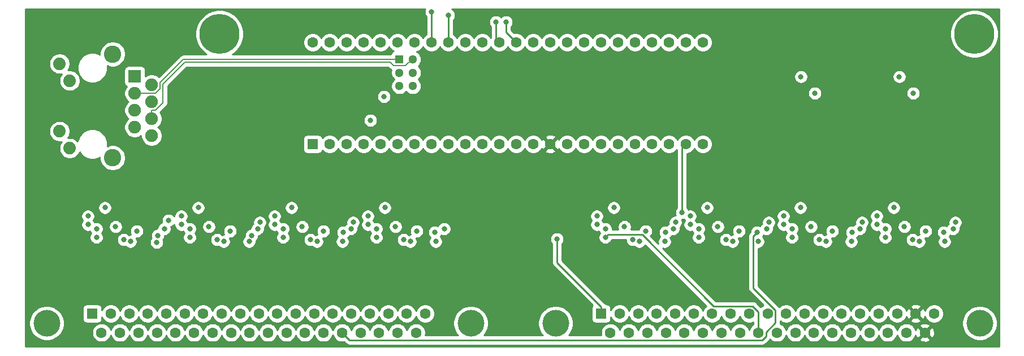
<source format=gbr>
G04 #@! TF.GenerationSoftware,KiCad,Pcbnew,5.1.5-52549c5~84~ubuntu18.04.1*
G04 #@! TF.CreationDate,2020-06-07T21:39:53-07:00*
G04 #@! TF.ProjectId,debugger,64656275-6767-4657-922e-6b696361645f,rev?*
G04 #@! TF.SameCoordinates,Original*
G04 #@! TF.FileFunction,Copper,L4,Bot*
G04 #@! TF.FilePolarity,Positive*
%FSLAX46Y46*%
G04 Gerber Fmt 4.6, Leading zero omitted, Abs format (unit mm)*
G04 Created by KiCad (PCBNEW 5.1.5-52549c5~84~ubuntu18.04.1) date 2020-06-07 21:39:53*
%MOMM*%
%LPD*%
G04 APERTURE LIST*
%ADD10C,1.600000*%
%ADD11R,1.600000X1.600000*%
%ADD12R,1.300000X1.300000*%
%ADD13C,1.300000*%
%ADD14C,2.600000*%
%ADD15C,1.890000*%
%ADD16C,1.900000*%
%ADD17R,1.900000X1.900000*%
%ADD18C,4.000000*%
%ADD19C,6.000000*%
%ADD20C,0.800000*%
%ADD21C,0.250000*%
%ADD22C,0.200000*%
%ADD23C,0.254000*%
G04 APERTURE END LIST*
D10*
X124460000Y-86360000D03*
X127000000Y-86360000D03*
X129540000Y-86360000D03*
X132080000Y-86360000D03*
X134620000Y-86360000D03*
X137160000Y-86360000D03*
X139700000Y-86360000D03*
X142240000Y-86360000D03*
X144780000Y-86360000D03*
X147320000Y-86360000D03*
X149860000Y-86360000D03*
X152400000Y-86360000D03*
X154940000Y-86360000D03*
X157480000Y-86360000D03*
D11*
X124460000Y-101600000D03*
D10*
X127000000Y-101600000D03*
X129540000Y-101600000D03*
X132080000Y-101600000D03*
X134620000Y-101600000D03*
X137160000Y-101600000D03*
X139700000Y-101600000D03*
X142240000Y-101600000D03*
X144780000Y-101600000D03*
X147320000Y-101600000D03*
X149860000Y-101600000D03*
X152400000Y-101600000D03*
X154940000Y-101600000D03*
X160020000Y-86360000D03*
X162560000Y-86360000D03*
X165100000Y-86360000D03*
X167640000Y-86360000D03*
X170180000Y-86360000D03*
X172720000Y-86360000D03*
X175260000Y-86360000D03*
X177800000Y-86360000D03*
X180340000Y-86360000D03*
X182880000Y-86360000D03*
X182880000Y-101600000D03*
X180340000Y-101600000D03*
X177800000Y-101600000D03*
X175260000Y-101600000D03*
X157480000Y-101600000D03*
X160020000Y-101600000D03*
X162560000Y-101600000D03*
X172720000Y-101600000D03*
X170180000Y-101600000D03*
X167640000Y-101600000D03*
X165100000Y-101600000D03*
D12*
X137430000Y-88900000D03*
D13*
X139430000Y-88900000D03*
X137430000Y-90900000D03*
X139430000Y-90900000D03*
X139430000Y-92900000D03*
X137430000Y-92900000D03*
D14*
X94500000Y-103660000D03*
X94500000Y-88110000D03*
D15*
X86550000Y-89560000D03*
X88070000Y-92100000D03*
X86550000Y-99670000D03*
X88070000Y-102210000D03*
D16*
X100330000Y-100330000D03*
X97790000Y-99060000D03*
X100330000Y-97790000D03*
X97790000Y-96520000D03*
X100330000Y-95250000D03*
X97790000Y-93980000D03*
X100330000Y-92710000D03*
D17*
X97790000Y-91440000D03*
D18*
X148120000Y-128420000D03*
X84620000Y-128420000D03*
D10*
X139915000Y-129840000D03*
X137145000Y-129840000D03*
X134375000Y-129840000D03*
X131605000Y-129840000D03*
X128835000Y-129840000D03*
X126065000Y-129840000D03*
X123295000Y-129840000D03*
X120525000Y-129840000D03*
X117755000Y-129840000D03*
X114985000Y-129840000D03*
X112215000Y-129840000D03*
X109445000Y-129840000D03*
X106675000Y-129840000D03*
X103905000Y-129840000D03*
X101135000Y-129840000D03*
X98365000Y-129840000D03*
X95595000Y-129840000D03*
X92825000Y-129840000D03*
X141300000Y-127000000D03*
X138530000Y-127000000D03*
X135760000Y-127000000D03*
X132990000Y-127000000D03*
X130220000Y-127000000D03*
X127450000Y-127000000D03*
X124680000Y-127000000D03*
X121910000Y-127000000D03*
X119140000Y-127000000D03*
X116370000Y-127000000D03*
X113600000Y-127000000D03*
X110830000Y-127000000D03*
X108060000Y-127000000D03*
X105290000Y-127000000D03*
X102520000Y-127000000D03*
X99750000Y-127000000D03*
X96980000Y-127000000D03*
X94210000Y-127000000D03*
D11*
X91440000Y-127000000D03*
D18*
X224320000Y-128420000D03*
X160820000Y-128420000D03*
D10*
X216115000Y-129840000D03*
X213345000Y-129840000D03*
X210575000Y-129840000D03*
X207805000Y-129840000D03*
X205035000Y-129840000D03*
X202265000Y-129840000D03*
X199495000Y-129840000D03*
X196725000Y-129840000D03*
X193955000Y-129840000D03*
X191185000Y-129840000D03*
X188415000Y-129840000D03*
X185645000Y-129840000D03*
X182875000Y-129840000D03*
X180105000Y-129840000D03*
X177335000Y-129840000D03*
X174565000Y-129840000D03*
X171795000Y-129840000D03*
X169025000Y-129840000D03*
X217500000Y-127000000D03*
X214730000Y-127000000D03*
X211960000Y-127000000D03*
X209190000Y-127000000D03*
X206420000Y-127000000D03*
X203650000Y-127000000D03*
X200880000Y-127000000D03*
X198110000Y-127000000D03*
X195340000Y-127000000D03*
X192570000Y-127000000D03*
X189800000Y-127000000D03*
X187030000Y-127000000D03*
X184260000Y-127000000D03*
X181490000Y-127000000D03*
X178720000Y-127000000D03*
X175950000Y-127000000D03*
X173180000Y-127000000D03*
X170410000Y-127000000D03*
D11*
X167640000Y-127000000D03*
D19*
X110490000Y-85090000D03*
X223520000Y-85090000D03*
D20*
X214630000Y-109855000D03*
X186690000Y-109855000D03*
X172720000Y-109855000D03*
X124460000Y-109855000D03*
X99470000Y-110910000D03*
X204470000Y-93726000D03*
X110490000Y-109855000D03*
X203835000Y-109220000D03*
X215804990Y-90900010D03*
X141284000Y-110684000D03*
X214376000Y-93980000D03*
X199644000Y-93980000D03*
X218948000Y-114808000D03*
X208915000Y-112395000D03*
X205232000Y-114808000D03*
X194945000Y-112395000D03*
X191008000Y-114808000D03*
X180975000Y-112395000D03*
X177292000Y-114808000D03*
X167005000Y-112395000D03*
X220685000Y-113325000D03*
X210185000Y-114300000D03*
X206715000Y-113325000D03*
X196215000Y-114300000D03*
X192745000Y-113325000D03*
X182245000Y-114300000D03*
X178775000Y-113325000D03*
X168275000Y-114300000D03*
X133096000Y-98044000D03*
X161036000Y-115824000D03*
X179741999Y-111850001D03*
X142875000Y-116205000D03*
X132715000Y-113665000D03*
X128905000Y-116205000D03*
X118745000Y-113665000D03*
X114935000Y-116205000D03*
X104775000Y-113665000D03*
X101092000Y-116332000D03*
X90805000Y-113665000D03*
X144145000Y-114300000D03*
X133985000Y-115570000D03*
X130175000Y-114300000D03*
X120015000Y-115570000D03*
X116205000Y-114300000D03*
X106045000Y-115570000D03*
X102235000Y-114300000D03*
X92075000Y-115570000D03*
X220345000Y-114300000D03*
X210185000Y-115570000D03*
X206375000Y-114300000D03*
X196215000Y-115570000D03*
X192405000Y-114300000D03*
X182245000Y-115570000D03*
X178435000Y-114300000D03*
X168275000Y-115570000D03*
X142748000Y-114808000D03*
X132715000Y-112395000D03*
X129032000Y-114808000D03*
X118745000Y-112395000D03*
X115316000Y-115275000D03*
X104775000Y-112395000D03*
X101260000Y-115275000D03*
X90805000Y-112395000D03*
X219075000Y-116205000D03*
X208915000Y-113665000D03*
X205105000Y-116205000D03*
X194945000Y-113665000D03*
X191135000Y-116205000D03*
X180975000Y-113665000D03*
X177165000Y-116205000D03*
X167005000Y-113665000D03*
X133985000Y-114300000D03*
X130515000Y-113325000D03*
X120015000Y-114300000D03*
X116545000Y-113325000D03*
X106045000Y-114300000D03*
X102870000Y-113030000D03*
X92075000Y-114300000D03*
X171140000Y-113975000D03*
X172365000Y-115925000D03*
X173355000Y-116205000D03*
X174300000Y-114625000D03*
X185110000Y-113975000D03*
X186335000Y-115925000D03*
X187325000Y-116205000D03*
X188270000Y-114625000D03*
X199080000Y-113975000D03*
X94940000Y-113975000D03*
X142240000Y-81788000D03*
X96165000Y-115925000D03*
X144780000Y-82296000D03*
X97155000Y-116205000D03*
X153416000Y-83312000D03*
X98100000Y-114625000D03*
X151892000Y-83312000D03*
X108910000Y-113975000D03*
X110135000Y-115925000D03*
X111125000Y-116205000D03*
X112070000Y-114625000D03*
X122880000Y-113975000D03*
X135128000Y-94488000D03*
X124105000Y-115925000D03*
X125095000Y-116205000D03*
X126040000Y-114625000D03*
X200305000Y-115925000D03*
X201295000Y-116205000D03*
X202240000Y-114625000D03*
X213050000Y-113975000D03*
X214275000Y-115925000D03*
X215265000Y-116205000D03*
X216210000Y-114625000D03*
X212282000Y-91502000D03*
X197550000Y-91502000D03*
X136850000Y-113975000D03*
X138075000Y-115925000D03*
X140010000Y-114625000D03*
X139065000Y-116205000D03*
X211455000Y-111125000D03*
X197485000Y-111125000D03*
X183515000Y-111125000D03*
X169545000Y-111125000D03*
X135255000Y-111125000D03*
X121285000Y-111125000D03*
X107315000Y-111125000D03*
X93345000Y-111125000D03*
D21*
X129634999Y-130639999D02*
X128835000Y-129840000D01*
X129960001Y-130965001D02*
X129634999Y-130639999D01*
X191725001Y-130965001D02*
X129960001Y-130965001D01*
X192310001Y-129761999D02*
X192310001Y-130380001D01*
X193695001Y-128376999D02*
X192310001Y-129761999D01*
X193695001Y-126459999D02*
X193695001Y-128376999D01*
X190409999Y-123174997D02*
X193695001Y-126459999D01*
X190409999Y-115406001D02*
X190409999Y-123174997D01*
X192310001Y-130380001D02*
X191725001Y-130965001D01*
X191008000Y-114808000D02*
X190409999Y-115406001D01*
X167640000Y-125950000D02*
X161036000Y-119346000D01*
X167640000Y-127000000D02*
X167640000Y-125950000D01*
X161036000Y-119346000D02*
X161036000Y-115824000D01*
X161036000Y-115824000D02*
X161036000Y-115824000D01*
X179741999Y-102198001D02*
X180340000Y-101600000D01*
X179741999Y-111850001D02*
X179741999Y-102198001D01*
X191185000Y-128708630D02*
X191185000Y-129840000D01*
X191185000Y-126719998D02*
X191185000Y-128708630D01*
X190340001Y-125874999D02*
X191185000Y-126719998D01*
X184476997Y-125874999D02*
X190340001Y-125874999D01*
X173771999Y-115170001D02*
X184476997Y-125874999D01*
X168674999Y-115170001D02*
X173771999Y-115170001D01*
X168275000Y-115570000D02*
X168674999Y-115170001D01*
X142240000Y-86360000D02*
X142240000Y-81788000D01*
X144780000Y-82296000D02*
X144780000Y-86360000D01*
X153416000Y-84836000D02*
X154940000Y-86360000D01*
X153416000Y-83312000D02*
X153416000Y-84836000D01*
X151892000Y-85852000D02*
X152400000Y-86360000D01*
X151892000Y-83312000D02*
X151892000Y-85852000D01*
D22*
X138820002Y-89350000D02*
X138320001Y-89850001D01*
X100330000Y-96500001D02*
X100330000Y-97790000D01*
X100930001Y-96500001D02*
X100330000Y-96500001D01*
X136039998Y-89350000D02*
X105278199Y-89350000D01*
X138980000Y-89350000D02*
X138820002Y-89350000D01*
X105278199Y-89350000D02*
X102029992Y-92598207D01*
X139430000Y-88900000D02*
X138980000Y-89350000D01*
X138320001Y-89850001D02*
X136539999Y-89850001D01*
X136539999Y-89850001D02*
X136039998Y-89350000D01*
X102029992Y-92598207D02*
X102029992Y-95400010D01*
X102029992Y-95400010D02*
X100930001Y-96500001D01*
X100930001Y-93960001D02*
X100031800Y-93960001D01*
X101580001Y-93310001D02*
X100930001Y-93960001D01*
X101580001Y-92411800D02*
X101580001Y-93310001D01*
X137430000Y-88900000D02*
X105091801Y-88900000D01*
X100031800Y-93960001D02*
X100011801Y-93980000D01*
X105091801Y-88900000D02*
X101580001Y-92411800D01*
X100011801Y-93980000D02*
X97790000Y-93980000D01*
D23*
G36*
X141244774Y-81486102D02*
G01*
X141205000Y-81686061D01*
X141205000Y-81889939D01*
X141244774Y-82089898D01*
X141322795Y-82278256D01*
X141436063Y-82447774D01*
X141480001Y-82491712D01*
X141480000Y-85141956D01*
X141325241Y-85245363D01*
X141125363Y-85445241D01*
X140970000Y-85677759D01*
X140814637Y-85445241D01*
X140614759Y-85245363D01*
X140379727Y-85088320D01*
X140118574Y-84980147D01*
X139841335Y-84925000D01*
X139558665Y-84925000D01*
X139281426Y-84980147D01*
X139020273Y-85088320D01*
X138785241Y-85245363D01*
X138585363Y-85445241D01*
X138430000Y-85677759D01*
X138274637Y-85445241D01*
X138074759Y-85245363D01*
X137839727Y-85088320D01*
X137578574Y-84980147D01*
X137301335Y-84925000D01*
X137018665Y-84925000D01*
X136741426Y-84980147D01*
X136480273Y-85088320D01*
X136245241Y-85245363D01*
X136045363Y-85445241D01*
X135890000Y-85677759D01*
X135734637Y-85445241D01*
X135534759Y-85245363D01*
X135299727Y-85088320D01*
X135038574Y-84980147D01*
X134761335Y-84925000D01*
X134478665Y-84925000D01*
X134201426Y-84980147D01*
X133940273Y-85088320D01*
X133705241Y-85245363D01*
X133505363Y-85445241D01*
X133350000Y-85677759D01*
X133194637Y-85445241D01*
X132994759Y-85245363D01*
X132759727Y-85088320D01*
X132498574Y-84980147D01*
X132221335Y-84925000D01*
X131938665Y-84925000D01*
X131661426Y-84980147D01*
X131400273Y-85088320D01*
X131165241Y-85245363D01*
X130965363Y-85445241D01*
X130810000Y-85677759D01*
X130654637Y-85445241D01*
X130454759Y-85245363D01*
X130219727Y-85088320D01*
X129958574Y-84980147D01*
X129681335Y-84925000D01*
X129398665Y-84925000D01*
X129121426Y-84980147D01*
X128860273Y-85088320D01*
X128625241Y-85245363D01*
X128425363Y-85445241D01*
X128270000Y-85677759D01*
X128114637Y-85445241D01*
X127914759Y-85245363D01*
X127679727Y-85088320D01*
X127418574Y-84980147D01*
X127141335Y-84925000D01*
X126858665Y-84925000D01*
X126581426Y-84980147D01*
X126320273Y-85088320D01*
X126085241Y-85245363D01*
X125885363Y-85445241D01*
X125730000Y-85677759D01*
X125574637Y-85445241D01*
X125374759Y-85245363D01*
X125139727Y-85088320D01*
X124878574Y-84980147D01*
X124601335Y-84925000D01*
X124318665Y-84925000D01*
X124041426Y-84980147D01*
X123780273Y-85088320D01*
X123545241Y-85245363D01*
X123345363Y-85445241D01*
X123188320Y-85680273D01*
X123080147Y-85941426D01*
X123025000Y-86218665D01*
X123025000Y-86501335D01*
X123080147Y-86778574D01*
X123188320Y-87039727D01*
X123345363Y-87274759D01*
X123545241Y-87474637D01*
X123780273Y-87631680D01*
X124041426Y-87739853D01*
X124318665Y-87795000D01*
X124601335Y-87795000D01*
X124878574Y-87739853D01*
X125139727Y-87631680D01*
X125374759Y-87474637D01*
X125574637Y-87274759D01*
X125730000Y-87042241D01*
X125885363Y-87274759D01*
X126085241Y-87474637D01*
X126320273Y-87631680D01*
X126581426Y-87739853D01*
X126858665Y-87795000D01*
X127141335Y-87795000D01*
X127418574Y-87739853D01*
X127679727Y-87631680D01*
X127914759Y-87474637D01*
X128114637Y-87274759D01*
X128270000Y-87042241D01*
X128425363Y-87274759D01*
X128625241Y-87474637D01*
X128860273Y-87631680D01*
X129121426Y-87739853D01*
X129398665Y-87795000D01*
X129681335Y-87795000D01*
X129958574Y-87739853D01*
X130219727Y-87631680D01*
X130454759Y-87474637D01*
X130654637Y-87274759D01*
X130810000Y-87042241D01*
X130965363Y-87274759D01*
X131165241Y-87474637D01*
X131400273Y-87631680D01*
X131661426Y-87739853D01*
X131938665Y-87795000D01*
X132221335Y-87795000D01*
X132498574Y-87739853D01*
X132759727Y-87631680D01*
X132994759Y-87474637D01*
X133194637Y-87274759D01*
X133350000Y-87042241D01*
X133505363Y-87274759D01*
X133705241Y-87474637D01*
X133940273Y-87631680D01*
X134201426Y-87739853D01*
X134478665Y-87795000D01*
X134761335Y-87795000D01*
X135038574Y-87739853D01*
X135299727Y-87631680D01*
X135534759Y-87474637D01*
X135734637Y-87274759D01*
X135890000Y-87042241D01*
X136045363Y-87274759D01*
X136245241Y-87474637D01*
X136480273Y-87631680D01*
X136543916Y-87658042D01*
X136535820Y-87660498D01*
X136425506Y-87719463D01*
X136328815Y-87798815D01*
X136249463Y-87895506D01*
X136190498Y-88005820D01*
X136154188Y-88125518D01*
X136150299Y-88165000D01*
X112430764Y-88165000D01*
X112807177Y-87913489D01*
X113313489Y-87407177D01*
X113711295Y-86811818D01*
X113985309Y-86150290D01*
X114125000Y-85448016D01*
X114125000Y-84731984D01*
X113985309Y-84029710D01*
X113711295Y-83368182D01*
X113313489Y-82772823D01*
X112807177Y-82266511D01*
X112211818Y-81868705D01*
X111550290Y-81594691D01*
X110848016Y-81455000D01*
X110131984Y-81455000D01*
X109429710Y-81594691D01*
X108768182Y-81868705D01*
X108172823Y-82266511D01*
X107666511Y-82772823D01*
X107268705Y-83368182D01*
X106994691Y-84029710D01*
X106855000Y-84731984D01*
X106855000Y-85448016D01*
X106994691Y-86150290D01*
X107268705Y-86811818D01*
X107666511Y-87407177D01*
X108172823Y-87913489D01*
X108549236Y-88165000D01*
X105127897Y-88165000D01*
X105091800Y-88161445D01*
X105055703Y-88165000D01*
X105055696Y-88165000D01*
X104961933Y-88174235D01*
X104947715Y-88175635D01*
X104905687Y-88188384D01*
X104809168Y-88217663D01*
X104681481Y-88285913D01*
X104569563Y-88377762D01*
X104546547Y-88405807D01*
X101406942Y-91545413D01*
X101340379Y-91478850D01*
X101080779Y-91305391D01*
X100792327Y-91185911D01*
X100486109Y-91125000D01*
X100173891Y-91125000D01*
X99867673Y-91185911D01*
X99579221Y-91305391D01*
X99378072Y-91439794D01*
X99378072Y-90490000D01*
X99365812Y-90365518D01*
X99329502Y-90245820D01*
X99270537Y-90135506D01*
X99191185Y-90038815D01*
X99094494Y-89959463D01*
X98984180Y-89900498D01*
X98864482Y-89864188D01*
X98740000Y-89851928D01*
X96840000Y-89851928D01*
X96715518Y-89864188D01*
X96595820Y-89900498D01*
X96485506Y-89959463D01*
X96388815Y-90038815D01*
X96309463Y-90135506D01*
X96250498Y-90245820D01*
X96214188Y-90365518D01*
X96201928Y-90490000D01*
X96201928Y-92390000D01*
X96214188Y-92514482D01*
X96250498Y-92634180D01*
X96309463Y-92744494D01*
X96388815Y-92841185D01*
X96485506Y-92920537D01*
X96565289Y-92963182D01*
X96558850Y-92969621D01*
X96385391Y-93229221D01*
X96265911Y-93517673D01*
X96205000Y-93823891D01*
X96205000Y-94136109D01*
X96265911Y-94442327D01*
X96385391Y-94730779D01*
X96558850Y-94990379D01*
X96779621Y-95211150D01*
X96837764Y-95250000D01*
X96779621Y-95288850D01*
X96558850Y-95509621D01*
X96385391Y-95769221D01*
X96265911Y-96057673D01*
X96205000Y-96363891D01*
X96205000Y-96676109D01*
X96265911Y-96982327D01*
X96385391Y-97270779D01*
X96558850Y-97530379D01*
X96779621Y-97751150D01*
X96837764Y-97790000D01*
X96779621Y-97828850D01*
X96558850Y-98049621D01*
X96385391Y-98309221D01*
X96265911Y-98597673D01*
X96205000Y-98903891D01*
X96205000Y-99216109D01*
X96265911Y-99522327D01*
X96385391Y-99810779D01*
X96558850Y-100070379D01*
X96779621Y-100291150D01*
X97039221Y-100464609D01*
X97327673Y-100584089D01*
X97633891Y-100645000D01*
X97946109Y-100645000D01*
X98252327Y-100584089D01*
X98540779Y-100464609D01*
X98745000Y-100328153D01*
X98745000Y-100486109D01*
X98805911Y-100792327D01*
X98925391Y-101080779D01*
X99098850Y-101340379D01*
X99319621Y-101561150D01*
X99579221Y-101734609D01*
X99867673Y-101854089D01*
X100173891Y-101915000D01*
X100486109Y-101915000D01*
X100792327Y-101854089D01*
X101080779Y-101734609D01*
X101340379Y-101561150D01*
X101561150Y-101340379D01*
X101734609Y-101080779D01*
X101850910Y-100800000D01*
X123021928Y-100800000D01*
X123021928Y-102400000D01*
X123034188Y-102524482D01*
X123070498Y-102644180D01*
X123129463Y-102754494D01*
X123208815Y-102851185D01*
X123305506Y-102930537D01*
X123415820Y-102989502D01*
X123535518Y-103025812D01*
X123660000Y-103038072D01*
X125260000Y-103038072D01*
X125384482Y-103025812D01*
X125504180Y-102989502D01*
X125614494Y-102930537D01*
X125711185Y-102851185D01*
X125790537Y-102754494D01*
X125849502Y-102644180D01*
X125885812Y-102524482D01*
X125886643Y-102516039D01*
X126085241Y-102714637D01*
X126320273Y-102871680D01*
X126581426Y-102979853D01*
X126858665Y-103035000D01*
X127141335Y-103035000D01*
X127418574Y-102979853D01*
X127679727Y-102871680D01*
X127914759Y-102714637D01*
X128114637Y-102514759D01*
X128270000Y-102282241D01*
X128425363Y-102514759D01*
X128625241Y-102714637D01*
X128860273Y-102871680D01*
X129121426Y-102979853D01*
X129398665Y-103035000D01*
X129681335Y-103035000D01*
X129958574Y-102979853D01*
X130219727Y-102871680D01*
X130454759Y-102714637D01*
X130654637Y-102514759D01*
X130810000Y-102282241D01*
X130965363Y-102514759D01*
X131165241Y-102714637D01*
X131400273Y-102871680D01*
X131661426Y-102979853D01*
X131938665Y-103035000D01*
X132221335Y-103035000D01*
X132498574Y-102979853D01*
X132759727Y-102871680D01*
X132994759Y-102714637D01*
X133194637Y-102514759D01*
X133350000Y-102282241D01*
X133505363Y-102514759D01*
X133705241Y-102714637D01*
X133940273Y-102871680D01*
X134201426Y-102979853D01*
X134478665Y-103035000D01*
X134761335Y-103035000D01*
X135038574Y-102979853D01*
X135299727Y-102871680D01*
X135534759Y-102714637D01*
X135734637Y-102514759D01*
X135890000Y-102282241D01*
X136045363Y-102514759D01*
X136245241Y-102714637D01*
X136480273Y-102871680D01*
X136741426Y-102979853D01*
X137018665Y-103035000D01*
X137301335Y-103035000D01*
X137578574Y-102979853D01*
X137839727Y-102871680D01*
X138074759Y-102714637D01*
X138274637Y-102514759D01*
X138430000Y-102282241D01*
X138585363Y-102514759D01*
X138785241Y-102714637D01*
X139020273Y-102871680D01*
X139281426Y-102979853D01*
X139558665Y-103035000D01*
X139841335Y-103035000D01*
X140118574Y-102979853D01*
X140379727Y-102871680D01*
X140614759Y-102714637D01*
X140814637Y-102514759D01*
X140970000Y-102282241D01*
X141125363Y-102514759D01*
X141325241Y-102714637D01*
X141560273Y-102871680D01*
X141821426Y-102979853D01*
X142098665Y-103035000D01*
X142381335Y-103035000D01*
X142658574Y-102979853D01*
X142919727Y-102871680D01*
X143154759Y-102714637D01*
X143354637Y-102514759D01*
X143510000Y-102282241D01*
X143665363Y-102514759D01*
X143865241Y-102714637D01*
X144100273Y-102871680D01*
X144361426Y-102979853D01*
X144638665Y-103035000D01*
X144921335Y-103035000D01*
X145198574Y-102979853D01*
X145459727Y-102871680D01*
X145694759Y-102714637D01*
X145894637Y-102514759D01*
X146050000Y-102282241D01*
X146205363Y-102514759D01*
X146405241Y-102714637D01*
X146640273Y-102871680D01*
X146901426Y-102979853D01*
X147178665Y-103035000D01*
X147461335Y-103035000D01*
X147738574Y-102979853D01*
X147999727Y-102871680D01*
X148234759Y-102714637D01*
X148434637Y-102514759D01*
X148590000Y-102282241D01*
X148745363Y-102514759D01*
X148945241Y-102714637D01*
X149180273Y-102871680D01*
X149441426Y-102979853D01*
X149718665Y-103035000D01*
X150001335Y-103035000D01*
X150278574Y-102979853D01*
X150539727Y-102871680D01*
X150774759Y-102714637D01*
X150974637Y-102514759D01*
X151130000Y-102282241D01*
X151285363Y-102514759D01*
X151485241Y-102714637D01*
X151720273Y-102871680D01*
X151981426Y-102979853D01*
X152258665Y-103035000D01*
X152541335Y-103035000D01*
X152818574Y-102979853D01*
X153079727Y-102871680D01*
X153314759Y-102714637D01*
X153514637Y-102514759D01*
X153670000Y-102282241D01*
X153825363Y-102514759D01*
X154025241Y-102714637D01*
X154260273Y-102871680D01*
X154521426Y-102979853D01*
X154798665Y-103035000D01*
X155081335Y-103035000D01*
X155358574Y-102979853D01*
X155619727Y-102871680D01*
X155854759Y-102714637D01*
X156054637Y-102514759D01*
X156210000Y-102282241D01*
X156365363Y-102514759D01*
X156565241Y-102714637D01*
X156800273Y-102871680D01*
X157061426Y-102979853D01*
X157338665Y-103035000D01*
X157621335Y-103035000D01*
X157898574Y-102979853D01*
X158159727Y-102871680D01*
X158394759Y-102714637D01*
X158516694Y-102592702D01*
X159206903Y-102592702D01*
X159278486Y-102836671D01*
X159533996Y-102957571D01*
X159808184Y-103026300D01*
X160090512Y-103040217D01*
X160370130Y-102998787D01*
X160636292Y-102903603D01*
X160761514Y-102836671D01*
X160833097Y-102592702D01*
X160020000Y-101779605D01*
X159206903Y-102592702D01*
X158516694Y-102592702D01*
X158594637Y-102514759D01*
X158750915Y-102280872D01*
X158783329Y-102341514D01*
X159027298Y-102413097D01*
X159840395Y-101600000D01*
X159027298Y-100786903D01*
X158783329Y-100858486D01*
X158752806Y-100922992D01*
X158751680Y-100920273D01*
X158594637Y-100685241D01*
X158516694Y-100607298D01*
X159206903Y-100607298D01*
X160020000Y-101420395D01*
X160833097Y-100607298D01*
X160761514Y-100363329D01*
X160506004Y-100242429D01*
X160231816Y-100173700D01*
X159949488Y-100159783D01*
X159669870Y-100201213D01*
X159403708Y-100296397D01*
X159278486Y-100363329D01*
X159206903Y-100607298D01*
X158516694Y-100607298D01*
X158394759Y-100485363D01*
X158159727Y-100328320D01*
X157898574Y-100220147D01*
X157621335Y-100165000D01*
X157338665Y-100165000D01*
X157061426Y-100220147D01*
X156800273Y-100328320D01*
X156565241Y-100485363D01*
X156365363Y-100685241D01*
X156210000Y-100917759D01*
X156054637Y-100685241D01*
X155854759Y-100485363D01*
X155619727Y-100328320D01*
X155358574Y-100220147D01*
X155081335Y-100165000D01*
X154798665Y-100165000D01*
X154521426Y-100220147D01*
X154260273Y-100328320D01*
X154025241Y-100485363D01*
X153825363Y-100685241D01*
X153670000Y-100917759D01*
X153514637Y-100685241D01*
X153314759Y-100485363D01*
X153079727Y-100328320D01*
X152818574Y-100220147D01*
X152541335Y-100165000D01*
X152258665Y-100165000D01*
X151981426Y-100220147D01*
X151720273Y-100328320D01*
X151485241Y-100485363D01*
X151285363Y-100685241D01*
X151130000Y-100917759D01*
X150974637Y-100685241D01*
X150774759Y-100485363D01*
X150539727Y-100328320D01*
X150278574Y-100220147D01*
X150001335Y-100165000D01*
X149718665Y-100165000D01*
X149441426Y-100220147D01*
X149180273Y-100328320D01*
X148945241Y-100485363D01*
X148745363Y-100685241D01*
X148590000Y-100917759D01*
X148434637Y-100685241D01*
X148234759Y-100485363D01*
X147999727Y-100328320D01*
X147738574Y-100220147D01*
X147461335Y-100165000D01*
X147178665Y-100165000D01*
X146901426Y-100220147D01*
X146640273Y-100328320D01*
X146405241Y-100485363D01*
X146205363Y-100685241D01*
X146050000Y-100917759D01*
X145894637Y-100685241D01*
X145694759Y-100485363D01*
X145459727Y-100328320D01*
X145198574Y-100220147D01*
X144921335Y-100165000D01*
X144638665Y-100165000D01*
X144361426Y-100220147D01*
X144100273Y-100328320D01*
X143865241Y-100485363D01*
X143665363Y-100685241D01*
X143510000Y-100917759D01*
X143354637Y-100685241D01*
X143154759Y-100485363D01*
X142919727Y-100328320D01*
X142658574Y-100220147D01*
X142381335Y-100165000D01*
X142098665Y-100165000D01*
X141821426Y-100220147D01*
X141560273Y-100328320D01*
X141325241Y-100485363D01*
X141125363Y-100685241D01*
X140970000Y-100917759D01*
X140814637Y-100685241D01*
X140614759Y-100485363D01*
X140379727Y-100328320D01*
X140118574Y-100220147D01*
X139841335Y-100165000D01*
X139558665Y-100165000D01*
X139281426Y-100220147D01*
X139020273Y-100328320D01*
X138785241Y-100485363D01*
X138585363Y-100685241D01*
X138430000Y-100917759D01*
X138274637Y-100685241D01*
X138074759Y-100485363D01*
X137839727Y-100328320D01*
X137578574Y-100220147D01*
X137301335Y-100165000D01*
X137018665Y-100165000D01*
X136741426Y-100220147D01*
X136480273Y-100328320D01*
X136245241Y-100485363D01*
X136045363Y-100685241D01*
X135890000Y-100917759D01*
X135734637Y-100685241D01*
X135534759Y-100485363D01*
X135299727Y-100328320D01*
X135038574Y-100220147D01*
X134761335Y-100165000D01*
X134478665Y-100165000D01*
X134201426Y-100220147D01*
X133940273Y-100328320D01*
X133705241Y-100485363D01*
X133505363Y-100685241D01*
X133350000Y-100917759D01*
X133194637Y-100685241D01*
X132994759Y-100485363D01*
X132759727Y-100328320D01*
X132498574Y-100220147D01*
X132221335Y-100165000D01*
X131938665Y-100165000D01*
X131661426Y-100220147D01*
X131400273Y-100328320D01*
X131165241Y-100485363D01*
X130965363Y-100685241D01*
X130810000Y-100917759D01*
X130654637Y-100685241D01*
X130454759Y-100485363D01*
X130219727Y-100328320D01*
X129958574Y-100220147D01*
X129681335Y-100165000D01*
X129398665Y-100165000D01*
X129121426Y-100220147D01*
X128860273Y-100328320D01*
X128625241Y-100485363D01*
X128425363Y-100685241D01*
X128270000Y-100917759D01*
X128114637Y-100685241D01*
X127914759Y-100485363D01*
X127679727Y-100328320D01*
X127418574Y-100220147D01*
X127141335Y-100165000D01*
X126858665Y-100165000D01*
X126581426Y-100220147D01*
X126320273Y-100328320D01*
X126085241Y-100485363D01*
X125886643Y-100683961D01*
X125885812Y-100675518D01*
X125849502Y-100555820D01*
X125790537Y-100445506D01*
X125711185Y-100348815D01*
X125614494Y-100269463D01*
X125504180Y-100210498D01*
X125384482Y-100174188D01*
X125260000Y-100161928D01*
X123660000Y-100161928D01*
X123535518Y-100174188D01*
X123415820Y-100210498D01*
X123305506Y-100269463D01*
X123208815Y-100348815D01*
X123129463Y-100445506D01*
X123070498Y-100555820D01*
X123034188Y-100675518D01*
X123021928Y-100800000D01*
X101850910Y-100800000D01*
X101854089Y-100792327D01*
X101915000Y-100486109D01*
X101915000Y-100173891D01*
X101854089Y-99867673D01*
X101734609Y-99579221D01*
X101561150Y-99319621D01*
X101340379Y-99098850D01*
X101282236Y-99060000D01*
X101340379Y-99021150D01*
X101561150Y-98800379D01*
X101734609Y-98540779D01*
X101854089Y-98252327D01*
X101915000Y-97946109D01*
X101915000Y-97942061D01*
X132061000Y-97942061D01*
X132061000Y-98145939D01*
X132100774Y-98345898D01*
X132178795Y-98534256D01*
X132292063Y-98703774D01*
X132436226Y-98847937D01*
X132605744Y-98961205D01*
X132794102Y-99039226D01*
X132994061Y-99079000D01*
X133197939Y-99079000D01*
X133397898Y-99039226D01*
X133586256Y-98961205D01*
X133755774Y-98847937D01*
X133899937Y-98703774D01*
X134013205Y-98534256D01*
X134091226Y-98345898D01*
X134131000Y-98145939D01*
X134131000Y-97942061D01*
X134091226Y-97742102D01*
X134013205Y-97553744D01*
X133899937Y-97384226D01*
X133755774Y-97240063D01*
X133586256Y-97126795D01*
X133397898Y-97048774D01*
X133197939Y-97009000D01*
X132994061Y-97009000D01*
X132794102Y-97048774D01*
X132605744Y-97126795D01*
X132436226Y-97240063D01*
X132292063Y-97384226D01*
X132178795Y-97553744D01*
X132100774Y-97742102D01*
X132061000Y-97942061D01*
X101915000Y-97942061D01*
X101915000Y-97633891D01*
X101854089Y-97327673D01*
X101734609Y-97039221D01*
X101612691Y-96856757D01*
X102524185Y-95945264D01*
X102552230Y-95922248D01*
X102644079Y-95810330D01*
X102712329Y-95682643D01*
X102754357Y-95544095D01*
X102764992Y-95436115D01*
X102764992Y-95436108D01*
X102768547Y-95400011D01*
X102764992Y-95363914D01*
X102764992Y-94386061D01*
X134093000Y-94386061D01*
X134093000Y-94589939D01*
X134132774Y-94789898D01*
X134210795Y-94978256D01*
X134324063Y-95147774D01*
X134468226Y-95291937D01*
X134637744Y-95405205D01*
X134826102Y-95483226D01*
X135026061Y-95523000D01*
X135229939Y-95523000D01*
X135429898Y-95483226D01*
X135618256Y-95405205D01*
X135787774Y-95291937D01*
X135931937Y-95147774D01*
X136045205Y-94978256D01*
X136123226Y-94789898D01*
X136163000Y-94589939D01*
X136163000Y-94386061D01*
X136123226Y-94186102D01*
X136045205Y-93997744D01*
X135931937Y-93828226D01*
X135787774Y-93684063D01*
X135618256Y-93570795D01*
X135429898Y-93492774D01*
X135229939Y-93453000D01*
X135026061Y-93453000D01*
X134826102Y-93492774D01*
X134637744Y-93570795D01*
X134468226Y-93684063D01*
X134324063Y-93828226D01*
X134210795Y-93997744D01*
X134132774Y-94186102D01*
X134093000Y-94386061D01*
X102764992Y-94386061D01*
X102764992Y-92902653D01*
X105582646Y-90085000D01*
X135735552Y-90085000D01*
X135994745Y-90344193D01*
X136017761Y-90372239D01*
X136129679Y-90464088D01*
X136203370Y-90503477D01*
X136194381Y-90525179D01*
X136145000Y-90773439D01*
X136145000Y-91026561D01*
X136194381Y-91274821D01*
X136291247Y-91508676D01*
X136431875Y-91719140D01*
X136610860Y-91898125D01*
X136613666Y-91900000D01*
X136610860Y-91901875D01*
X136431875Y-92080860D01*
X136291247Y-92291324D01*
X136194381Y-92525179D01*
X136145000Y-92773439D01*
X136145000Y-93026561D01*
X136194381Y-93274821D01*
X136291247Y-93508676D01*
X136431875Y-93719140D01*
X136610860Y-93898125D01*
X136821324Y-94038753D01*
X137055179Y-94135619D01*
X137303439Y-94185000D01*
X137556561Y-94185000D01*
X137804821Y-94135619D01*
X138038676Y-94038753D01*
X138249140Y-93898125D01*
X138428125Y-93719140D01*
X138430000Y-93716334D01*
X138431875Y-93719140D01*
X138610860Y-93898125D01*
X138821324Y-94038753D01*
X139055179Y-94135619D01*
X139303439Y-94185000D01*
X139556561Y-94185000D01*
X139804821Y-94135619D01*
X140038676Y-94038753D01*
X140249140Y-93898125D01*
X140269204Y-93878061D01*
X198609000Y-93878061D01*
X198609000Y-94081939D01*
X198648774Y-94281898D01*
X198726795Y-94470256D01*
X198840063Y-94639774D01*
X198984226Y-94783937D01*
X199153744Y-94897205D01*
X199342102Y-94975226D01*
X199542061Y-95015000D01*
X199745939Y-95015000D01*
X199945898Y-94975226D01*
X200134256Y-94897205D01*
X200303774Y-94783937D01*
X200447937Y-94639774D01*
X200561205Y-94470256D01*
X200639226Y-94281898D01*
X200679000Y-94081939D01*
X200679000Y-93878061D01*
X213341000Y-93878061D01*
X213341000Y-94081939D01*
X213380774Y-94281898D01*
X213458795Y-94470256D01*
X213572063Y-94639774D01*
X213716226Y-94783937D01*
X213885744Y-94897205D01*
X214074102Y-94975226D01*
X214274061Y-95015000D01*
X214477939Y-95015000D01*
X214677898Y-94975226D01*
X214866256Y-94897205D01*
X215035774Y-94783937D01*
X215179937Y-94639774D01*
X215293205Y-94470256D01*
X215371226Y-94281898D01*
X215411000Y-94081939D01*
X215411000Y-93878061D01*
X215371226Y-93678102D01*
X215293205Y-93489744D01*
X215179937Y-93320226D01*
X215035774Y-93176063D01*
X214866256Y-93062795D01*
X214677898Y-92984774D01*
X214477939Y-92945000D01*
X214274061Y-92945000D01*
X214074102Y-92984774D01*
X213885744Y-93062795D01*
X213716226Y-93176063D01*
X213572063Y-93320226D01*
X213458795Y-93489744D01*
X213380774Y-93678102D01*
X213341000Y-93878061D01*
X200679000Y-93878061D01*
X200639226Y-93678102D01*
X200561205Y-93489744D01*
X200447937Y-93320226D01*
X200303774Y-93176063D01*
X200134256Y-93062795D01*
X199945898Y-92984774D01*
X199745939Y-92945000D01*
X199542061Y-92945000D01*
X199342102Y-92984774D01*
X199153744Y-93062795D01*
X198984226Y-93176063D01*
X198840063Y-93320226D01*
X198726795Y-93489744D01*
X198648774Y-93678102D01*
X198609000Y-93878061D01*
X140269204Y-93878061D01*
X140428125Y-93719140D01*
X140568753Y-93508676D01*
X140665619Y-93274821D01*
X140715000Y-93026561D01*
X140715000Y-92773439D01*
X140665619Y-92525179D01*
X140568753Y-92291324D01*
X140428125Y-92080860D01*
X140249140Y-91901875D01*
X140246334Y-91900000D01*
X140249140Y-91898125D01*
X140428125Y-91719140D01*
X140568753Y-91508676D01*
X140613742Y-91400061D01*
X196515000Y-91400061D01*
X196515000Y-91603939D01*
X196554774Y-91803898D01*
X196632795Y-91992256D01*
X196746063Y-92161774D01*
X196890226Y-92305937D01*
X197059744Y-92419205D01*
X197248102Y-92497226D01*
X197448061Y-92537000D01*
X197651939Y-92537000D01*
X197851898Y-92497226D01*
X198040256Y-92419205D01*
X198209774Y-92305937D01*
X198353937Y-92161774D01*
X198467205Y-91992256D01*
X198545226Y-91803898D01*
X198585000Y-91603939D01*
X198585000Y-91400061D01*
X211247000Y-91400061D01*
X211247000Y-91603939D01*
X211286774Y-91803898D01*
X211364795Y-91992256D01*
X211478063Y-92161774D01*
X211622226Y-92305937D01*
X211791744Y-92419205D01*
X211980102Y-92497226D01*
X212180061Y-92537000D01*
X212383939Y-92537000D01*
X212583898Y-92497226D01*
X212772256Y-92419205D01*
X212941774Y-92305937D01*
X213085937Y-92161774D01*
X213199205Y-91992256D01*
X213277226Y-91803898D01*
X213317000Y-91603939D01*
X213317000Y-91400061D01*
X213277226Y-91200102D01*
X213199205Y-91011744D01*
X213085937Y-90842226D01*
X212941774Y-90698063D01*
X212772256Y-90584795D01*
X212583898Y-90506774D01*
X212383939Y-90467000D01*
X212180061Y-90467000D01*
X211980102Y-90506774D01*
X211791744Y-90584795D01*
X211622226Y-90698063D01*
X211478063Y-90842226D01*
X211364795Y-91011744D01*
X211286774Y-91200102D01*
X211247000Y-91400061D01*
X198585000Y-91400061D01*
X198545226Y-91200102D01*
X198467205Y-91011744D01*
X198353937Y-90842226D01*
X198209774Y-90698063D01*
X198040256Y-90584795D01*
X197851898Y-90506774D01*
X197651939Y-90467000D01*
X197448061Y-90467000D01*
X197248102Y-90506774D01*
X197059744Y-90584795D01*
X196890226Y-90698063D01*
X196746063Y-90842226D01*
X196632795Y-91011744D01*
X196554774Y-91200102D01*
X196515000Y-91400061D01*
X140613742Y-91400061D01*
X140665619Y-91274821D01*
X140715000Y-91026561D01*
X140715000Y-90773439D01*
X140665619Y-90525179D01*
X140568753Y-90291324D01*
X140428125Y-90080860D01*
X140249140Y-89901875D01*
X140246334Y-89900000D01*
X140249140Y-89898125D01*
X140428125Y-89719140D01*
X140568753Y-89508676D01*
X140665619Y-89274821D01*
X140715000Y-89026561D01*
X140715000Y-88773439D01*
X140665619Y-88525179D01*
X140568753Y-88291324D01*
X140428125Y-88080860D01*
X140249140Y-87901875D01*
X140038676Y-87761247D01*
X140029704Y-87757531D01*
X140118574Y-87739853D01*
X140379727Y-87631680D01*
X140614759Y-87474637D01*
X140814637Y-87274759D01*
X140970000Y-87042241D01*
X141125363Y-87274759D01*
X141325241Y-87474637D01*
X141560273Y-87631680D01*
X141821426Y-87739853D01*
X142098665Y-87795000D01*
X142381335Y-87795000D01*
X142658574Y-87739853D01*
X142919727Y-87631680D01*
X143154759Y-87474637D01*
X143354637Y-87274759D01*
X143510000Y-87042241D01*
X143665363Y-87274759D01*
X143865241Y-87474637D01*
X144100273Y-87631680D01*
X144361426Y-87739853D01*
X144638665Y-87795000D01*
X144921335Y-87795000D01*
X145198574Y-87739853D01*
X145459727Y-87631680D01*
X145694759Y-87474637D01*
X145894637Y-87274759D01*
X146050000Y-87042241D01*
X146205363Y-87274759D01*
X146405241Y-87474637D01*
X146640273Y-87631680D01*
X146901426Y-87739853D01*
X147178665Y-87795000D01*
X147461335Y-87795000D01*
X147738574Y-87739853D01*
X147999727Y-87631680D01*
X148234759Y-87474637D01*
X148434637Y-87274759D01*
X148590000Y-87042241D01*
X148745363Y-87274759D01*
X148945241Y-87474637D01*
X149180273Y-87631680D01*
X149441426Y-87739853D01*
X149718665Y-87795000D01*
X150001335Y-87795000D01*
X150278574Y-87739853D01*
X150539727Y-87631680D01*
X150774759Y-87474637D01*
X150974637Y-87274759D01*
X151130000Y-87042241D01*
X151285363Y-87274759D01*
X151485241Y-87474637D01*
X151720273Y-87631680D01*
X151981426Y-87739853D01*
X152258665Y-87795000D01*
X152541335Y-87795000D01*
X152818574Y-87739853D01*
X153079727Y-87631680D01*
X153314759Y-87474637D01*
X153514637Y-87274759D01*
X153670000Y-87042241D01*
X153825363Y-87274759D01*
X154025241Y-87474637D01*
X154260273Y-87631680D01*
X154521426Y-87739853D01*
X154798665Y-87795000D01*
X155081335Y-87795000D01*
X155358574Y-87739853D01*
X155619727Y-87631680D01*
X155854759Y-87474637D01*
X156054637Y-87274759D01*
X156210000Y-87042241D01*
X156365363Y-87274759D01*
X156565241Y-87474637D01*
X156800273Y-87631680D01*
X157061426Y-87739853D01*
X157338665Y-87795000D01*
X157621335Y-87795000D01*
X157898574Y-87739853D01*
X158159727Y-87631680D01*
X158394759Y-87474637D01*
X158594637Y-87274759D01*
X158750000Y-87042241D01*
X158905363Y-87274759D01*
X159105241Y-87474637D01*
X159340273Y-87631680D01*
X159601426Y-87739853D01*
X159878665Y-87795000D01*
X160161335Y-87795000D01*
X160438574Y-87739853D01*
X160699727Y-87631680D01*
X160934759Y-87474637D01*
X161134637Y-87274759D01*
X161290000Y-87042241D01*
X161445363Y-87274759D01*
X161645241Y-87474637D01*
X161880273Y-87631680D01*
X162141426Y-87739853D01*
X162418665Y-87795000D01*
X162701335Y-87795000D01*
X162978574Y-87739853D01*
X163239727Y-87631680D01*
X163474759Y-87474637D01*
X163674637Y-87274759D01*
X163830000Y-87042241D01*
X163985363Y-87274759D01*
X164185241Y-87474637D01*
X164420273Y-87631680D01*
X164681426Y-87739853D01*
X164958665Y-87795000D01*
X165241335Y-87795000D01*
X165518574Y-87739853D01*
X165779727Y-87631680D01*
X166014759Y-87474637D01*
X166214637Y-87274759D01*
X166370000Y-87042241D01*
X166525363Y-87274759D01*
X166725241Y-87474637D01*
X166960273Y-87631680D01*
X167221426Y-87739853D01*
X167498665Y-87795000D01*
X167781335Y-87795000D01*
X168058574Y-87739853D01*
X168319727Y-87631680D01*
X168554759Y-87474637D01*
X168754637Y-87274759D01*
X168910000Y-87042241D01*
X169065363Y-87274759D01*
X169265241Y-87474637D01*
X169500273Y-87631680D01*
X169761426Y-87739853D01*
X170038665Y-87795000D01*
X170321335Y-87795000D01*
X170598574Y-87739853D01*
X170859727Y-87631680D01*
X171094759Y-87474637D01*
X171294637Y-87274759D01*
X171450000Y-87042241D01*
X171605363Y-87274759D01*
X171805241Y-87474637D01*
X172040273Y-87631680D01*
X172301426Y-87739853D01*
X172578665Y-87795000D01*
X172861335Y-87795000D01*
X173138574Y-87739853D01*
X173399727Y-87631680D01*
X173634759Y-87474637D01*
X173834637Y-87274759D01*
X173990000Y-87042241D01*
X174145363Y-87274759D01*
X174345241Y-87474637D01*
X174580273Y-87631680D01*
X174841426Y-87739853D01*
X175118665Y-87795000D01*
X175401335Y-87795000D01*
X175678574Y-87739853D01*
X175939727Y-87631680D01*
X176174759Y-87474637D01*
X176374637Y-87274759D01*
X176530000Y-87042241D01*
X176685363Y-87274759D01*
X176885241Y-87474637D01*
X177120273Y-87631680D01*
X177381426Y-87739853D01*
X177658665Y-87795000D01*
X177941335Y-87795000D01*
X178218574Y-87739853D01*
X178479727Y-87631680D01*
X178714759Y-87474637D01*
X178914637Y-87274759D01*
X179070000Y-87042241D01*
X179225363Y-87274759D01*
X179425241Y-87474637D01*
X179660273Y-87631680D01*
X179921426Y-87739853D01*
X180198665Y-87795000D01*
X180481335Y-87795000D01*
X180758574Y-87739853D01*
X181019727Y-87631680D01*
X181254759Y-87474637D01*
X181454637Y-87274759D01*
X181610000Y-87042241D01*
X181765363Y-87274759D01*
X181965241Y-87474637D01*
X182200273Y-87631680D01*
X182461426Y-87739853D01*
X182738665Y-87795000D01*
X183021335Y-87795000D01*
X183298574Y-87739853D01*
X183559727Y-87631680D01*
X183794759Y-87474637D01*
X183994637Y-87274759D01*
X184151680Y-87039727D01*
X184259853Y-86778574D01*
X184315000Y-86501335D01*
X184315000Y-86218665D01*
X184259853Y-85941426D01*
X184151680Y-85680273D01*
X183994637Y-85445241D01*
X183794759Y-85245363D01*
X183559727Y-85088320D01*
X183298574Y-84980147D01*
X183021335Y-84925000D01*
X182738665Y-84925000D01*
X182461426Y-84980147D01*
X182200273Y-85088320D01*
X181965241Y-85245363D01*
X181765363Y-85445241D01*
X181610000Y-85677759D01*
X181454637Y-85445241D01*
X181254759Y-85245363D01*
X181019727Y-85088320D01*
X180758574Y-84980147D01*
X180481335Y-84925000D01*
X180198665Y-84925000D01*
X179921426Y-84980147D01*
X179660273Y-85088320D01*
X179425241Y-85245363D01*
X179225363Y-85445241D01*
X179070000Y-85677759D01*
X178914637Y-85445241D01*
X178714759Y-85245363D01*
X178479727Y-85088320D01*
X178218574Y-84980147D01*
X177941335Y-84925000D01*
X177658665Y-84925000D01*
X177381426Y-84980147D01*
X177120273Y-85088320D01*
X176885241Y-85245363D01*
X176685363Y-85445241D01*
X176530000Y-85677759D01*
X176374637Y-85445241D01*
X176174759Y-85245363D01*
X175939727Y-85088320D01*
X175678574Y-84980147D01*
X175401335Y-84925000D01*
X175118665Y-84925000D01*
X174841426Y-84980147D01*
X174580273Y-85088320D01*
X174345241Y-85245363D01*
X174145363Y-85445241D01*
X173990000Y-85677759D01*
X173834637Y-85445241D01*
X173634759Y-85245363D01*
X173399727Y-85088320D01*
X173138574Y-84980147D01*
X172861335Y-84925000D01*
X172578665Y-84925000D01*
X172301426Y-84980147D01*
X172040273Y-85088320D01*
X171805241Y-85245363D01*
X171605363Y-85445241D01*
X171450000Y-85677759D01*
X171294637Y-85445241D01*
X171094759Y-85245363D01*
X170859727Y-85088320D01*
X170598574Y-84980147D01*
X170321335Y-84925000D01*
X170038665Y-84925000D01*
X169761426Y-84980147D01*
X169500273Y-85088320D01*
X169265241Y-85245363D01*
X169065363Y-85445241D01*
X168910000Y-85677759D01*
X168754637Y-85445241D01*
X168554759Y-85245363D01*
X168319727Y-85088320D01*
X168058574Y-84980147D01*
X167781335Y-84925000D01*
X167498665Y-84925000D01*
X167221426Y-84980147D01*
X166960273Y-85088320D01*
X166725241Y-85245363D01*
X166525363Y-85445241D01*
X166370000Y-85677759D01*
X166214637Y-85445241D01*
X166014759Y-85245363D01*
X165779727Y-85088320D01*
X165518574Y-84980147D01*
X165241335Y-84925000D01*
X164958665Y-84925000D01*
X164681426Y-84980147D01*
X164420273Y-85088320D01*
X164185241Y-85245363D01*
X163985363Y-85445241D01*
X163830000Y-85677759D01*
X163674637Y-85445241D01*
X163474759Y-85245363D01*
X163239727Y-85088320D01*
X162978574Y-84980147D01*
X162701335Y-84925000D01*
X162418665Y-84925000D01*
X162141426Y-84980147D01*
X161880273Y-85088320D01*
X161645241Y-85245363D01*
X161445363Y-85445241D01*
X161290000Y-85677759D01*
X161134637Y-85445241D01*
X160934759Y-85245363D01*
X160699727Y-85088320D01*
X160438574Y-84980147D01*
X160161335Y-84925000D01*
X159878665Y-84925000D01*
X159601426Y-84980147D01*
X159340273Y-85088320D01*
X159105241Y-85245363D01*
X158905363Y-85445241D01*
X158750000Y-85677759D01*
X158594637Y-85445241D01*
X158394759Y-85245363D01*
X158159727Y-85088320D01*
X157898574Y-84980147D01*
X157621335Y-84925000D01*
X157338665Y-84925000D01*
X157061426Y-84980147D01*
X156800273Y-85088320D01*
X156565241Y-85245363D01*
X156365363Y-85445241D01*
X156210000Y-85677759D01*
X156054637Y-85445241D01*
X155854759Y-85245363D01*
X155619727Y-85088320D01*
X155358574Y-84980147D01*
X155081335Y-84925000D01*
X154798665Y-84925000D01*
X154616114Y-84961312D01*
X154386786Y-84731984D01*
X219885000Y-84731984D01*
X219885000Y-85448016D01*
X220024691Y-86150290D01*
X220298705Y-86811818D01*
X220696511Y-87407177D01*
X221202823Y-87913489D01*
X221798182Y-88311295D01*
X222459710Y-88585309D01*
X223161984Y-88725000D01*
X223878016Y-88725000D01*
X224580290Y-88585309D01*
X225241818Y-88311295D01*
X225837177Y-87913489D01*
X226343489Y-87407177D01*
X226741295Y-86811818D01*
X227015309Y-86150290D01*
X227155000Y-85448016D01*
X227155000Y-84731984D01*
X227015309Y-84029710D01*
X226741295Y-83368182D01*
X226343489Y-82772823D01*
X225837177Y-82266511D01*
X225241818Y-81868705D01*
X224580290Y-81594691D01*
X223878016Y-81455000D01*
X223161984Y-81455000D01*
X222459710Y-81594691D01*
X221798182Y-81868705D01*
X221202823Y-82266511D01*
X220696511Y-82772823D01*
X220298705Y-83368182D01*
X220024691Y-84029710D01*
X219885000Y-84731984D01*
X154386786Y-84731984D01*
X154176000Y-84521199D01*
X154176000Y-84015711D01*
X154219937Y-83971774D01*
X154333205Y-83802256D01*
X154411226Y-83613898D01*
X154451000Y-83413939D01*
X154451000Y-83210061D01*
X154411226Y-83010102D01*
X154333205Y-82821744D01*
X154219937Y-82652226D01*
X154075774Y-82508063D01*
X153906256Y-82394795D01*
X153717898Y-82316774D01*
X153517939Y-82277000D01*
X153314061Y-82277000D01*
X153114102Y-82316774D01*
X152925744Y-82394795D01*
X152756226Y-82508063D01*
X152654000Y-82610289D01*
X152551774Y-82508063D01*
X152382256Y-82394795D01*
X152193898Y-82316774D01*
X151993939Y-82277000D01*
X151790061Y-82277000D01*
X151590102Y-82316774D01*
X151401744Y-82394795D01*
X151232226Y-82508063D01*
X151088063Y-82652226D01*
X150974795Y-82821744D01*
X150896774Y-83010102D01*
X150857000Y-83210061D01*
X150857000Y-83413939D01*
X150896774Y-83613898D01*
X150974795Y-83802256D01*
X151088063Y-83971774D01*
X151132000Y-84015711D01*
X151132001Y-85674764D01*
X151130000Y-85677759D01*
X150974637Y-85445241D01*
X150774759Y-85245363D01*
X150539727Y-85088320D01*
X150278574Y-84980147D01*
X150001335Y-84925000D01*
X149718665Y-84925000D01*
X149441426Y-84980147D01*
X149180273Y-85088320D01*
X148945241Y-85245363D01*
X148745363Y-85445241D01*
X148590000Y-85677759D01*
X148434637Y-85445241D01*
X148234759Y-85245363D01*
X147999727Y-85088320D01*
X147738574Y-84980147D01*
X147461335Y-84925000D01*
X147178665Y-84925000D01*
X146901426Y-84980147D01*
X146640273Y-85088320D01*
X146405241Y-85245363D01*
X146205363Y-85445241D01*
X146050000Y-85677759D01*
X145894637Y-85445241D01*
X145694759Y-85245363D01*
X145540000Y-85141957D01*
X145540000Y-82999711D01*
X145583937Y-82955774D01*
X145697205Y-82786256D01*
X145775226Y-82597898D01*
X145815000Y-82397939D01*
X145815000Y-82194061D01*
X145775226Y-81994102D01*
X145697205Y-81805744D01*
X145583937Y-81636226D01*
X145439774Y-81492063D01*
X145312468Y-81407000D01*
X227203000Y-81407000D01*
X227203000Y-131953000D01*
X81407000Y-131953000D01*
X81407000Y-128160475D01*
X81985000Y-128160475D01*
X81985000Y-128679525D01*
X82086261Y-129188601D01*
X82284893Y-129668141D01*
X82573262Y-130099715D01*
X82940285Y-130466738D01*
X83371859Y-130755107D01*
X83851399Y-130953739D01*
X84360475Y-131055000D01*
X84879525Y-131055000D01*
X85388601Y-130953739D01*
X85868141Y-130755107D01*
X86299715Y-130466738D01*
X86666738Y-130099715D01*
X86934711Y-129698665D01*
X91390000Y-129698665D01*
X91390000Y-129981335D01*
X91445147Y-130258574D01*
X91553320Y-130519727D01*
X91710363Y-130754759D01*
X91910241Y-130954637D01*
X92145273Y-131111680D01*
X92406426Y-131219853D01*
X92683665Y-131275000D01*
X92966335Y-131275000D01*
X93243574Y-131219853D01*
X93504727Y-131111680D01*
X93739759Y-130954637D01*
X93939637Y-130754759D01*
X94096680Y-130519727D01*
X94204853Y-130258574D01*
X94210000Y-130232699D01*
X94215147Y-130258574D01*
X94323320Y-130519727D01*
X94480363Y-130754759D01*
X94680241Y-130954637D01*
X94915273Y-131111680D01*
X95176426Y-131219853D01*
X95453665Y-131275000D01*
X95736335Y-131275000D01*
X96013574Y-131219853D01*
X96274727Y-131111680D01*
X96509759Y-130954637D01*
X96709637Y-130754759D01*
X96866680Y-130519727D01*
X96974853Y-130258574D01*
X96980000Y-130232699D01*
X96985147Y-130258574D01*
X97093320Y-130519727D01*
X97250363Y-130754759D01*
X97450241Y-130954637D01*
X97685273Y-131111680D01*
X97946426Y-131219853D01*
X98223665Y-131275000D01*
X98506335Y-131275000D01*
X98783574Y-131219853D01*
X99044727Y-131111680D01*
X99279759Y-130954637D01*
X99479637Y-130754759D01*
X99636680Y-130519727D01*
X99744853Y-130258574D01*
X99750000Y-130232699D01*
X99755147Y-130258574D01*
X99863320Y-130519727D01*
X100020363Y-130754759D01*
X100220241Y-130954637D01*
X100455273Y-131111680D01*
X100716426Y-131219853D01*
X100993665Y-131275000D01*
X101276335Y-131275000D01*
X101553574Y-131219853D01*
X101814727Y-131111680D01*
X102049759Y-130954637D01*
X102249637Y-130754759D01*
X102406680Y-130519727D01*
X102514853Y-130258574D01*
X102520000Y-130232699D01*
X102525147Y-130258574D01*
X102633320Y-130519727D01*
X102790363Y-130754759D01*
X102990241Y-130954637D01*
X103225273Y-131111680D01*
X103486426Y-131219853D01*
X103763665Y-131275000D01*
X104046335Y-131275000D01*
X104323574Y-131219853D01*
X104584727Y-131111680D01*
X104819759Y-130954637D01*
X105019637Y-130754759D01*
X105176680Y-130519727D01*
X105284853Y-130258574D01*
X105290000Y-130232699D01*
X105295147Y-130258574D01*
X105403320Y-130519727D01*
X105560363Y-130754759D01*
X105760241Y-130954637D01*
X105995273Y-131111680D01*
X106256426Y-131219853D01*
X106533665Y-131275000D01*
X106816335Y-131275000D01*
X107093574Y-131219853D01*
X107354727Y-131111680D01*
X107589759Y-130954637D01*
X107789637Y-130754759D01*
X107946680Y-130519727D01*
X108054853Y-130258574D01*
X108060000Y-130232699D01*
X108065147Y-130258574D01*
X108173320Y-130519727D01*
X108330363Y-130754759D01*
X108530241Y-130954637D01*
X108765273Y-131111680D01*
X109026426Y-131219853D01*
X109303665Y-131275000D01*
X109586335Y-131275000D01*
X109863574Y-131219853D01*
X110124727Y-131111680D01*
X110359759Y-130954637D01*
X110559637Y-130754759D01*
X110716680Y-130519727D01*
X110824853Y-130258574D01*
X110830000Y-130232699D01*
X110835147Y-130258574D01*
X110943320Y-130519727D01*
X111100363Y-130754759D01*
X111300241Y-130954637D01*
X111535273Y-131111680D01*
X111796426Y-131219853D01*
X112073665Y-131275000D01*
X112356335Y-131275000D01*
X112633574Y-131219853D01*
X112894727Y-131111680D01*
X113129759Y-130954637D01*
X113329637Y-130754759D01*
X113486680Y-130519727D01*
X113594853Y-130258574D01*
X113600000Y-130232699D01*
X113605147Y-130258574D01*
X113713320Y-130519727D01*
X113870363Y-130754759D01*
X114070241Y-130954637D01*
X114305273Y-131111680D01*
X114566426Y-131219853D01*
X114843665Y-131275000D01*
X115126335Y-131275000D01*
X115403574Y-131219853D01*
X115664727Y-131111680D01*
X115899759Y-130954637D01*
X116099637Y-130754759D01*
X116256680Y-130519727D01*
X116364853Y-130258574D01*
X116370000Y-130232699D01*
X116375147Y-130258574D01*
X116483320Y-130519727D01*
X116640363Y-130754759D01*
X116840241Y-130954637D01*
X117075273Y-131111680D01*
X117336426Y-131219853D01*
X117613665Y-131275000D01*
X117896335Y-131275000D01*
X118173574Y-131219853D01*
X118434727Y-131111680D01*
X118669759Y-130954637D01*
X118869637Y-130754759D01*
X119026680Y-130519727D01*
X119134853Y-130258574D01*
X119140000Y-130232699D01*
X119145147Y-130258574D01*
X119253320Y-130519727D01*
X119410363Y-130754759D01*
X119610241Y-130954637D01*
X119845273Y-131111680D01*
X120106426Y-131219853D01*
X120383665Y-131275000D01*
X120666335Y-131275000D01*
X120943574Y-131219853D01*
X121204727Y-131111680D01*
X121439759Y-130954637D01*
X121639637Y-130754759D01*
X121796680Y-130519727D01*
X121904853Y-130258574D01*
X121910000Y-130232699D01*
X121915147Y-130258574D01*
X122023320Y-130519727D01*
X122180363Y-130754759D01*
X122380241Y-130954637D01*
X122615273Y-131111680D01*
X122876426Y-131219853D01*
X123153665Y-131275000D01*
X123436335Y-131275000D01*
X123713574Y-131219853D01*
X123974727Y-131111680D01*
X124209759Y-130954637D01*
X124409637Y-130754759D01*
X124566680Y-130519727D01*
X124674853Y-130258574D01*
X124680000Y-130232699D01*
X124685147Y-130258574D01*
X124793320Y-130519727D01*
X124950363Y-130754759D01*
X125150241Y-130954637D01*
X125385273Y-131111680D01*
X125646426Y-131219853D01*
X125923665Y-131275000D01*
X126206335Y-131275000D01*
X126483574Y-131219853D01*
X126744727Y-131111680D01*
X126979759Y-130954637D01*
X127179637Y-130754759D01*
X127336680Y-130519727D01*
X127444853Y-130258574D01*
X127450000Y-130232699D01*
X127455147Y-130258574D01*
X127563320Y-130519727D01*
X127720363Y-130754759D01*
X127920241Y-130954637D01*
X128155273Y-131111680D01*
X128416426Y-131219853D01*
X128693665Y-131275000D01*
X128976335Y-131275000D01*
X129158887Y-131238688D01*
X129396197Y-131475998D01*
X129420000Y-131505002D01*
X129535725Y-131599975D01*
X129667754Y-131670547D01*
X129811015Y-131714004D01*
X129922668Y-131725001D01*
X129922677Y-131725001D01*
X129960000Y-131728677D01*
X129997323Y-131725001D01*
X191687679Y-131725001D01*
X191725001Y-131728677D01*
X191762323Y-131725001D01*
X191762334Y-131725001D01*
X191873987Y-131714004D01*
X192017248Y-131670547D01*
X192149277Y-131599975D01*
X192265002Y-131505002D01*
X192288804Y-131475999D01*
X192821003Y-130943801D01*
X192850002Y-130920002D01*
X192876333Y-130887918D01*
X192920141Y-130834537D01*
X193040241Y-130954637D01*
X193275273Y-131111680D01*
X193536426Y-131219853D01*
X193813665Y-131275000D01*
X194096335Y-131275000D01*
X194373574Y-131219853D01*
X194634727Y-131111680D01*
X194869759Y-130954637D01*
X195069637Y-130754759D01*
X195226680Y-130519727D01*
X195334853Y-130258574D01*
X195340000Y-130232699D01*
X195345147Y-130258574D01*
X195453320Y-130519727D01*
X195610363Y-130754759D01*
X195810241Y-130954637D01*
X196045273Y-131111680D01*
X196306426Y-131219853D01*
X196583665Y-131275000D01*
X196866335Y-131275000D01*
X197143574Y-131219853D01*
X197404727Y-131111680D01*
X197639759Y-130954637D01*
X197839637Y-130754759D01*
X197996680Y-130519727D01*
X198104853Y-130258574D01*
X198110000Y-130232699D01*
X198115147Y-130258574D01*
X198223320Y-130519727D01*
X198380363Y-130754759D01*
X198580241Y-130954637D01*
X198815273Y-131111680D01*
X199076426Y-131219853D01*
X199353665Y-131275000D01*
X199636335Y-131275000D01*
X199913574Y-131219853D01*
X200174727Y-131111680D01*
X200409759Y-130954637D01*
X200609637Y-130754759D01*
X200766680Y-130519727D01*
X200874853Y-130258574D01*
X200880000Y-130232699D01*
X200885147Y-130258574D01*
X200993320Y-130519727D01*
X201150363Y-130754759D01*
X201350241Y-130954637D01*
X201585273Y-131111680D01*
X201846426Y-131219853D01*
X202123665Y-131275000D01*
X202406335Y-131275000D01*
X202683574Y-131219853D01*
X202944727Y-131111680D01*
X203179759Y-130954637D01*
X203379637Y-130754759D01*
X203536680Y-130519727D01*
X203644853Y-130258574D01*
X203650000Y-130232699D01*
X203655147Y-130258574D01*
X203763320Y-130519727D01*
X203920363Y-130754759D01*
X204120241Y-130954637D01*
X204355273Y-131111680D01*
X204616426Y-131219853D01*
X204893665Y-131275000D01*
X205176335Y-131275000D01*
X205453574Y-131219853D01*
X205714727Y-131111680D01*
X205949759Y-130954637D01*
X206149637Y-130754759D01*
X206306680Y-130519727D01*
X206414853Y-130258574D01*
X206420000Y-130232699D01*
X206425147Y-130258574D01*
X206533320Y-130519727D01*
X206690363Y-130754759D01*
X206890241Y-130954637D01*
X207125273Y-131111680D01*
X207386426Y-131219853D01*
X207663665Y-131275000D01*
X207946335Y-131275000D01*
X208223574Y-131219853D01*
X208484727Y-131111680D01*
X208719759Y-130954637D01*
X208919637Y-130754759D01*
X209076680Y-130519727D01*
X209184853Y-130258574D01*
X209190000Y-130232699D01*
X209195147Y-130258574D01*
X209303320Y-130519727D01*
X209460363Y-130754759D01*
X209660241Y-130954637D01*
X209895273Y-131111680D01*
X210156426Y-131219853D01*
X210433665Y-131275000D01*
X210716335Y-131275000D01*
X210993574Y-131219853D01*
X211254727Y-131111680D01*
X211489759Y-130954637D01*
X211689637Y-130754759D01*
X211846680Y-130519727D01*
X211954853Y-130258574D01*
X211960000Y-130232699D01*
X211965147Y-130258574D01*
X212073320Y-130519727D01*
X212230363Y-130754759D01*
X212430241Y-130954637D01*
X212665273Y-131111680D01*
X212926426Y-131219853D01*
X213203665Y-131275000D01*
X213486335Y-131275000D01*
X213763574Y-131219853D01*
X214024727Y-131111680D01*
X214259759Y-130954637D01*
X214381694Y-130832702D01*
X215301903Y-130832702D01*
X215373486Y-131076671D01*
X215628996Y-131197571D01*
X215903184Y-131266300D01*
X216185512Y-131280217D01*
X216465130Y-131238787D01*
X216731292Y-131143603D01*
X216856514Y-131076671D01*
X216928097Y-130832702D01*
X216115000Y-130019605D01*
X215301903Y-130832702D01*
X214381694Y-130832702D01*
X214459637Y-130754759D01*
X214616680Y-130519727D01*
X214724853Y-130258574D01*
X214730513Y-130230118D01*
X214811397Y-130456292D01*
X214878329Y-130581514D01*
X215122298Y-130653097D01*
X215935395Y-129840000D01*
X216294605Y-129840000D01*
X217107702Y-130653097D01*
X217351671Y-130581514D01*
X217472571Y-130326004D01*
X217541300Y-130051816D01*
X217555217Y-129769488D01*
X217513787Y-129489870D01*
X217418603Y-129223708D01*
X217351671Y-129098486D01*
X217107702Y-129026903D01*
X216294605Y-129840000D01*
X215935395Y-129840000D01*
X215122298Y-129026903D01*
X214878329Y-129098486D01*
X214757429Y-129353996D01*
X214731788Y-129456289D01*
X214724853Y-129421426D01*
X214616680Y-129160273D01*
X214459637Y-128925241D01*
X214381694Y-128847298D01*
X215301903Y-128847298D01*
X216115000Y-129660395D01*
X216928097Y-128847298D01*
X216856514Y-128603329D01*
X216601004Y-128482429D01*
X216326816Y-128413700D01*
X216044488Y-128399783D01*
X215764870Y-128441213D01*
X215498708Y-128536397D01*
X215373486Y-128603329D01*
X215301903Y-128847298D01*
X214381694Y-128847298D01*
X214259759Y-128725363D01*
X214024727Y-128568320D01*
X213763574Y-128460147D01*
X213486335Y-128405000D01*
X213203665Y-128405000D01*
X212926426Y-128460147D01*
X212665273Y-128568320D01*
X212430241Y-128725363D01*
X212230363Y-128925241D01*
X212073320Y-129160273D01*
X211965147Y-129421426D01*
X211960000Y-129447301D01*
X211954853Y-129421426D01*
X211846680Y-129160273D01*
X211689637Y-128925241D01*
X211489759Y-128725363D01*
X211254727Y-128568320D01*
X210993574Y-128460147D01*
X210716335Y-128405000D01*
X210433665Y-128405000D01*
X210156426Y-128460147D01*
X209895273Y-128568320D01*
X209660241Y-128725363D01*
X209460363Y-128925241D01*
X209303320Y-129160273D01*
X209195147Y-129421426D01*
X209190000Y-129447301D01*
X209184853Y-129421426D01*
X209076680Y-129160273D01*
X208919637Y-128925241D01*
X208719759Y-128725363D01*
X208484727Y-128568320D01*
X208223574Y-128460147D01*
X207946335Y-128405000D01*
X207663665Y-128405000D01*
X207386426Y-128460147D01*
X207125273Y-128568320D01*
X206890241Y-128725363D01*
X206690363Y-128925241D01*
X206533320Y-129160273D01*
X206425147Y-129421426D01*
X206420000Y-129447301D01*
X206414853Y-129421426D01*
X206306680Y-129160273D01*
X206149637Y-128925241D01*
X205949759Y-128725363D01*
X205714727Y-128568320D01*
X205453574Y-128460147D01*
X205176335Y-128405000D01*
X204893665Y-128405000D01*
X204616426Y-128460147D01*
X204355273Y-128568320D01*
X204120241Y-128725363D01*
X203920363Y-128925241D01*
X203763320Y-129160273D01*
X203655147Y-129421426D01*
X203650000Y-129447301D01*
X203644853Y-129421426D01*
X203536680Y-129160273D01*
X203379637Y-128925241D01*
X203179759Y-128725363D01*
X202944727Y-128568320D01*
X202683574Y-128460147D01*
X202406335Y-128405000D01*
X202123665Y-128405000D01*
X201846426Y-128460147D01*
X201585273Y-128568320D01*
X201350241Y-128725363D01*
X201150363Y-128925241D01*
X200993320Y-129160273D01*
X200885147Y-129421426D01*
X200880000Y-129447301D01*
X200874853Y-129421426D01*
X200766680Y-129160273D01*
X200609637Y-128925241D01*
X200409759Y-128725363D01*
X200174727Y-128568320D01*
X199913574Y-128460147D01*
X199636335Y-128405000D01*
X199353665Y-128405000D01*
X199076426Y-128460147D01*
X198815273Y-128568320D01*
X198580241Y-128725363D01*
X198380363Y-128925241D01*
X198223320Y-129160273D01*
X198115147Y-129421426D01*
X198110000Y-129447301D01*
X198104853Y-129421426D01*
X197996680Y-129160273D01*
X197839637Y-128925241D01*
X197639759Y-128725363D01*
X197404727Y-128568320D01*
X197143574Y-128460147D01*
X196866335Y-128405000D01*
X196583665Y-128405000D01*
X196306426Y-128460147D01*
X196045273Y-128568320D01*
X195810241Y-128725363D01*
X195610363Y-128925241D01*
X195453320Y-129160273D01*
X195345147Y-129421426D01*
X195340000Y-129447301D01*
X195334853Y-129421426D01*
X195226680Y-129160273D01*
X195069637Y-128925241D01*
X194869759Y-128725363D01*
X194634727Y-128568320D01*
X194447474Y-128490757D01*
X194455001Y-128414332D01*
X194455001Y-128414324D01*
X194458677Y-128376999D01*
X194455001Y-128339674D01*
X194455001Y-128134522D01*
X194660273Y-128271680D01*
X194921426Y-128379853D01*
X195198665Y-128435000D01*
X195481335Y-128435000D01*
X195758574Y-128379853D01*
X196019727Y-128271680D01*
X196254759Y-128114637D01*
X196454637Y-127914759D01*
X196611680Y-127679727D01*
X196719853Y-127418574D01*
X196725000Y-127392699D01*
X196730147Y-127418574D01*
X196838320Y-127679727D01*
X196995363Y-127914759D01*
X197195241Y-128114637D01*
X197430273Y-128271680D01*
X197691426Y-128379853D01*
X197968665Y-128435000D01*
X198251335Y-128435000D01*
X198528574Y-128379853D01*
X198789727Y-128271680D01*
X199024759Y-128114637D01*
X199224637Y-127914759D01*
X199381680Y-127679727D01*
X199489853Y-127418574D01*
X199495000Y-127392699D01*
X199500147Y-127418574D01*
X199608320Y-127679727D01*
X199765363Y-127914759D01*
X199965241Y-128114637D01*
X200200273Y-128271680D01*
X200461426Y-128379853D01*
X200738665Y-128435000D01*
X201021335Y-128435000D01*
X201298574Y-128379853D01*
X201559727Y-128271680D01*
X201794759Y-128114637D01*
X201994637Y-127914759D01*
X202151680Y-127679727D01*
X202259853Y-127418574D01*
X202265000Y-127392699D01*
X202270147Y-127418574D01*
X202378320Y-127679727D01*
X202535363Y-127914759D01*
X202735241Y-128114637D01*
X202970273Y-128271680D01*
X203231426Y-128379853D01*
X203508665Y-128435000D01*
X203791335Y-128435000D01*
X204068574Y-128379853D01*
X204329727Y-128271680D01*
X204564759Y-128114637D01*
X204764637Y-127914759D01*
X204921680Y-127679727D01*
X205029853Y-127418574D01*
X205035000Y-127392699D01*
X205040147Y-127418574D01*
X205148320Y-127679727D01*
X205305363Y-127914759D01*
X205505241Y-128114637D01*
X205740273Y-128271680D01*
X206001426Y-128379853D01*
X206278665Y-128435000D01*
X206561335Y-128435000D01*
X206838574Y-128379853D01*
X207099727Y-128271680D01*
X207334759Y-128114637D01*
X207534637Y-127914759D01*
X207691680Y-127679727D01*
X207799853Y-127418574D01*
X207805000Y-127392699D01*
X207810147Y-127418574D01*
X207918320Y-127679727D01*
X208075363Y-127914759D01*
X208275241Y-128114637D01*
X208510273Y-128271680D01*
X208771426Y-128379853D01*
X209048665Y-128435000D01*
X209331335Y-128435000D01*
X209608574Y-128379853D01*
X209869727Y-128271680D01*
X210104759Y-128114637D01*
X210304637Y-127914759D01*
X210461680Y-127679727D01*
X210569853Y-127418574D01*
X210575000Y-127392699D01*
X210580147Y-127418574D01*
X210688320Y-127679727D01*
X210845363Y-127914759D01*
X211045241Y-128114637D01*
X211280273Y-128271680D01*
X211541426Y-128379853D01*
X211818665Y-128435000D01*
X212101335Y-128435000D01*
X212378574Y-128379853D01*
X212639727Y-128271680D01*
X212874759Y-128114637D01*
X212996694Y-127992702D01*
X213916903Y-127992702D01*
X213988486Y-128236671D01*
X214243996Y-128357571D01*
X214518184Y-128426300D01*
X214800512Y-128440217D01*
X215080130Y-128398787D01*
X215346292Y-128303603D01*
X215471514Y-128236671D01*
X215543097Y-127992702D01*
X214730000Y-127179605D01*
X213916903Y-127992702D01*
X212996694Y-127992702D01*
X213074637Y-127914759D01*
X213231680Y-127679727D01*
X213339853Y-127418574D01*
X213345513Y-127390118D01*
X213426397Y-127616292D01*
X213493329Y-127741514D01*
X213737298Y-127813097D01*
X214550395Y-127000000D01*
X214909605Y-127000000D01*
X215722702Y-127813097D01*
X215966671Y-127741514D01*
X216087571Y-127486004D01*
X216113212Y-127383711D01*
X216120147Y-127418574D01*
X216228320Y-127679727D01*
X216385363Y-127914759D01*
X216585241Y-128114637D01*
X216820273Y-128271680D01*
X217081426Y-128379853D01*
X217358665Y-128435000D01*
X217641335Y-128435000D01*
X217918574Y-128379853D01*
X218179727Y-128271680D01*
X218346157Y-128160475D01*
X221685000Y-128160475D01*
X221685000Y-128679525D01*
X221786261Y-129188601D01*
X221984893Y-129668141D01*
X222273262Y-130099715D01*
X222640285Y-130466738D01*
X223071859Y-130755107D01*
X223551399Y-130953739D01*
X224060475Y-131055000D01*
X224579525Y-131055000D01*
X225088601Y-130953739D01*
X225568141Y-130755107D01*
X225999715Y-130466738D01*
X226366738Y-130099715D01*
X226655107Y-129668141D01*
X226853739Y-129188601D01*
X226955000Y-128679525D01*
X226955000Y-128160475D01*
X226853739Y-127651399D01*
X226655107Y-127171859D01*
X226366738Y-126740285D01*
X225999715Y-126373262D01*
X225568141Y-126084893D01*
X225088601Y-125886261D01*
X224579525Y-125785000D01*
X224060475Y-125785000D01*
X223551399Y-125886261D01*
X223071859Y-126084893D01*
X222640285Y-126373262D01*
X222273262Y-126740285D01*
X221984893Y-127171859D01*
X221786261Y-127651399D01*
X221685000Y-128160475D01*
X218346157Y-128160475D01*
X218414759Y-128114637D01*
X218614637Y-127914759D01*
X218771680Y-127679727D01*
X218879853Y-127418574D01*
X218935000Y-127141335D01*
X218935000Y-126858665D01*
X218879853Y-126581426D01*
X218771680Y-126320273D01*
X218614637Y-126085241D01*
X218414759Y-125885363D01*
X218179727Y-125728320D01*
X217918574Y-125620147D01*
X217641335Y-125565000D01*
X217358665Y-125565000D01*
X217081426Y-125620147D01*
X216820273Y-125728320D01*
X216585241Y-125885363D01*
X216385363Y-126085241D01*
X216228320Y-126320273D01*
X216120147Y-126581426D01*
X216114487Y-126609882D01*
X216033603Y-126383708D01*
X215966671Y-126258486D01*
X215722702Y-126186903D01*
X214909605Y-127000000D01*
X214550395Y-127000000D01*
X213737298Y-126186903D01*
X213493329Y-126258486D01*
X213372429Y-126513996D01*
X213346788Y-126616289D01*
X213339853Y-126581426D01*
X213231680Y-126320273D01*
X213074637Y-126085241D01*
X212996694Y-126007298D01*
X213916903Y-126007298D01*
X214730000Y-126820395D01*
X215543097Y-126007298D01*
X215471514Y-125763329D01*
X215216004Y-125642429D01*
X214941816Y-125573700D01*
X214659488Y-125559783D01*
X214379870Y-125601213D01*
X214113708Y-125696397D01*
X213988486Y-125763329D01*
X213916903Y-126007298D01*
X212996694Y-126007298D01*
X212874759Y-125885363D01*
X212639727Y-125728320D01*
X212378574Y-125620147D01*
X212101335Y-125565000D01*
X211818665Y-125565000D01*
X211541426Y-125620147D01*
X211280273Y-125728320D01*
X211045241Y-125885363D01*
X210845363Y-126085241D01*
X210688320Y-126320273D01*
X210580147Y-126581426D01*
X210575000Y-126607301D01*
X210569853Y-126581426D01*
X210461680Y-126320273D01*
X210304637Y-126085241D01*
X210104759Y-125885363D01*
X209869727Y-125728320D01*
X209608574Y-125620147D01*
X209331335Y-125565000D01*
X209048665Y-125565000D01*
X208771426Y-125620147D01*
X208510273Y-125728320D01*
X208275241Y-125885363D01*
X208075363Y-126085241D01*
X207918320Y-126320273D01*
X207810147Y-126581426D01*
X207805000Y-126607301D01*
X207799853Y-126581426D01*
X207691680Y-126320273D01*
X207534637Y-126085241D01*
X207334759Y-125885363D01*
X207099727Y-125728320D01*
X206838574Y-125620147D01*
X206561335Y-125565000D01*
X206278665Y-125565000D01*
X206001426Y-125620147D01*
X205740273Y-125728320D01*
X205505241Y-125885363D01*
X205305363Y-126085241D01*
X205148320Y-126320273D01*
X205040147Y-126581426D01*
X205035000Y-126607301D01*
X205029853Y-126581426D01*
X204921680Y-126320273D01*
X204764637Y-126085241D01*
X204564759Y-125885363D01*
X204329727Y-125728320D01*
X204068574Y-125620147D01*
X203791335Y-125565000D01*
X203508665Y-125565000D01*
X203231426Y-125620147D01*
X202970273Y-125728320D01*
X202735241Y-125885363D01*
X202535363Y-126085241D01*
X202378320Y-126320273D01*
X202270147Y-126581426D01*
X202265000Y-126607301D01*
X202259853Y-126581426D01*
X202151680Y-126320273D01*
X201994637Y-126085241D01*
X201794759Y-125885363D01*
X201559727Y-125728320D01*
X201298574Y-125620147D01*
X201021335Y-125565000D01*
X200738665Y-125565000D01*
X200461426Y-125620147D01*
X200200273Y-125728320D01*
X199965241Y-125885363D01*
X199765363Y-126085241D01*
X199608320Y-126320273D01*
X199500147Y-126581426D01*
X199495000Y-126607301D01*
X199489853Y-126581426D01*
X199381680Y-126320273D01*
X199224637Y-126085241D01*
X199024759Y-125885363D01*
X198789727Y-125728320D01*
X198528574Y-125620147D01*
X198251335Y-125565000D01*
X197968665Y-125565000D01*
X197691426Y-125620147D01*
X197430273Y-125728320D01*
X197195241Y-125885363D01*
X196995363Y-126085241D01*
X196838320Y-126320273D01*
X196730147Y-126581426D01*
X196725000Y-126607301D01*
X196719853Y-126581426D01*
X196611680Y-126320273D01*
X196454637Y-126085241D01*
X196254759Y-125885363D01*
X196019727Y-125728320D01*
X195758574Y-125620147D01*
X195481335Y-125565000D01*
X195198665Y-125565000D01*
X194921426Y-125620147D01*
X194660273Y-125728320D01*
X194425241Y-125885363D01*
X194305141Y-126005463D01*
X194258800Y-125948995D01*
X194258796Y-125948991D01*
X194235002Y-125919998D01*
X194206010Y-125896205D01*
X191169999Y-122860196D01*
X191169999Y-117240000D01*
X191236939Y-117240000D01*
X191436898Y-117200226D01*
X191625256Y-117122205D01*
X191794774Y-117008937D01*
X191938937Y-116864774D01*
X192052205Y-116695256D01*
X192130226Y-116506898D01*
X192170000Y-116306939D01*
X192170000Y-116103061D01*
X192130226Y-115903102D01*
X192052205Y-115714744D01*
X191938937Y-115545226D01*
X191831783Y-115438072D01*
X191925205Y-115298256D01*
X191952329Y-115232773D01*
X192103102Y-115295226D01*
X192303061Y-115335000D01*
X192506939Y-115335000D01*
X192706898Y-115295226D01*
X192895256Y-115217205D01*
X193064774Y-115103937D01*
X193208937Y-114959774D01*
X193322205Y-114790256D01*
X193400226Y-114601898D01*
X193440000Y-114401939D01*
X193440000Y-114198061D01*
X193422687Y-114111024D01*
X193548937Y-113984774D01*
X193662205Y-113815256D01*
X193740226Y-113626898D01*
X193780000Y-113426939D01*
X193780000Y-113223061D01*
X193740226Y-113023102D01*
X193662205Y-112834744D01*
X193548937Y-112665226D01*
X193404774Y-112521063D01*
X193235256Y-112407795D01*
X193046898Y-112329774D01*
X192862328Y-112293061D01*
X193910000Y-112293061D01*
X193910000Y-112496939D01*
X193949774Y-112696898D01*
X194027795Y-112885256D01*
X194124510Y-113030000D01*
X194027795Y-113174744D01*
X193949774Y-113363102D01*
X193910000Y-113563061D01*
X193910000Y-113766939D01*
X193949774Y-113966898D01*
X194027795Y-114155256D01*
X194141063Y-114324774D01*
X194285226Y-114468937D01*
X194454744Y-114582205D01*
X194643102Y-114660226D01*
X194843061Y-114700000D01*
X195046939Y-114700000D01*
X195244160Y-114660771D01*
X195297795Y-114790256D01*
X195394510Y-114935000D01*
X195297795Y-115079744D01*
X195219774Y-115268102D01*
X195180000Y-115468061D01*
X195180000Y-115671939D01*
X195219774Y-115871898D01*
X195297795Y-116060256D01*
X195411063Y-116229774D01*
X195555226Y-116373937D01*
X195724744Y-116487205D01*
X195913102Y-116565226D01*
X196113061Y-116605000D01*
X196316939Y-116605000D01*
X196516898Y-116565226D01*
X196705256Y-116487205D01*
X196874774Y-116373937D01*
X197018937Y-116229774D01*
X197132205Y-116060256D01*
X197210226Y-115871898D01*
X197219940Y-115823061D01*
X199270000Y-115823061D01*
X199270000Y-116026939D01*
X199309774Y-116226898D01*
X199387795Y-116415256D01*
X199501063Y-116584774D01*
X199645226Y-116728937D01*
X199814744Y-116842205D01*
X200003102Y-116920226D01*
X200203061Y-116960000D01*
X200406939Y-116960000D01*
X200556533Y-116930244D01*
X200635226Y-117008937D01*
X200804744Y-117122205D01*
X200993102Y-117200226D01*
X201193061Y-117240000D01*
X201396939Y-117240000D01*
X201596898Y-117200226D01*
X201785256Y-117122205D01*
X201954774Y-117008937D01*
X202098937Y-116864774D01*
X202212205Y-116695256D01*
X202290226Y-116506898D01*
X202330000Y-116306939D01*
X202330000Y-116103061D01*
X204070000Y-116103061D01*
X204070000Y-116306939D01*
X204109774Y-116506898D01*
X204187795Y-116695256D01*
X204301063Y-116864774D01*
X204445226Y-117008937D01*
X204614744Y-117122205D01*
X204803102Y-117200226D01*
X205003061Y-117240000D01*
X205206939Y-117240000D01*
X205406898Y-117200226D01*
X205595256Y-117122205D01*
X205764774Y-117008937D01*
X205908937Y-116864774D01*
X206022205Y-116695256D01*
X206100226Y-116506898D01*
X206140000Y-116306939D01*
X206140000Y-116103061D01*
X206100226Y-115903102D01*
X206022205Y-115714744D01*
X205928783Y-115574928D01*
X206035937Y-115467774D01*
X206142064Y-115308943D01*
X206273061Y-115335000D01*
X206476939Y-115335000D01*
X206676898Y-115295226D01*
X206865256Y-115217205D01*
X207034774Y-115103937D01*
X207178937Y-114959774D01*
X207292205Y-114790256D01*
X207370226Y-114601898D01*
X207410000Y-114401939D01*
X207410000Y-114198061D01*
X207392687Y-114111024D01*
X207518937Y-113984774D01*
X207632205Y-113815256D01*
X207710226Y-113626898D01*
X207750000Y-113426939D01*
X207750000Y-113223061D01*
X207710226Y-113023102D01*
X207632205Y-112834744D01*
X207518937Y-112665226D01*
X207374774Y-112521063D01*
X207205256Y-112407795D01*
X207016898Y-112329774D01*
X206832328Y-112293061D01*
X207880000Y-112293061D01*
X207880000Y-112496939D01*
X207919774Y-112696898D01*
X207997795Y-112885256D01*
X208094510Y-113030000D01*
X207997795Y-113174744D01*
X207919774Y-113363102D01*
X207880000Y-113563061D01*
X207880000Y-113766939D01*
X207919774Y-113966898D01*
X207997795Y-114155256D01*
X208111063Y-114324774D01*
X208255226Y-114468937D01*
X208424744Y-114582205D01*
X208613102Y-114660226D01*
X208813061Y-114700000D01*
X209016939Y-114700000D01*
X209214160Y-114660771D01*
X209267795Y-114790256D01*
X209364510Y-114935000D01*
X209267795Y-115079744D01*
X209189774Y-115268102D01*
X209150000Y-115468061D01*
X209150000Y-115671939D01*
X209189774Y-115871898D01*
X209267795Y-116060256D01*
X209381063Y-116229774D01*
X209525226Y-116373937D01*
X209694744Y-116487205D01*
X209883102Y-116565226D01*
X210083061Y-116605000D01*
X210286939Y-116605000D01*
X210486898Y-116565226D01*
X210675256Y-116487205D01*
X210844774Y-116373937D01*
X210988937Y-116229774D01*
X211102205Y-116060256D01*
X211180226Y-115871898D01*
X211189940Y-115823061D01*
X213240000Y-115823061D01*
X213240000Y-116026939D01*
X213279774Y-116226898D01*
X213357795Y-116415256D01*
X213471063Y-116584774D01*
X213615226Y-116728937D01*
X213784744Y-116842205D01*
X213973102Y-116920226D01*
X214173061Y-116960000D01*
X214376939Y-116960000D01*
X214526533Y-116930244D01*
X214605226Y-117008937D01*
X214774744Y-117122205D01*
X214963102Y-117200226D01*
X215163061Y-117240000D01*
X215366939Y-117240000D01*
X215566898Y-117200226D01*
X215755256Y-117122205D01*
X215924774Y-117008937D01*
X216068937Y-116864774D01*
X216182205Y-116695256D01*
X216260226Y-116506898D01*
X216300000Y-116306939D01*
X216300000Y-116103061D01*
X216260226Y-115903102D01*
X216182205Y-115714744D01*
X216145626Y-115660000D01*
X216311939Y-115660000D01*
X216511898Y-115620226D01*
X216700256Y-115542205D01*
X216869774Y-115428937D01*
X217013937Y-115284774D01*
X217127205Y-115115256D01*
X217205226Y-114926898D01*
X217245000Y-114726939D01*
X217245000Y-114706061D01*
X217913000Y-114706061D01*
X217913000Y-114909939D01*
X217952774Y-115109898D01*
X218030795Y-115298256D01*
X218144063Y-115467774D01*
X218251217Y-115574928D01*
X218157795Y-115714744D01*
X218079774Y-115903102D01*
X218040000Y-116103061D01*
X218040000Y-116306939D01*
X218079774Y-116506898D01*
X218157795Y-116695256D01*
X218271063Y-116864774D01*
X218415226Y-117008937D01*
X218584744Y-117122205D01*
X218773102Y-117200226D01*
X218973061Y-117240000D01*
X219176939Y-117240000D01*
X219376898Y-117200226D01*
X219565256Y-117122205D01*
X219734774Y-117008937D01*
X219878937Y-116864774D01*
X219992205Y-116695256D01*
X220070226Y-116506898D01*
X220110000Y-116306939D01*
X220110000Y-116103061D01*
X220070226Y-115903102D01*
X219992205Y-115714744D01*
X219878937Y-115545226D01*
X219771783Y-115438072D01*
X219865205Y-115298256D01*
X219892329Y-115232773D01*
X220043102Y-115295226D01*
X220243061Y-115335000D01*
X220446939Y-115335000D01*
X220646898Y-115295226D01*
X220835256Y-115217205D01*
X221004774Y-115103937D01*
X221148937Y-114959774D01*
X221262205Y-114790256D01*
X221340226Y-114601898D01*
X221380000Y-114401939D01*
X221380000Y-114198061D01*
X221362687Y-114111024D01*
X221488937Y-113984774D01*
X221602205Y-113815256D01*
X221680226Y-113626898D01*
X221720000Y-113426939D01*
X221720000Y-113223061D01*
X221680226Y-113023102D01*
X221602205Y-112834744D01*
X221488937Y-112665226D01*
X221344774Y-112521063D01*
X221175256Y-112407795D01*
X220986898Y-112329774D01*
X220786939Y-112290000D01*
X220583061Y-112290000D01*
X220383102Y-112329774D01*
X220194744Y-112407795D01*
X220025226Y-112521063D01*
X219881063Y-112665226D01*
X219767795Y-112834744D01*
X219689774Y-113023102D01*
X219650000Y-113223061D01*
X219650000Y-113426939D01*
X219667313Y-113513976D01*
X219541063Y-113640226D01*
X219427795Y-113809744D01*
X219400671Y-113875227D01*
X219249898Y-113812774D01*
X219049939Y-113773000D01*
X218846061Y-113773000D01*
X218646102Y-113812774D01*
X218457744Y-113890795D01*
X218288226Y-114004063D01*
X218144063Y-114148226D01*
X218030795Y-114317744D01*
X217952774Y-114506102D01*
X217913000Y-114706061D01*
X217245000Y-114706061D01*
X217245000Y-114523061D01*
X217205226Y-114323102D01*
X217127205Y-114134744D01*
X217013937Y-113965226D01*
X216869774Y-113821063D01*
X216700256Y-113707795D01*
X216511898Y-113629774D01*
X216311939Y-113590000D01*
X216108061Y-113590000D01*
X215908102Y-113629774D01*
X215719744Y-113707795D01*
X215550226Y-113821063D01*
X215406063Y-113965226D01*
X215292795Y-114134744D01*
X215214774Y-114323102D01*
X215175000Y-114523061D01*
X215175000Y-114726939D01*
X215214774Y-114926898D01*
X215292795Y-115115256D01*
X215329374Y-115170000D01*
X215163061Y-115170000D01*
X215013467Y-115199756D01*
X214934774Y-115121063D01*
X214765256Y-115007795D01*
X214576898Y-114929774D01*
X214376939Y-114890000D01*
X214173061Y-114890000D01*
X213973102Y-114929774D01*
X213784744Y-115007795D01*
X213615226Y-115121063D01*
X213471063Y-115265226D01*
X213357795Y-115434744D01*
X213279774Y-115623102D01*
X213240000Y-115823061D01*
X211189940Y-115823061D01*
X211220000Y-115671939D01*
X211220000Y-115468061D01*
X211180226Y-115268102D01*
X211102205Y-115079744D01*
X211005490Y-114935000D01*
X211102205Y-114790256D01*
X211180226Y-114601898D01*
X211220000Y-114401939D01*
X211220000Y-114198061D01*
X211180226Y-113998102D01*
X211128432Y-113873061D01*
X212015000Y-113873061D01*
X212015000Y-114076939D01*
X212054774Y-114276898D01*
X212132795Y-114465256D01*
X212246063Y-114634774D01*
X212390226Y-114778937D01*
X212559744Y-114892205D01*
X212748102Y-114970226D01*
X212948061Y-115010000D01*
X213151939Y-115010000D01*
X213351898Y-114970226D01*
X213540256Y-114892205D01*
X213709774Y-114778937D01*
X213853937Y-114634774D01*
X213967205Y-114465256D01*
X214045226Y-114276898D01*
X214085000Y-114076939D01*
X214085000Y-113873061D01*
X214045226Y-113673102D01*
X213967205Y-113484744D01*
X213853937Y-113315226D01*
X213709774Y-113171063D01*
X213540256Y-113057795D01*
X213351898Y-112979774D01*
X213151939Y-112940000D01*
X212948061Y-112940000D01*
X212748102Y-112979774D01*
X212559744Y-113057795D01*
X212390226Y-113171063D01*
X212246063Y-113315226D01*
X212132795Y-113484744D01*
X212054774Y-113673102D01*
X212015000Y-113873061D01*
X211128432Y-113873061D01*
X211102205Y-113809744D01*
X210988937Y-113640226D01*
X210844774Y-113496063D01*
X210675256Y-113382795D01*
X210486898Y-113304774D01*
X210286939Y-113265000D01*
X210083061Y-113265000D01*
X209885840Y-113304229D01*
X209832205Y-113174744D01*
X209735490Y-113030000D01*
X209832205Y-112885256D01*
X209910226Y-112696898D01*
X209950000Y-112496939D01*
X209950000Y-112293061D01*
X209910226Y-112093102D01*
X209832205Y-111904744D01*
X209718937Y-111735226D01*
X209574774Y-111591063D01*
X209405256Y-111477795D01*
X209216898Y-111399774D01*
X209016939Y-111360000D01*
X208813061Y-111360000D01*
X208613102Y-111399774D01*
X208424744Y-111477795D01*
X208255226Y-111591063D01*
X208111063Y-111735226D01*
X207997795Y-111904744D01*
X207919774Y-112093102D01*
X207880000Y-112293061D01*
X206832328Y-112293061D01*
X206816939Y-112290000D01*
X206613061Y-112290000D01*
X206413102Y-112329774D01*
X206224744Y-112407795D01*
X206055226Y-112521063D01*
X205911063Y-112665226D01*
X205797795Y-112834744D01*
X205719774Y-113023102D01*
X205680000Y-113223061D01*
X205680000Y-113426939D01*
X205697313Y-113513976D01*
X205571063Y-113640226D01*
X205464936Y-113799057D01*
X205333939Y-113773000D01*
X205130061Y-113773000D01*
X204930102Y-113812774D01*
X204741744Y-113890795D01*
X204572226Y-114004063D01*
X204428063Y-114148226D01*
X204314795Y-114317744D01*
X204236774Y-114506102D01*
X204197000Y-114706061D01*
X204197000Y-114909939D01*
X204236774Y-115109898D01*
X204314795Y-115298256D01*
X204408217Y-115438072D01*
X204301063Y-115545226D01*
X204187795Y-115714744D01*
X204109774Y-115903102D01*
X204070000Y-116103061D01*
X202330000Y-116103061D01*
X202290226Y-115903102D01*
X202212205Y-115714744D01*
X202175626Y-115660000D01*
X202341939Y-115660000D01*
X202541898Y-115620226D01*
X202730256Y-115542205D01*
X202899774Y-115428937D01*
X203043937Y-115284774D01*
X203157205Y-115115256D01*
X203235226Y-114926898D01*
X203275000Y-114726939D01*
X203275000Y-114523061D01*
X203235226Y-114323102D01*
X203157205Y-114134744D01*
X203043937Y-113965226D01*
X202899774Y-113821063D01*
X202730256Y-113707795D01*
X202541898Y-113629774D01*
X202341939Y-113590000D01*
X202138061Y-113590000D01*
X201938102Y-113629774D01*
X201749744Y-113707795D01*
X201580226Y-113821063D01*
X201436063Y-113965226D01*
X201322795Y-114134744D01*
X201244774Y-114323102D01*
X201205000Y-114523061D01*
X201205000Y-114726939D01*
X201244774Y-114926898D01*
X201322795Y-115115256D01*
X201359374Y-115170000D01*
X201193061Y-115170000D01*
X201043467Y-115199756D01*
X200964774Y-115121063D01*
X200795256Y-115007795D01*
X200606898Y-114929774D01*
X200406939Y-114890000D01*
X200203061Y-114890000D01*
X200003102Y-114929774D01*
X199814744Y-115007795D01*
X199645226Y-115121063D01*
X199501063Y-115265226D01*
X199387795Y-115434744D01*
X199309774Y-115623102D01*
X199270000Y-115823061D01*
X197219940Y-115823061D01*
X197250000Y-115671939D01*
X197250000Y-115468061D01*
X197210226Y-115268102D01*
X197132205Y-115079744D01*
X197035490Y-114935000D01*
X197132205Y-114790256D01*
X197210226Y-114601898D01*
X197250000Y-114401939D01*
X197250000Y-114198061D01*
X197210226Y-113998102D01*
X197158432Y-113873061D01*
X198045000Y-113873061D01*
X198045000Y-114076939D01*
X198084774Y-114276898D01*
X198162795Y-114465256D01*
X198276063Y-114634774D01*
X198420226Y-114778937D01*
X198589744Y-114892205D01*
X198778102Y-114970226D01*
X198978061Y-115010000D01*
X199181939Y-115010000D01*
X199381898Y-114970226D01*
X199570256Y-114892205D01*
X199739774Y-114778937D01*
X199883937Y-114634774D01*
X199997205Y-114465256D01*
X200075226Y-114276898D01*
X200115000Y-114076939D01*
X200115000Y-113873061D01*
X200075226Y-113673102D01*
X199997205Y-113484744D01*
X199883937Y-113315226D01*
X199739774Y-113171063D01*
X199570256Y-113057795D01*
X199381898Y-112979774D01*
X199181939Y-112940000D01*
X198978061Y-112940000D01*
X198778102Y-112979774D01*
X198589744Y-113057795D01*
X198420226Y-113171063D01*
X198276063Y-113315226D01*
X198162795Y-113484744D01*
X198084774Y-113673102D01*
X198045000Y-113873061D01*
X197158432Y-113873061D01*
X197132205Y-113809744D01*
X197018937Y-113640226D01*
X196874774Y-113496063D01*
X196705256Y-113382795D01*
X196516898Y-113304774D01*
X196316939Y-113265000D01*
X196113061Y-113265000D01*
X195915840Y-113304229D01*
X195862205Y-113174744D01*
X195765490Y-113030000D01*
X195862205Y-112885256D01*
X195940226Y-112696898D01*
X195980000Y-112496939D01*
X195980000Y-112293061D01*
X195940226Y-112093102D01*
X195862205Y-111904744D01*
X195748937Y-111735226D01*
X195604774Y-111591063D01*
X195435256Y-111477795D01*
X195246898Y-111399774D01*
X195046939Y-111360000D01*
X194843061Y-111360000D01*
X194643102Y-111399774D01*
X194454744Y-111477795D01*
X194285226Y-111591063D01*
X194141063Y-111735226D01*
X194027795Y-111904744D01*
X193949774Y-112093102D01*
X193910000Y-112293061D01*
X192862328Y-112293061D01*
X192846939Y-112290000D01*
X192643061Y-112290000D01*
X192443102Y-112329774D01*
X192254744Y-112407795D01*
X192085226Y-112521063D01*
X191941063Y-112665226D01*
X191827795Y-112834744D01*
X191749774Y-113023102D01*
X191710000Y-113223061D01*
X191710000Y-113426939D01*
X191727313Y-113513976D01*
X191601063Y-113640226D01*
X191487795Y-113809744D01*
X191460671Y-113875227D01*
X191309898Y-113812774D01*
X191109939Y-113773000D01*
X190906061Y-113773000D01*
X190706102Y-113812774D01*
X190517744Y-113890795D01*
X190348226Y-114004063D01*
X190204063Y-114148226D01*
X190090795Y-114317744D01*
X190012774Y-114506102D01*
X189973000Y-114706061D01*
X189973000Y-114768199D01*
X189899001Y-114842198D01*
X189869998Y-114866000D01*
X189836519Y-114906795D01*
X189775025Y-114981725D01*
X189711673Y-115100247D01*
X189704453Y-115113755D01*
X189660996Y-115257016D01*
X189649999Y-115368669D01*
X189649999Y-115368679D01*
X189646323Y-115406001D01*
X189649999Y-115443323D01*
X189650000Y-123137665D01*
X189646323Y-123174997D01*
X189660997Y-123323982D01*
X189704453Y-123467243D01*
X189775025Y-123599273D01*
X189846200Y-123685999D01*
X189869999Y-123714998D01*
X189898997Y-123738796D01*
X191889222Y-125729022D01*
X191655241Y-125885363D01*
X191540204Y-126000400D01*
X190903804Y-125364001D01*
X190880002Y-125334998D01*
X190764277Y-125240025D01*
X190632248Y-125169453D01*
X190488987Y-125125996D01*
X190377334Y-125114999D01*
X190377323Y-125114999D01*
X190340001Y-125111323D01*
X190302679Y-125114999D01*
X184791799Y-125114999D01*
X176880482Y-117203683D01*
X177063061Y-117240000D01*
X177266939Y-117240000D01*
X177466898Y-117200226D01*
X177655256Y-117122205D01*
X177824774Y-117008937D01*
X177968937Y-116864774D01*
X178082205Y-116695256D01*
X178160226Y-116506898D01*
X178200000Y-116306939D01*
X178200000Y-116103061D01*
X178160226Y-115903102D01*
X178082205Y-115714744D01*
X177988783Y-115574928D01*
X178095937Y-115467774D01*
X178202064Y-115308943D01*
X178333061Y-115335000D01*
X178536939Y-115335000D01*
X178736898Y-115295226D01*
X178925256Y-115217205D01*
X179094774Y-115103937D01*
X179238937Y-114959774D01*
X179352205Y-114790256D01*
X179430226Y-114601898D01*
X179470000Y-114401939D01*
X179470000Y-114198061D01*
X179452687Y-114111024D01*
X179578937Y-113984774D01*
X179692205Y-113815256D01*
X179770226Y-113626898D01*
X179810000Y-113426939D01*
X179810000Y-113223061D01*
X179770226Y-113023102D01*
X179713022Y-112885001D01*
X179843938Y-112885001D01*
X180041419Y-112845720D01*
X180057795Y-112885256D01*
X180154510Y-113030000D01*
X180057795Y-113174744D01*
X179979774Y-113363102D01*
X179940000Y-113563061D01*
X179940000Y-113766939D01*
X179979774Y-113966898D01*
X180057795Y-114155256D01*
X180171063Y-114324774D01*
X180315226Y-114468937D01*
X180484744Y-114582205D01*
X180673102Y-114660226D01*
X180873061Y-114700000D01*
X181076939Y-114700000D01*
X181274160Y-114660771D01*
X181327795Y-114790256D01*
X181424510Y-114935000D01*
X181327795Y-115079744D01*
X181249774Y-115268102D01*
X181210000Y-115468061D01*
X181210000Y-115671939D01*
X181249774Y-115871898D01*
X181327795Y-116060256D01*
X181441063Y-116229774D01*
X181585226Y-116373937D01*
X181754744Y-116487205D01*
X181943102Y-116565226D01*
X182143061Y-116605000D01*
X182346939Y-116605000D01*
X182546898Y-116565226D01*
X182735256Y-116487205D01*
X182904774Y-116373937D01*
X183048937Y-116229774D01*
X183162205Y-116060256D01*
X183240226Y-115871898D01*
X183249940Y-115823061D01*
X185300000Y-115823061D01*
X185300000Y-116026939D01*
X185339774Y-116226898D01*
X185417795Y-116415256D01*
X185531063Y-116584774D01*
X185675226Y-116728937D01*
X185844744Y-116842205D01*
X186033102Y-116920226D01*
X186233061Y-116960000D01*
X186436939Y-116960000D01*
X186586533Y-116930244D01*
X186665226Y-117008937D01*
X186834744Y-117122205D01*
X187023102Y-117200226D01*
X187223061Y-117240000D01*
X187426939Y-117240000D01*
X187626898Y-117200226D01*
X187815256Y-117122205D01*
X187984774Y-117008937D01*
X188128937Y-116864774D01*
X188242205Y-116695256D01*
X188320226Y-116506898D01*
X188360000Y-116306939D01*
X188360000Y-116103061D01*
X188320226Y-115903102D01*
X188242205Y-115714744D01*
X188205626Y-115660000D01*
X188371939Y-115660000D01*
X188571898Y-115620226D01*
X188760256Y-115542205D01*
X188929774Y-115428937D01*
X189073937Y-115284774D01*
X189187205Y-115115256D01*
X189265226Y-114926898D01*
X189305000Y-114726939D01*
X189305000Y-114523061D01*
X189265226Y-114323102D01*
X189187205Y-114134744D01*
X189073937Y-113965226D01*
X188929774Y-113821063D01*
X188760256Y-113707795D01*
X188571898Y-113629774D01*
X188371939Y-113590000D01*
X188168061Y-113590000D01*
X187968102Y-113629774D01*
X187779744Y-113707795D01*
X187610226Y-113821063D01*
X187466063Y-113965226D01*
X187352795Y-114134744D01*
X187274774Y-114323102D01*
X187235000Y-114523061D01*
X187235000Y-114726939D01*
X187274774Y-114926898D01*
X187352795Y-115115256D01*
X187389374Y-115170000D01*
X187223061Y-115170000D01*
X187073467Y-115199756D01*
X186994774Y-115121063D01*
X186825256Y-115007795D01*
X186636898Y-114929774D01*
X186436939Y-114890000D01*
X186233061Y-114890000D01*
X186033102Y-114929774D01*
X185844744Y-115007795D01*
X185675226Y-115121063D01*
X185531063Y-115265226D01*
X185417795Y-115434744D01*
X185339774Y-115623102D01*
X185300000Y-115823061D01*
X183249940Y-115823061D01*
X183280000Y-115671939D01*
X183280000Y-115468061D01*
X183240226Y-115268102D01*
X183162205Y-115079744D01*
X183065490Y-114935000D01*
X183162205Y-114790256D01*
X183240226Y-114601898D01*
X183280000Y-114401939D01*
X183280000Y-114198061D01*
X183240226Y-113998102D01*
X183188432Y-113873061D01*
X184075000Y-113873061D01*
X184075000Y-114076939D01*
X184114774Y-114276898D01*
X184192795Y-114465256D01*
X184306063Y-114634774D01*
X184450226Y-114778937D01*
X184619744Y-114892205D01*
X184808102Y-114970226D01*
X185008061Y-115010000D01*
X185211939Y-115010000D01*
X185411898Y-114970226D01*
X185600256Y-114892205D01*
X185769774Y-114778937D01*
X185913937Y-114634774D01*
X186027205Y-114465256D01*
X186105226Y-114276898D01*
X186145000Y-114076939D01*
X186145000Y-113873061D01*
X186105226Y-113673102D01*
X186027205Y-113484744D01*
X185913937Y-113315226D01*
X185769774Y-113171063D01*
X185600256Y-113057795D01*
X185411898Y-112979774D01*
X185211939Y-112940000D01*
X185008061Y-112940000D01*
X184808102Y-112979774D01*
X184619744Y-113057795D01*
X184450226Y-113171063D01*
X184306063Y-113315226D01*
X184192795Y-113484744D01*
X184114774Y-113673102D01*
X184075000Y-113873061D01*
X183188432Y-113873061D01*
X183162205Y-113809744D01*
X183048937Y-113640226D01*
X182904774Y-113496063D01*
X182735256Y-113382795D01*
X182546898Y-113304774D01*
X182346939Y-113265000D01*
X182143061Y-113265000D01*
X181945840Y-113304229D01*
X181892205Y-113174744D01*
X181795490Y-113030000D01*
X181892205Y-112885256D01*
X181970226Y-112696898D01*
X182010000Y-112496939D01*
X182010000Y-112293061D01*
X181970226Y-112093102D01*
X181892205Y-111904744D01*
X181778937Y-111735226D01*
X181634774Y-111591063D01*
X181465256Y-111477795D01*
X181276898Y-111399774D01*
X181076939Y-111360000D01*
X180873061Y-111360000D01*
X180675580Y-111399281D01*
X180659204Y-111359745D01*
X180545936Y-111190227D01*
X180501999Y-111146290D01*
X180501999Y-111023061D01*
X182480000Y-111023061D01*
X182480000Y-111226939D01*
X182519774Y-111426898D01*
X182597795Y-111615256D01*
X182711063Y-111784774D01*
X182855226Y-111928937D01*
X183024744Y-112042205D01*
X183213102Y-112120226D01*
X183413061Y-112160000D01*
X183616939Y-112160000D01*
X183816898Y-112120226D01*
X184005256Y-112042205D01*
X184174774Y-111928937D01*
X184318937Y-111784774D01*
X184432205Y-111615256D01*
X184510226Y-111426898D01*
X184550000Y-111226939D01*
X184550000Y-111023061D01*
X196450000Y-111023061D01*
X196450000Y-111226939D01*
X196489774Y-111426898D01*
X196567795Y-111615256D01*
X196681063Y-111784774D01*
X196825226Y-111928937D01*
X196994744Y-112042205D01*
X197183102Y-112120226D01*
X197383061Y-112160000D01*
X197586939Y-112160000D01*
X197786898Y-112120226D01*
X197975256Y-112042205D01*
X198144774Y-111928937D01*
X198288937Y-111784774D01*
X198402205Y-111615256D01*
X198480226Y-111426898D01*
X198520000Y-111226939D01*
X198520000Y-111023061D01*
X210420000Y-111023061D01*
X210420000Y-111226939D01*
X210459774Y-111426898D01*
X210537795Y-111615256D01*
X210651063Y-111784774D01*
X210795226Y-111928937D01*
X210964744Y-112042205D01*
X211153102Y-112120226D01*
X211353061Y-112160000D01*
X211556939Y-112160000D01*
X211756898Y-112120226D01*
X211945256Y-112042205D01*
X212114774Y-111928937D01*
X212258937Y-111784774D01*
X212372205Y-111615256D01*
X212450226Y-111426898D01*
X212490000Y-111226939D01*
X212490000Y-111023061D01*
X212450226Y-110823102D01*
X212372205Y-110634744D01*
X212258937Y-110465226D01*
X212114774Y-110321063D01*
X211945256Y-110207795D01*
X211756898Y-110129774D01*
X211556939Y-110090000D01*
X211353061Y-110090000D01*
X211153102Y-110129774D01*
X210964744Y-110207795D01*
X210795226Y-110321063D01*
X210651063Y-110465226D01*
X210537795Y-110634744D01*
X210459774Y-110823102D01*
X210420000Y-111023061D01*
X198520000Y-111023061D01*
X198480226Y-110823102D01*
X198402205Y-110634744D01*
X198288937Y-110465226D01*
X198144774Y-110321063D01*
X197975256Y-110207795D01*
X197786898Y-110129774D01*
X197586939Y-110090000D01*
X197383061Y-110090000D01*
X197183102Y-110129774D01*
X196994744Y-110207795D01*
X196825226Y-110321063D01*
X196681063Y-110465226D01*
X196567795Y-110634744D01*
X196489774Y-110823102D01*
X196450000Y-111023061D01*
X184550000Y-111023061D01*
X184510226Y-110823102D01*
X184432205Y-110634744D01*
X184318937Y-110465226D01*
X184174774Y-110321063D01*
X184005256Y-110207795D01*
X183816898Y-110129774D01*
X183616939Y-110090000D01*
X183413061Y-110090000D01*
X183213102Y-110129774D01*
X183024744Y-110207795D01*
X182855226Y-110321063D01*
X182711063Y-110465226D01*
X182597795Y-110634744D01*
X182519774Y-110823102D01*
X182480000Y-111023061D01*
X180501999Y-111023061D01*
X180501999Y-103030890D01*
X180758574Y-102979853D01*
X181019727Y-102871680D01*
X181254759Y-102714637D01*
X181454637Y-102514759D01*
X181610000Y-102282241D01*
X181765363Y-102514759D01*
X181965241Y-102714637D01*
X182200273Y-102871680D01*
X182461426Y-102979853D01*
X182738665Y-103035000D01*
X183021335Y-103035000D01*
X183298574Y-102979853D01*
X183559727Y-102871680D01*
X183794759Y-102714637D01*
X183994637Y-102514759D01*
X184151680Y-102279727D01*
X184259853Y-102018574D01*
X184315000Y-101741335D01*
X184315000Y-101458665D01*
X184259853Y-101181426D01*
X184151680Y-100920273D01*
X183994637Y-100685241D01*
X183794759Y-100485363D01*
X183559727Y-100328320D01*
X183298574Y-100220147D01*
X183021335Y-100165000D01*
X182738665Y-100165000D01*
X182461426Y-100220147D01*
X182200273Y-100328320D01*
X181965241Y-100485363D01*
X181765363Y-100685241D01*
X181610000Y-100917759D01*
X181454637Y-100685241D01*
X181254759Y-100485363D01*
X181019727Y-100328320D01*
X180758574Y-100220147D01*
X180481335Y-100165000D01*
X180198665Y-100165000D01*
X179921426Y-100220147D01*
X179660273Y-100328320D01*
X179425241Y-100485363D01*
X179225363Y-100685241D01*
X179070000Y-100917759D01*
X178914637Y-100685241D01*
X178714759Y-100485363D01*
X178479727Y-100328320D01*
X178218574Y-100220147D01*
X177941335Y-100165000D01*
X177658665Y-100165000D01*
X177381426Y-100220147D01*
X177120273Y-100328320D01*
X176885241Y-100485363D01*
X176685363Y-100685241D01*
X176530000Y-100917759D01*
X176374637Y-100685241D01*
X176174759Y-100485363D01*
X175939727Y-100328320D01*
X175678574Y-100220147D01*
X175401335Y-100165000D01*
X175118665Y-100165000D01*
X174841426Y-100220147D01*
X174580273Y-100328320D01*
X174345241Y-100485363D01*
X174145363Y-100685241D01*
X173990000Y-100917759D01*
X173834637Y-100685241D01*
X173634759Y-100485363D01*
X173399727Y-100328320D01*
X173138574Y-100220147D01*
X172861335Y-100165000D01*
X172578665Y-100165000D01*
X172301426Y-100220147D01*
X172040273Y-100328320D01*
X171805241Y-100485363D01*
X171605363Y-100685241D01*
X171450000Y-100917759D01*
X171294637Y-100685241D01*
X171094759Y-100485363D01*
X170859727Y-100328320D01*
X170598574Y-100220147D01*
X170321335Y-100165000D01*
X170038665Y-100165000D01*
X169761426Y-100220147D01*
X169500273Y-100328320D01*
X169265241Y-100485363D01*
X169065363Y-100685241D01*
X168910000Y-100917759D01*
X168754637Y-100685241D01*
X168554759Y-100485363D01*
X168319727Y-100328320D01*
X168058574Y-100220147D01*
X167781335Y-100165000D01*
X167498665Y-100165000D01*
X167221426Y-100220147D01*
X166960273Y-100328320D01*
X166725241Y-100485363D01*
X166525363Y-100685241D01*
X166370000Y-100917759D01*
X166214637Y-100685241D01*
X166014759Y-100485363D01*
X165779727Y-100328320D01*
X165518574Y-100220147D01*
X165241335Y-100165000D01*
X164958665Y-100165000D01*
X164681426Y-100220147D01*
X164420273Y-100328320D01*
X164185241Y-100485363D01*
X163985363Y-100685241D01*
X163830000Y-100917759D01*
X163674637Y-100685241D01*
X163474759Y-100485363D01*
X163239727Y-100328320D01*
X162978574Y-100220147D01*
X162701335Y-100165000D01*
X162418665Y-100165000D01*
X162141426Y-100220147D01*
X161880273Y-100328320D01*
X161645241Y-100485363D01*
X161445363Y-100685241D01*
X161289085Y-100919128D01*
X161256671Y-100858486D01*
X161012702Y-100786903D01*
X160199605Y-101600000D01*
X161012702Y-102413097D01*
X161256671Y-102341514D01*
X161287194Y-102277008D01*
X161288320Y-102279727D01*
X161445363Y-102514759D01*
X161645241Y-102714637D01*
X161880273Y-102871680D01*
X162141426Y-102979853D01*
X162418665Y-103035000D01*
X162701335Y-103035000D01*
X162978574Y-102979853D01*
X163239727Y-102871680D01*
X163474759Y-102714637D01*
X163674637Y-102514759D01*
X163830000Y-102282241D01*
X163985363Y-102514759D01*
X164185241Y-102714637D01*
X164420273Y-102871680D01*
X164681426Y-102979853D01*
X164958665Y-103035000D01*
X165241335Y-103035000D01*
X165518574Y-102979853D01*
X165779727Y-102871680D01*
X166014759Y-102714637D01*
X166214637Y-102514759D01*
X166370000Y-102282241D01*
X166525363Y-102514759D01*
X166725241Y-102714637D01*
X166960273Y-102871680D01*
X167221426Y-102979853D01*
X167498665Y-103035000D01*
X167781335Y-103035000D01*
X168058574Y-102979853D01*
X168319727Y-102871680D01*
X168554759Y-102714637D01*
X168754637Y-102514759D01*
X168910000Y-102282241D01*
X169065363Y-102514759D01*
X169265241Y-102714637D01*
X169500273Y-102871680D01*
X169761426Y-102979853D01*
X170038665Y-103035000D01*
X170321335Y-103035000D01*
X170598574Y-102979853D01*
X170859727Y-102871680D01*
X171094759Y-102714637D01*
X171294637Y-102514759D01*
X171450000Y-102282241D01*
X171605363Y-102514759D01*
X171805241Y-102714637D01*
X172040273Y-102871680D01*
X172301426Y-102979853D01*
X172578665Y-103035000D01*
X172861335Y-103035000D01*
X173138574Y-102979853D01*
X173399727Y-102871680D01*
X173634759Y-102714637D01*
X173834637Y-102514759D01*
X173990000Y-102282241D01*
X174145363Y-102514759D01*
X174345241Y-102714637D01*
X174580273Y-102871680D01*
X174841426Y-102979853D01*
X175118665Y-103035000D01*
X175401335Y-103035000D01*
X175678574Y-102979853D01*
X175939727Y-102871680D01*
X176174759Y-102714637D01*
X176374637Y-102514759D01*
X176530000Y-102282241D01*
X176685363Y-102514759D01*
X176885241Y-102714637D01*
X177120273Y-102871680D01*
X177381426Y-102979853D01*
X177658665Y-103035000D01*
X177941335Y-103035000D01*
X178218574Y-102979853D01*
X178479727Y-102871680D01*
X178714759Y-102714637D01*
X178914637Y-102514759D01*
X178982000Y-102413943D01*
X178981999Y-111146290D01*
X178938062Y-111190227D01*
X178824794Y-111359745D01*
X178746773Y-111548103D01*
X178706999Y-111748062D01*
X178706999Y-111951940D01*
X178746773Y-112151899D01*
X178803977Y-112290000D01*
X178673061Y-112290000D01*
X178473102Y-112329774D01*
X178284744Y-112407795D01*
X178115226Y-112521063D01*
X177971063Y-112665226D01*
X177857795Y-112834744D01*
X177779774Y-113023102D01*
X177740000Y-113223061D01*
X177740000Y-113426939D01*
X177757313Y-113513976D01*
X177631063Y-113640226D01*
X177524936Y-113799057D01*
X177393939Y-113773000D01*
X177190061Y-113773000D01*
X176990102Y-113812774D01*
X176801744Y-113890795D01*
X176632226Y-114004063D01*
X176488063Y-114148226D01*
X176374795Y-114317744D01*
X176296774Y-114506102D01*
X176257000Y-114706061D01*
X176257000Y-114909939D01*
X176296774Y-115109898D01*
X176374795Y-115298256D01*
X176468217Y-115438072D01*
X176361063Y-115545226D01*
X176247795Y-115714744D01*
X176169774Y-115903102D01*
X176130000Y-116103061D01*
X176130000Y-116306939D01*
X176166317Y-116489518D01*
X175032755Y-115355956D01*
X175103937Y-115284774D01*
X175217205Y-115115256D01*
X175295226Y-114926898D01*
X175335000Y-114726939D01*
X175335000Y-114523061D01*
X175295226Y-114323102D01*
X175217205Y-114134744D01*
X175103937Y-113965226D01*
X174959774Y-113821063D01*
X174790256Y-113707795D01*
X174601898Y-113629774D01*
X174401939Y-113590000D01*
X174198061Y-113590000D01*
X173998102Y-113629774D01*
X173809744Y-113707795D01*
X173640226Y-113821063D01*
X173496063Y-113965226D01*
X173382795Y-114134744D01*
X173304774Y-114323102D01*
X173287489Y-114410001D01*
X172080093Y-114410001D01*
X172135226Y-114276898D01*
X172175000Y-114076939D01*
X172175000Y-113873061D01*
X172135226Y-113673102D01*
X172057205Y-113484744D01*
X171943937Y-113315226D01*
X171799774Y-113171063D01*
X171630256Y-113057795D01*
X171441898Y-112979774D01*
X171241939Y-112940000D01*
X171038061Y-112940000D01*
X170838102Y-112979774D01*
X170649744Y-113057795D01*
X170480226Y-113171063D01*
X170336063Y-113315226D01*
X170222795Y-113484744D01*
X170144774Y-113673102D01*
X170105000Y-113873061D01*
X170105000Y-114076939D01*
X170144774Y-114276898D01*
X170199907Y-114410001D01*
X169308396Y-114410001D01*
X169310000Y-114401939D01*
X169310000Y-114198061D01*
X169270226Y-113998102D01*
X169192205Y-113809744D01*
X169078937Y-113640226D01*
X168934774Y-113496063D01*
X168765256Y-113382795D01*
X168576898Y-113304774D01*
X168376939Y-113265000D01*
X168173061Y-113265000D01*
X167975840Y-113304229D01*
X167922205Y-113174744D01*
X167825490Y-113030000D01*
X167922205Y-112885256D01*
X168000226Y-112696898D01*
X168040000Y-112496939D01*
X168040000Y-112293061D01*
X168000226Y-112093102D01*
X167922205Y-111904744D01*
X167808937Y-111735226D01*
X167664774Y-111591063D01*
X167495256Y-111477795D01*
X167306898Y-111399774D01*
X167106939Y-111360000D01*
X166903061Y-111360000D01*
X166703102Y-111399774D01*
X166514744Y-111477795D01*
X166345226Y-111591063D01*
X166201063Y-111735226D01*
X166087795Y-111904744D01*
X166009774Y-112093102D01*
X165970000Y-112293061D01*
X165970000Y-112496939D01*
X166009774Y-112696898D01*
X166087795Y-112885256D01*
X166184510Y-113030000D01*
X166087795Y-113174744D01*
X166009774Y-113363102D01*
X165970000Y-113563061D01*
X165970000Y-113766939D01*
X166009774Y-113966898D01*
X166087795Y-114155256D01*
X166201063Y-114324774D01*
X166345226Y-114468937D01*
X166514744Y-114582205D01*
X166703102Y-114660226D01*
X166903061Y-114700000D01*
X167106939Y-114700000D01*
X167304160Y-114660771D01*
X167357795Y-114790256D01*
X167454510Y-114935000D01*
X167357795Y-115079744D01*
X167279774Y-115268102D01*
X167240000Y-115468061D01*
X167240000Y-115671939D01*
X167279774Y-115871898D01*
X167357795Y-116060256D01*
X167471063Y-116229774D01*
X167615226Y-116373937D01*
X167784744Y-116487205D01*
X167973102Y-116565226D01*
X168173061Y-116605000D01*
X168376939Y-116605000D01*
X168576898Y-116565226D01*
X168765256Y-116487205D01*
X168934774Y-116373937D01*
X169078937Y-116229774D01*
X169192205Y-116060256D01*
X169246159Y-115930001D01*
X171330000Y-115930001D01*
X171330000Y-116026939D01*
X171369774Y-116226898D01*
X171447795Y-116415256D01*
X171561063Y-116584774D01*
X171705226Y-116728937D01*
X171874744Y-116842205D01*
X172063102Y-116920226D01*
X172263061Y-116960000D01*
X172466939Y-116960000D01*
X172616533Y-116930244D01*
X172695226Y-117008937D01*
X172864744Y-117122205D01*
X173053102Y-117200226D01*
X173253061Y-117240000D01*
X173456939Y-117240000D01*
X173656898Y-117200226D01*
X173845256Y-117122205D01*
X174014774Y-117008937D01*
X174158937Y-116864774D01*
X174252277Y-116725080D01*
X183385595Y-125858399D01*
X183345241Y-125885363D01*
X183145363Y-126085241D01*
X182988320Y-126320273D01*
X182880147Y-126581426D01*
X182875000Y-126607301D01*
X182869853Y-126581426D01*
X182761680Y-126320273D01*
X182604637Y-126085241D01*
X182404759Y-125885363D01*
X182169727Y-125728320D01*
X181908574Y-125620147D01*
X181631335Y-125565000D01*
X181348665Y-125565000D01*
X181071426Y-125620147D01*
X180810273Y-125728320D01*
X180575241Y-125885363D01*
X180375363Y-126085241D01*
X180218320Y-126320273D01*
X180110147Y-126581426D01*
X180105000Y-126607301D01*
X180099853Y-126581426D01*
X179991680Y-126320273D01*
X179834637Y-126085241D01*
X179634759Y-125885363D01*
X179399727Y-125728320D01*
X179138574Y-125620147D01*
X178861335Y-125565000D01*
X178578665Y-125565000D01*
X178301426Y-125620147D01*
X178040273Y-125728320D01*
X177805241Y-125885363D01*
X177605363Y-126085241D01*
X177448320Y-126320273D01*
X177340147Y-126581426D01*
X177335000Y-126607301D01*
X177329853Y-126581426D01*
X177221680Y-126320273D01*
X177064637Y-126085241D01*
X176864759Y-125885363D01*
X176629727Y-125728320D01*
X176368574Y-125620147D01*
X176091335Y-125565000D01*
X175808665Y-125565000D01*
X175531426Y-125620147D01*
X175270273Y-125728320D01*
X175035241Y-125885363D01*
X174835363Y-126085241D01*
X174678320Y-126320273D01*
X174570147Y-126581426D01*
X174565000Y-126607301D01*
X174559853Y-126581426D01*
X174451680Y-126320273D01*
X174294637Y-126085241D01*
X174094759Y-125885363D01*
X173859727Y-125728320D01*
X173598574Y-125620147D01*
X173321335Y-125565000D01*
X173038665Y-125565000D01*
X172761426Y-125620147D01*
X172500273Y-125728320D01*
X172265241Y-125885363D01*
X172065363Y-126085241D01*
X171908320Y-126320273D01*
X171800147Y-126581426D01*
X171795000Y-126607301D01*
X171789853Y-126581426D01*
X171681680Y-126320273D01*
X171524637Y-126085241D01*
X171324759Y-125885363D01*
X171089727Y-125728320D01*
X170828574Y-125620147D01*
X170551335Y-125565000D01*
X170268665Y-125565000D01*
X169991426Y-125620147D01*
X169730273Y-125728320D01*
X169495241Y-125885363D01*
X169295363Y-126085241D01*
X169138320Y-126320273D01*
X169078072Y-126465725D01*
X169078072Y-126200000D01*
X169065812Y-126075518D01*
X169029502Y-125955820D01*
X168970537Y-125845506D01*
X168891185Y-125748815D01*
X168794494Y-125669463D01*
X168684180Y-125610498D01*
X168564482Y-125574188D01*
X168440000Y-125561928D01*
X168294326Y-125561928D01*
X168274974Y-125525724D01*
X168180001Y-125409999D01*
X168151003Y-125386201D01*
X161796000Y-119031199D01*
X161796000Y-116527711D01*
X161839937Y-116483774D01*
X161953205Y-116314256D01*
X162031226Y-116125898D01*
X162071000Y-115925939D01*
X162071000Y-115722061D01*
X162031226Y-115522102D01*
X161953205Y-115333744D01*
X161839937Y-115164226D01*
X161695774Y-115020063D01*
X161526256Y-114906795D01*
X161337898Y-114828774D01*
X161137939Y-114789000D01*
X160934061Y-114789000D01*
X160734102Y-114828774D01*
X160545744Y-114906795D01*
X160376226Y-115020063D01*
X160232063Y-115164226D01*
X160118795Y-115333744D01*
X160040774Y-115522102D01*
X160001000Y-115722061D01*
X160001000Y-115925939D01*
X160040774Y-116125898D01*
X160118795Y-116314256D01*
X160232063Y-116483774D01*
X160276001Y-116527712D01*
X160276000Y-119308677D01*
X160272324Y-119346000D01*
X160276000Y-119383322D01*
X160276000Y-119383332D01*
X160286997Y-119494985D01*
X160330454Y-119638246D01*
X160401026Y-119770276D01*
X160440871Y-119818826D01*
X160495999Y-119886001D01*
X160525003Y-119909804D01*
X166377635Y-125762437D01*
X166309463Y-125845506D01*
X166250498Y-125955820D01*
X166214188Y-126075518D01*
X166201928Y-126200000D01*
X166201928Y-127800000D01*
X166214188Y-127924482D01*
X166250498Y-128044180D01*
X166309463Y-128154494D01*
X166388815Y-128251185D01*
X166485506Y-128330537D01*
X166595820Y-128389502D01*
X166715518Y-128425812D01*
X166840000Y-128438072D01*
X168440000Y-128438072D01*
X168564482Y-128425812D01*
X168684180Y-128389502D01*
X168794494Y-128330537D01*
X168891185Y-128251185D01*
X168970537Y-128154494D01*
X169029502Y-128044180D01*
X169065812Y-127924482D01*
X169078072Y-127800000D01*
X169078072Y-127534275D01*
X169138320Y-127679727D01*
X169295363Y-127914759D01*
X169495241Y-128114637D01*
X169730273Y-128271680D01*
X169991426Y-128379853D01*
X170268665Y-128435000D01*
X170551335Y-128435000D01*
X170828574Y-128379853D01*
X171089727Y-128271680D01*
X171324759Y-128114637D01*
X171524637Y-127914759D01*
X171681680Y-127679727D01*
X171789853Y-127418574D01*
X171795000Y-127392699D01*
X171800147Y-127418574D01*
X171908320Y-127679727D01*
X172065363Y-127914759D01*
X172265241Y-128114637D01*
X172500273Y-128271680D01*
X172761426Y-128379853D01*
X173038665Y-128435000D01*
X173321335Y-128435000D01*
X173598574Y-128379853D01*
X173859727Y-128271680D01*
X174094759Y-128114637D01*
X174294637Y-127914759D01*
X174451680Y-127679727D01*
X174559853Y-127418574D01*
X174565000Y-127392699D01*
X174570147Y-127418574D01*
X174678320Y-127679727D01*
X174835363Y-127914759D01*
X175035241Y-128114637D01*
X175270273Y-128271680D01*
X175531426Y-128379853D01*
X175808665Y-128435000D01*
X176091335Y-128435000D01*
X176368574Y-128379853D01*
X176629727Y-128271680D01*
X176864759Y-128114637D01*
X177064637Y-127914759D01*
X177221680Y-127679727D01*
X177329853Y-127418574D01*
X177335000Y-127392699D01*
X177340147Y-127418574D01*
X177448320Y-127679727D01*
X177605363Y-127914759D01*
X177805241Y-128114637D01*
X178040273Y-128271680D01*
X178301426Y-128379853D01*
X178578665Y-128435000D01*
X178861335Y-128435000D01*
X179138574Y-128379853D01*
X179399727Y-128271680D01*
X179634759Y-128114637D01*
X179834637Y-127914759D01*
X179991680Y-127679727D01*
X180099853Y-127418574D01*
X180105000Y-127392699D01*
X180110147Y-127418574D01*
X180218320Y-127679727D01*
X180375363Y-127914759D01*
X180575241Y-128114637D01*
X180810273Y-128271680D01*
X181071426Y-128379853D01*
X181348665Y-128435000D01*
X181631335Y-128435000D01*
X181908574Y-128379853D01*
X182169727Y-128271680D01*
X182404759Y-128114637D01*
X182604637Y-127914759D01*
X182761680Y-127679727D01*
X182869853Y-127418574D01*
X182875000Y-127392699D01*
X182880147Y-127418574D01*
X182988320Y-127679727D01*
X183145363Y-127914759D01*
X183345241Y-128114637D01*
X183580273Y-128271680D01*
X183841426Y-128379853D01*
X184118665Y-128435000D01*
X184401335Y-128435000D01*
X184678574Y-128379853D01*
X184939727Y-128271680D01*
X185174759Y-128114637D01*
X185374637Y-127914759D01*
X185531680Y-127679727D01*
X185639853Y-127418574D01*
X185645000Y-127392699D01*
X185650147Y-127418574D01*
X185758320Y-127679727D01*
X185915363Y-127914759D01*
X186115241Y-128114637D01*
X186350273Y-128271680D01*
X186611426Y-128379853D01*
X186888665Y-128435000D01*
X187171335Y-128435000D01*
X187448574Y-128379853D01*
X187709727Y-128271680D01*
X187944759Y-128114637D01*
X188144637Y-127914759D01*
X188301680Y-127679727D01*
X188409853Y-127418574D01*
X188415000Y-127392699D01*
X188420147Y-127418574D01*
X188528320Y-127679727D01*
X188685363Y-127914759D01*
X188885241Y-128114637D01*
X189120273Y-128271680D01*
X189381426Y-128379853D01*
X189658665Y-128435000D01*
X189941335Y-128435000D01*
X190218574Y-128379853D01*
X190425001Y-128294348D01*
X190425001Y-128621956D01*
X190270241Y-128725363D01*
X190070363Y-128925241D01*
X189913320Y-129160273D01*
X189805147Y-129421426D01*
X189800000Y-129447301D01*
X189794853Y-129421426D01*
X189686680Y-129160273D01*
X189529637Y-128925241D01*
X189329759Y-128725363D01*
X189094727Y-128568320D01*
X188833574Y-128460147D01*
X188556335Y-128405000D01*
X188273665Y-128405000D01*
X187996426Y-128460147D01*
X187735273Y-128568320D01*
X187500241Y-128725363D01*
X187300363Y-128925241D01*
X187143320Y-129160273D01*
X187035147Y-129421426D01*
X187030000Y-129447301D01*
X187024853Y-129421426D01*
X186916680Y-129160273D01*
X186759637Y-128925241D01*
X186559759Y-128725363D01*
X186324727Y-128568320D01*
X186063574Y-128460147D01*
X185786335Y-128405000D01*
X185503665Y-128405000D01*
X185226426Y-128460147D01*
X184965273Y-128568320D01*
X184730241Y-128725363D01*
X184530363Y-128925241D01*
X184373320Y-129160273D01*
X184265147Y-129421426D01*
X184260000Y-129447301D01*
X184254853Y-129421426D01*
X184146680Y-129160273D01*
X183989637Y-128925241D01*
X183789759Y-128725363D01*
X183554727Y-128568320D01*
X183293574Y-128460147D01*
X183016335Y-128405000D01*
X182733665Y-128405000D01*
X182456426Y-128460147D01*
X182195273Y-128568320D01*
X181960241Y-128725363D01*
X181760363Y-128925241D01*
X181603320Y-129160273D01*
X181495147Y-129421426D01*
X181490000Y-129447301D01*
X181484853Y-129421426D01*
X181376680Y-129160273D01*
X181219637Y-128925241D01*
X181019759Y-128725363D01*
X180784727Y-128568320D01*
X180523574Y-128460147D01*
X180246335Y-128405000D01*
X179963665Y-128405000D01*
X179686426Y-128460147D01*
X179425273Y-128568320D01*
X179190241Y-128725363D01*
X178990363Y-128925241D01*
X178833320Y-129160273D01*
X178725147Y-129421426D01*
X178720000Y-129447301D01*
X178714853Y-129421426D01*
X178606680Y-129160273D01*
X178449637Y-128925241D01*
X178249759Y-128725363D01*
X178014727Y-128568320D01*
X177753574Y-128460147D01*
X177476335Y-128405000D01*
X177193665Y-128405000D01*
X176916426Y-128460147D01*
X176655273Y-128568320D01*
X176420241Y-128725363D01*
X176220363Y-128925241D01*
X176063320Y-129160273D01*
X175955147Y-129421426D01*
X175950000Y-129447301D01*
X175944853Y-129421426D01*
X175836680Y-129160273D01*
X175679637Y-128925241D01*
X175479759Y-128725363D01*
X175244727Y-128568320D01*
X174983574Y-128460147D01*
X174706335Y-128405000D01*
X174423665Y-128405000D01*
X174146426Y-128460147D01*
X173885273Y-128568320D01*
X173650241Y-128725363D01*
X173450363Y-128925241D01*
X173293320Y-129160273D01*
X173185147Y-129421426D01*
X173180000Y-129447301D01*
X173174853Y-129421426D01*
X173066680Y-129160273D01*
X172909637Y-128925241D01*
X172709759Y-128725363D01*
X172474727Y-128568320D01*
X172213574Y-128460147D01*
X171936335Y-128405000D01*
X171653665Y-128405000D01*
X171376426Y-128460147D01*
X171115273Y-128568320D01*
X170880241Y-128725363D01*
X170680363Y-128925241D01*
X170523320Y-129160273D01*
X170415147Y-129421426D01*
X170410000Y-129447301D01*
X170404853Y-129421426D01*
X170296680Y-129160273D01*
X170139637Y-128925241D01*
X169939759Y-128725363D01*
X169704727Y-128568320D01*
X169443574Y-128460147D01*
X169166335Y-128405000D01*
X168883665Y-128405000D01*
X168606426Y-128460147D01*
X168345273Y-128568320D01*
X168110241Y-128725363D01*
X167910363Y-128925241D01*
X167753320Y-129160273D01*
X167645147Y-129421426D01*
X167590000Y-129698665D01*
X167590000Y-129981335D01*
X167634491Y-130205001D01*
X162761452Y-130205001D01*
X162866738Y-130099715D01*
X163155107Y-129668141D01*
X163353739Y-129188601D01*
X163455000Y-128679525D01*
X163455000Y-128160475D01*
X163353739Y-127651399D01*
X163155107Y-127171859D01*
X162866738Y-126740285D01*
X162499715Y-126373262D01*
X162068141Y-126084893D01*
X161588601Y-125886261D01*
X161079525Y-125785000D01*
X160560475Y-125785000D01*
X160051399Y-125886261D01*
X159571859Y-126084893D01*
X159140285Y-126373262D01*
X158773262Y-126740285D01*
X158484893Y-127171859D01*
X158286261Y-127651399D01*
X158185000Y-128160475D01*
X158185000Y-128679525D01*
X158286261Y-129188601D01*
X158484893Y-129668141D01*
X158773262Y-130099715D01*
X158878548Y-130205001D01*
X150061452Y-130205001D01*
X150166738Y-130099715D01*
X150455107Y-129668141D01*
X150653739Y-129188601D01*
X150755000Y-128679525D01*
X150755000Y-128160475D01*
X150653739Y-127651399D01*
X150455107Y-127171859D01*
X150166738Y-126740285D01*
X149799715Y-126373262D01*
X149368141Y-126084893D01*
X148888601Y-125886261D01*
X148379525Y-125785000D01*
X147860475Y-125785000D01*
X147351399Y-125886261D01*
X146871859Y-126084893D01*
X146440285Y-126373262D01*
X146073262Y-126740285D01*
X145784893Y-127171859D01*
X145586261Y-127651399D01*
X145485000Y-128160475D01*
X145485000Y-128679525D01*
X145586261Y-129188601D01*
X145784893Y-129668141D01*
X146073262Y-130099715D01*
X146178548Y-130205001D01*
X141305509Y-130205001D01*
X141350000Y-129981335D01*
X141350000Y-129698665D01*
X141294853Y-129421426D01*
X141186680Y-129160273D01*
X141029637Y-128925241D01*
X140829759Y-128725363D01*
X140594727Y-128568320D01*
X140333574Y-128460147D01*
X140056335Y-128405000D01*
X139773665Y-128405000D01*
X139496426Y-128460147D01*
X139235273Y-128568320D01*
X139000241Y-128725363D01*
X138800363Y-128925241D01*
X138643320Y-129160273D01*
X138535147Y-129421426D01*
X138530000Y-129447301D01*
X138524853Y-129421426D01*
X138416680Y-129160273D01*
X138259637Y-128925241D01*
X138059759Y-128725363D01*
X137824727Y-128568320D01*
X137563574Y-128460147D01*
X137286335Y-128405000D01*
X137003665Y-128405000D01*
X136726426Y-128460147D01*
X136465273Y-128568320D01*
X136230241Y-128725363D01*
X136030363Y-128925241D01*
X135873320Y-129160273D01*
X135765147Y-129421426D01*
X135760000Y-129447301D01*
X135754853Y-129421426D01*
X135646680Y-129160273D01*
X135489637Y-128925241D01*
X135289759Y-128725363D01*
X135054727Y-128568320D01*
X134793574Y-128460147D01*
X134516335Y-128405000D01*
X134233665Y-128405000D01*
X133956426Y-128460147D01*
X133695273Y-128568320D01*
X133460241Y-128725363D01*
X133260363Y-128925241D01*
X133103320Y-129160273D01*
X132995147Y-129421426D01*
X132990000Y-129447301D01*
X132984853Y-129421426D01*
X132876680Y-129160273D01*
X132719637Y-128925241D01*
X132519759Y-128725363D01*
X132284727Y-128568320D01*
X132023574Y-128460147D01*
X131746335Y-128405000D01*
X131463665Y-128405000D01*
X131186426Y-128460147D01*
X130925273Y-128568320D01*
X130690241Y-128725363D01*
X130490363Y-128925241D01*
X130333320Y-129160273D01*
X130225147Y-129421426D01*
X130220000Y-129447301D01*
X130214853Y-129421426D01*
X130106680Y-129160273D01*
X129949637Y-128925241D01*
X129749759Y-128725363D01*
X129514727Y-128568320D01*
X129253574Y-128460147D01*
X128976335Y-128405000D01*
X128693665Y-128405000D01*
X128416426Y-128460147D01*
X128155273Y-128568320D01*
X127920241Y-128725363D01*
X127720363Y-128925241D01*
X127563320Y-129160273D01*
X127455147Y-129421426D01*
X127450000Y-129447301D01*
X127444853Y-129421426D01*
X127336680Y-129160273D01*
X127179637Y-128925241D01*
X126979759Y-128725363D01*
X126744727Y-128568320D01*
X126483574Y-128460147D01*
X126206335Y-128405000D01*
X125923665Y-128405000D01*
X125646426Y-128460147D01*
X125385273Y-128568320D01*
X125150241Y-128725363D01*
X124950363Y-128925241D01*
X124793320Y-129160273D01*
X124685147Y-129421426D01*
X124680000Y-129447301D01*
X124674853Y-129421426D01*
X124566680Y-129160273D01*
X124409637Y-128925241D01*
X124209759Y-128725363D01*
X123974727Y-128568320D01*
X123713574Y-128460147D01*
X123436335Y-128405000D01*
X123153665Y-128405000D01*
X122876426Y-128460147D01*
X122615273Y-128568320D01*
X122380241Y-128725363D01*
X122180363Y-128925241D01*
X122023320Y-129160273D01*
X121915147Y-129421426D01*
X121910000Y-129447301D01*
X121904853Y-129421426D01*
X121796680Y-129160273D01*
X121639637Y-128925241D01*
X121439759Y-128725363D01*
X121204727Y-128568320D01*
X120943574Y-128460147D01*
X120666335Y-128405000D01*
X120383665Y-128405000D01*
X120106426Y-128460147D01*
X119845273Y-128568320D01*
X119610241Y-128725363D01*
X119410363Y-128925241D01*
X119253320Y-129160273D01*
X119145147Y-129421426D01*
X119140000Y-129447301D01*
X119134853Y-129421426D01*
X119026680Y-129160273D01*
X118869637Y-128925241D01*
X118669759Y-128725363D01*
X118434727Y-128568320D01*
X118173574Y-128460147D01*
X117896335Y-128405000D01*
X117613665Y-128405000D01*
X117336426Y-128460147D01*
X117075273Y-128568320D01*
X116840241Y-128725363D01*
X116640363Y-128925241D01*
X116483320Y-129160273D01*
X116375147Y-129421426D01*
X116370000Y-129447301D01*
X116364853Y-129421426D01*
X116256680Y-129160273D01*
X116099637Y-128925241D01*
X115899759Y-128725363D01*
X115664727Y-128568320D01*
X115403574Y-128460147D01*
X115126335Y-128405000D01*
X114843665Y-128405000D01*
X114566426Y-128460147D01*
X114305273Y-128568320D01*
X114070241Y-128725363D01*
X113870363Y-128925241D01*
X113713320Y-129160273D01*
X113605147Y-129421426D01*
X113600000Y-129447301D01*
X113594853Y-129421426D01*
X113486680Y-129160273D01*
X113329637Y-128925241D01*
X113129759Y-128725363D01*
X112894727Y-128568320D01*
X112633574Y-128460147D01*
X112356335Y-128405000D01*
X112073665Y-128405000D01*
X111796426Y-128460147D01*
X111535273Y-128568320D01*
X111300241Y-128725363D01*
X111100363Y-128925241D01*
X110943320Y-129160273D01*
X110835147Y-129421426D01*
X110830000Y-129447301D01*
X110824853Y-129421426D01*
X110716680Y-129160273D01*
X110559637Y-128925241D01*
X110359759Y-128725363D01*
X110124727Y-128568320D01*
X109863574Y-128460147D01*
X109586335Y-128405000D01*
X109303665Y-128405000D01*
X109026426Y-128460147D01*
X108765273Y-128568320D01*
X108530241Y-128725363D01*
X108330363Y-128925241D01*
X108173320Y-129160273D01*
X108065147Y-129421426D01*
X108060000Y-129447301D01*
X108054853Y-129421426D01*
X107946680Y-129160273D01*
X107789637Y-128925241D01*
X107589759Y-128725363D01*
X107354727Y-128568320D01*
X107093574Y-128460147D01*
X106816335Y-128405000D01*
X106533665Y-128405000D01*
X106256426Y-128460147D01*
X105995273Y-128568320D01*
X105760241Y-128725363D01*
X105560363Y-128925241D01*
X105403320Y-129160273D01*
X105295147Y-129421426D01*
X105290000Y-129447301D01*
X105284853Y-129421426D01*
X105176680Y-129160273D01*
X105019637Y-128925241D01*
X104819759Y-128725363D01*
X104584727Y-128568320D01*
X104323574Y-128460147D01*
X104046335Y-128405000D01*
X103763665Y-128405000D01*
X103486426Y-128460147D01*
X103225273Y-128568320D01*
X102990241Y-128725363D01*
X102790363Y-128925241D01*
X102633320Y-129160273D01*
X102525147Y-129421426D01*
X102520000Y-129447301D01*
X102514853Y-129421426D01*
X102406680Y-129160273D01*
X102249637Y-128925241D01*
X102049759Y-128725363D01*
X101814727Y-128568320D01*
X101553574Y-128460147D01*
X101276335Y-128405000D01*
X100993665Y-128405000D01*
X100716426Y-128460147D01*
X100455273Y-128568320D01*
X100220241Y-128725363D01*
X100020363Y-128925241D01*
X99863320Y-129160273D01*
X99755147Y-129421426D01*
X99750000Y-129447301D01*
X99744853Y-129421426D01*
X99636680Y-129160273D01*
X99479637Y-128925241D01*
X99279759Y-128725363D01*
X99044727Y-128568320D01*
X98783574Y-128460147D01*
X98506335Y-128405000D01*
X98223665Y-128405000D01*
X97946426Y-128460147D01*
X97685273Y-128568320D01*
X97450241Y-128725363D01*
X97250363Y-128925241D01*
X97093320Y-129160273D01*
X96985147Y-129421426D01*
X96980000Y-129447301D01*
X96974853Y-129421426D01*
X96866680Y-129160273D01*
X96709637Y-128925241D01*
X96509759Y-128725363D01*
X96274727Y-128568320D01*
X96013574Y-128460147D01*
X95736335Y-128405000D01*
X95453665Y-128405000D01*
X95176426Y-128460147D01*
X94915273Y-128568320D01*
X94680241Y-128725363D01*
X94480363Y-128925241D01*
X94323320Y-129160273D01*
X94215147Y-129421426D01*
X94210000Y-129447301D01*
X94204853Y-129421426D01*
X94096680Y-129160273D01*
X93939637Y-128925241D01*
X93739759Y-128725363D01*
X93504727Y-128568320D01*
X93243574Y-128460147D01*
X92966335Y-128405000D01*
X92683665Y-128405000D01*
X92406426Y-128460147D01*
X92145273Y-128568320D01*
X91910241Y-128725363D01*
X91710363Y-128925241D01*
X91553320Y-129160273D01*
X91445147Y-129421426D01*
X91390000Y-129698665D01*
X86934711Y-129698665D01*
X86955107Y-129668141D01*
X87153739Y-129188601D01*
X87255000Y-128679525D01*
X87255000Y-128160475D01*
X87153739Y-127651399D01*
X86955107Y-127171859D01*
X86666738Y-126740285D01*
X86299715Y-126373262D01*
X86040411Y-126200000D01*
X90001928Y-126200000D01*
X90001928Y-127800000D01*
X90014188Y-127924482D01*
X90050498Y-128044180D01*
X90109463Y-128154494D01*
X90188815Y-128251185D01*
X90285506Y-128330537D01*
X90395820Y-128389502D01*
X90515518Y-128425812D01*
X90640000Y-128438072D01*
X92240000Y-128438072D01*
X92364482Y-128425812D01*
X92484180Y-128389502D01*
X92594494Y-128330537D01*
X92691185Y-128251185D01*
X92770537Y-128154494D01*
X92829502Y-128044180D01*
X92865812Y-127924482D01*
X92878072Y-127800000D01*
X92878072Y-127534275D01*
X92938320Y-127679727D01*
X93095363Y-127914759D01*
X93295241Y-128114637D01*
X93530273Y-128271680D01*
X93791426Y-128379853D01*
X94068665Y-128435000D01*
X94351335Y-128435000D01*
X94628574Y-128379853D01*
X94889727Y-128271680D01*
X95124759Y-128114637D01*
X95324637Y-127914759D01*
X95481680Y-127679727D01*
X95589853Y-127418574D01*
X95595000Y-127392699D01*
X95600147Y-127418574D01*
X95708320Y-127679727D01*
X95865363Y-127914759D01*
X96065241Y-128114637D01*
X96300273Y-128271680D01*
X96561426Y-128379853D01*
X96838665Y-128435000D01*
X97121335Y-128435000D01*
X97398574Y-128379853D01*
X97659727Y-128271680D01*
X97894759Y-128114637D01*
X98094637Y-127914759D01*
X98251680Y-127679727D01*
X98359853Y-127418574D01*
X98365000Y-127392699D01*
X98370147Y-127418574D01*
X98478320Y-127679727D01*
X98635363Y-127914759D01*
X98835241Y-128114637D01*
X99070273Y-128271680D01*
X99331426Y-128379853D01*
X99608665Y-128435000D01*
X99891335Y-128435000D01*
X100168574Y-128379853D01*
X100429727Y-128271680D01*
X100664759Y-128114637D01*
X100864637Y-127914759D01*
X101021680Y-127679727D01*
X101129853Y-127418574D01*
X101135000Y-127392699D01*
X101140147Y-127418574D01*
X101248320Y-127679727D01*
X101405363Y-127914759D01*
X101605241Y-128114637D01*
X101840273Y-128271680D01*
X102101426Y-128379853D01*
X102378665Y-128435000D01*
X102661335Y-128435000D01*
X102938574Y-128379853D01*
X103199727Y-128271680D01*
X103434759Y-128114637D01*
X103634637Y-127914759D01*
X103791680Y-127679727D01*
X103899853Y-127418574D01*
X103905000Y-127392699D01*
X103910147Y-127418574D01*
X104018320Y-127679727D01*
X104175363Y-127914759D01*
X104375241Y-128114637D01*
X104610273Y-128271680D01*
X104871426Y-128379853D01*
X105148665Y-128435000D01*
X105431335Y-128435000D01*
X105708574Y-128379853D01*
X105969727Y-128271680D01*
X106204759Y-128114637D01*
X106404637Y-127914759D01*
X106561680Y-127679727D01*
X106669853Y-127418574D01*
X106675000Y-127392699D01*
X106680147Y-127418574D01*
X106788320Y-127679727D01*
X106945363Y-127914759D01*
X107145241Y-128114637D01*
X107380273Y-128271680D01*
X107641426Y-128379853D01*
X107918665Y-128435000D01*
X108201335Y-128435000D01*
X108478574Y-128379853D01*
X108739727Y-128271680D01*
X108974759Y-128114637D01*
X109174637Y-127914759D01*
X109331680Y-127679727D01*
X109439853Y-127418574D01*
X109445000Y-127392699D01*
X109450147Y-127418574D01*
X109558320Y-127679727D01*
X109715363Y-127914759D01*
X109915241Y-128114637D01*
X110150273Y-128271680D01*
X110411426Y-128379853D01*
X110688665Y-128435000D01*
X110971335Y-128435000D01*
X111248574Y-128379853D01*
X111509727Y-128271680D01*
X111744759Y-128114637D01*
X111944637Y-127914759D01*
X112101680Y-127679727D01*
X112209853Y-127418574D01*
X112215000Y-127392699D01*
X112220147Y-127418574D01*
X112328320Y-127679727D01*
X112485363Y-127914759D01*
X112685241Y-128114637D01*
X112920273Y-128271680D01*
X113181426Y-128379853D01*
X113458665Y-128435000D01*
X113741335Y-128435000D01*
X114018574Y-128379853D01*
X114279727Y-128271680D01*
X114514759Y-128114637D01*
X114714637Y-127914759D01*
X114871680Y-127679727D01*
X114979853Y-127418574D01*
X114985000Y-127392699D01*
X114990147Y-127418574D01*
X115098320Y-127679727D01*
X115255363Y-127914759D01*
X115455241Y-128114637D01*
X115690273Y-128271680D01*
X115951426Y-128379853D01*
X116228665Y-128435000D01*
X116511335Y-128435000D01*
X116788574Y-128379853D01*
X117049727Y-128271680D01*
X117284759Y-128114637D01*
X117484637Y-127914759D01*
X117641680Y-127679727D01*
X117749853Y-127418574D01*
X117755000Y-127392699D01*
X117760147Y-127418574D01*
X117868320Y-127679727D01*
X118025363Y-127914759D01*
X118225241Y-128114637D01*
X118460273Y-128271680D01*
X118721426Y-128379853D01*
X118998665Y-128435000D01*
X119281335Y-128435000D01*
X119558574Y-128379853D01*
X119819727Y-128271680D01*
X120054759Y-128114637D01*
X120254637Y-127914759D01*
X120411680Y-127679727D01*
X120519853Y-127418574D01*
X120525000Y-127392699D01*
X120530147Y-127418574D01*
X120638320Y-127679727D01*
X120795363Y-127914759D01*
X120995241Y-128114637D01*
X121230273Y-128271680D01*
X121491426Y-128379853D01*
X121768665Y-128435000D01*
X122051335Y-128435000D01*
X122328574Y-128379853D01*
X122589727Y-128271680D01*
X122824759Y-128114637D01*
X123024637Y-127914759D01*
X123181680Y-127679727D01*
X123289853Y-127418574D01*
X123295000Y-127392699D01*
X123300147Y-127418574D01*
X123408320Y-127679727D01*
X123565363Y-127914759D01*
X123765241Y-128114637D01*
X124000273Y-128271680D01*
X124261426Y-128379853D01*
X124538665Y-128435000D01*
X124821335Y-128435000D01*
X125098574Y-128379853D01*
X125359727Y-128271680D01*
X125594759Y-128114637D01*
X125794637Y-127914759D01*
X125951680Y-127679727D01*
X126059853Y-127418574D01*
X126065000Y-127392699D01*
X126070147Y-127418574D01*
X126178320Y-127679727D01*
X126335363Y-127914759D01*
X126535241Y-128114637D01*
X126770273Y-128271680D01*
X127031426Y-128379853D01*
X127308665Y-128435000D01*
X127591335Y-128435000D01*
X127868574Y-128379853D01*
X128129727Y-128271680D01*
X128364759Y-128114637D01*
X128564637Y-127914759D01*
X128721680Y-127679727D01*
X128829853Y-127418574D01*
X128835000Y-127392699D01*
X128840147Y-127418574D01*
X128948320Y-127679727D01*
X129105363Y-127914759D01*
X129305241Y-128114637D01*
X129540273Y-128271680D01*
X129801426Y-128379853D01*
X130078665Y-128435000D01*
X130361335Y-128435000D01*
X130638574Y-128379853D01*
X130899727Y-128271680D01*
X131134759Y-128114637D01*
X131334637Y-127914759D01*
X131491680Y-127679727D01*
X131599853Y-127418574D01*
X131605000Y-127392699D01*
X131610147Y-127418574D01*
X131718320Y-127679727D01*
X131875363Y-127914759D01*
X132075241Y-128114637D01*
X132310273Y-128271680D01*
X132571426Y-128379853D01*
X132848665Y-128435000D01*
X133131335Y-128435000D01*
X133408574Y-128379853D01*
X133669727Y-128271680D01*
X133904759Y-128114637D01*
X134104637Y-127914759D01*
X134261680Y-127679727D01*
X134369853Y-127418574D01*
X134375000Y-127392699D01*
X134380147Y-127418574D01*
X134488320Y-127679727D01*
X134645363Y-127914759D01*
X134845241Y-128114637D01*
X135080273Y-128271680D01*
X135341426Y-128379853D01*
X135618665Y-128435000D01*
X135901335Y-128435000D01*
X136178574Y-128379853D01*
X136439727Y-128271680D01*
X136674759Y-128114637D01*
X136874637Y-127914759D01*
X137031680Y-127679727D01*
X137139853Y-127418574D01*
X137145000Y-127392699D01*
X137150147Y-127418574D01*
X137258320Y-127679727D01*
X137415363Y-127914759D01*
X137615241Y-128114637D01*
X137850273Y-128271680D01*
X138111426Y-128379853D01*
X138388665Y-128435000D01*
X138671335Y-128435000D01*
X138948574Y-128379853D01*
X139209727Y-128271680D01*
X139444759Y-128114637D01*
X139644637Y-127914759D01*
X139801680Y-127679727D01*
X139909853Y-127418574D01*
X139915000Y-127392699D01*
X139920147Y-127418574D01*
X140028320Y-127679727D01*
X140185363Y-127914759D01*
X140385241Y-128114637D01*
X140620273Y-128271680D01*
X140881426Y-128379853D01*
X141158665Y-128435000D01*
X141441335Y-128435000D01*
X141718574Y-128379853D01*
X141979727Y-128271680D01*
X142214759Y-128114637D01*
X142414637Y-127914759D01*
X142571680Y-127679727D01*
X142679853Y-127418574D01*
X142735000Y-127141335D01*
X142735000Y-126858665D01*
X142679853Y-126581426D01*
X142571680Y-126320273D01*
X142414637Y-126085241D01*
X142214759Y-125885363D01*
X141979727Y-125728320D01*
X141718574Y-125620147D01*
X141441335Y-125565000D01*
X141158665Y-125565000D01*
X140881426Y-125620147D01*
X140620273Y-125728320D01*
X140385241Y-125885363D01*
X140185363Y-126085241D01*
X140028320Y-126320273D01*
X139920147Y-126581426D01*
X139915000Y-126607301D01*
X139909853Y-126581426D01*
X139801680Y-126320273D01*
X139644637Y-126085241D01*
X139444759Y-125885363D01*
X139209727Y-125728320D01*
X138948574Y-125620147D01*
X138671335Y-125565000D01*
X138388665Y-125565000D01*
X138111426Y-125620147D01*
X137850273Y-125728320D01*
X137615241Y-125885363D01*
X137415363Y-126085241D01*
X137258320Y-126320273D01*
X137150147Y-126581426D01*
X137145000Y-126607301D01*
X137139853Y-126581426D01*
X137031680Y-126320273D01*
X136874637Y-126085241D01*
X136674759Y-125885363D01*
X136439727Y-125728320D01*
X136178574Y-125620147D01*
X135901335Y-125565000D01*
X135618665Y-125565000D01*
X135341426Y-125620147D01*
X135080273Y-125728320D01*
X134845241Y-125885363D01*
X134645363Y-126085241D01*
X134488320Y-126320273D01*
X134380147Y-126581426D01*
X134375000Y-126607301D01*
X134369853Y-126581426D01*
X134261680Y-126320273D01*
X134104637Y-126085241D01*
X133904759Y-125885363D01*
X133669727Y-125728320D01*
X133408574Y-125620147D01*
X133131335Y-125565000D01*
X132848665Y-125565000D01*
X132571426Y-125620147D01*
X132310273Y-125728320D01*
X132075241Y-125885363D01*
X131875363Y-126085241D01*
X131718320Y-126320273D01*
X131610147Y-126581426D01*
X131605000Y-126607301D01*
X131599853Y-126581426D01*
X131491680Y-126320273D01*
X131334637Y-126085241D01*
X131134759Y-125885363D01*
X130899727Y-125728320D01*
X130638574Y-125620147D01*
X130361335Y-125565000D01*
X130078665Y-125565000D01*
X129801426Y-125620147D01*
X129540273Y-125728320D01*
X129305241Y-125885363D01*
X129105363Y-126085241D01*
X128948320Y-126320273D01*
X128840147Y-126581426D01*
X128835000Y-126607301D01*
X128829853Y-126581426D01*
X128721680Y-126320273D01*
X128564637Y-126085241D01*
X128364759Y-125885363D01*
X128129727Y-125728320D01*
X127868574Y-125620147D01*
X127591335Y-125565000D01*
X127308665Y-125565000D01*
X127031426Y-125620147D01*
X126770273Y-125728320D01*
X126535241Y-125885363D01*
X126335363Y-126085241D01*
X126178320Y-126320273D01*
X126070147Y-126581426D01*
X126065000Y-126607301D01*
X126059853Y-126581426D01*
X125951680Y-126320273D01*
X125794637Y-126085241D01*
X125594759Y-125885363D01*
X125359727Y-125728320D01*
X125098574Y-125620147D01*
X124821335Y-125565000D01*
X124538665Y-125565000D01*
X124261426Y-125620147D01*
X124000273Y-125728320D01*
X123765241Y-125885363D01*
X123565363Y-126085241D01*
X123408320Y-126320273D01*
X123300147Y-126581426D01*
X123295000Y-126607301D01*
X123289853Y-126581426D01*
X123181680Y-126320273D01*
X123024637Y-126085241D01*
X122824759Y-125885363D01*
X122589727Y-125728320D01*
X122328574Y-125620147D01*
X122051335Y-125565000D01*
X121768665Y-125565000D01*
X121491426Y-125620147D01*
X121230273Y-125728320D01*
X120995241Y-125885363D01*
X120795363Y-126085241D01*
X120638320Y-126320273D01*
X120530147Y-126581426D01*
X120525000Y-126607301D01*
X120519853Y-126581426D01*
X120411680Y-126320273D01*
X120254637Y-126085241D01*
X120054759Y-125885363D01*
X119819727Y-125728320D01*
X119558574Y-125620147D01*
X119281335Y-125565000D01*
X118998665Y-125565000D01*
X118721426Y-125620147D01*
X118460273Y-125728320D01*
X118225241Y-125885363D01*
X118025363Y-126085241D01*
X117868320Y-126320273D01*
X117760147Y-126581426D01*
X117755000Y-126607301D01*
X117749853Y-126581426D01*
X117641680Y-126320273D01*
X117484637Y-126085241D01*
X117284759Y-125885363D01*
X117049727Y-125728320D01*
X116788574Y-125620147D01*
X116511335Y-125565000D01*
X116228665Y-125565000D01*
X115951426Y-125620147D01*
X115690273Y-125728320D01*
X115455241Y-125885363D01*
X115255363Y-126085241D01*
X115098320Y-126320273D01*
X114990147Y-126581426D01*
X114985000Y-126607301D01*
X114979853Y-126581426D01*
X114871680Y-126320273D01*
X114714637Y-126085241D01*
X114514759Y-125885363D01*
X114279727Y-125728320D01*
X114018574Y-125620147D01*
X113741335Y-125565000D01*
X113458665Y-125565000D01*
X113181426Y-125620147D01*
X112920273Y-125728320D01*
X112685241Y-125885363D01*
X112485363Y-126085241D01*
X112328320Y-126320273D01*
X112220147Y-126581426D01*
X112215000Y-126607301D01*
X112209853Y-126581426D01*
X112101680Y-126320273D01*
X111944637Y-126085241D01*
X111744759Y-125885363D01*
X111509727Y-125728320D01*
X111248574Y-125620147D01*
X110971335Y-125565000D01*
X110688665Y-125565000D01*
X110411426Y-125620147D01*
X110150273Y-125728320D01*
X109915241Y-125885363D01*
X109715363Y-126085241D01*
X109558320Y-126320273D01*
X109450147Y-126581426D01*
X109445000Y-126607301D01*
X109439853Y-126581426D01*
X109331680Y-126320273D01*
X109174637Y-126085241D01*
X108974759Y-125885363D01*
X108739727Y-125728320D01*
X108478574Y-125620147D01*
X108201335Y-125565000D01*
X107918665Y-125565000D01*
X107641426Y-125620147D01*
X107380273Y-125728320D01*
X107145241Y-125885363D01*
X106945363Y-126085241D01*
X106788320Y-126320273D01*
X106680147Y-126581426D01*
X106675000Y-126607301D01*
X106669853Y-126581426D01*
X106561680Y-126320273D01*
X106404637Y-126085241D01*
X106204759Y-125885363D01*
X105969727Y-125728320D01*
X105708574Y-125620147D01*
X105431335Y-125565000D01*
X105148665Y-125565000D01*
X104871426Y-125620147D01*
X104610273Y-125728320D01*
X104375241Y-125885363D01*
X104175363Y-126085241D01*
X104018320Y-126320273D01*
X103910147Y-126581426D01*
X103905000Y-126607301D01*
X103899853Y-126581426D01*
X103791680Y-126320273D01*
X103634637Y-126085241D01*
X103434759Y-125885363D01*
X103199727Y-125728320D01*
X102938574Y-125620147D01*
X102661335Y-125565000D01*
X102378665Y-125565000D01*
X102101426Y-125620147D01*
X101840273Y-125728320D01*
X101605241Y-125885363D01*
X101405363Y-126085241D01*
X101248320Y-126320273D01*
X101140147Y-126581426D01*
X101135000Y-126607301D01*
X101129853Y-126581426D01*
X101021680Y-126320273D01*
X100864637Y-126085241D01*
X100664759Y-125885363D01*
X100429727Y-125728320D01*
X100168574Y-125620147D01*
X99891335Y-125565000D01*
X99608665Y-125565000D01*
X99331426Y-125620147D01*
X99070273Y-125728320D01*
X98835241Y-125885363D01*
X98635363Y-126085241D01*
X98478320Y-126320273D01*
X98370147Y-126581426D01*
X98365000Y-126607301D01*
X98359853Y-126581426D01*
X98251680Y-126320273D01*
X98094637Y-126085241D01*
X97894759Y-125885363D01*
X97659727Y-125728320D01*
X97398574Y-125620147D01*
X97121335Y-125565000D01*
X96838665Y-125565000D01*
X96561426Y-125620147D01*
X96300273Y-125728320D01*
X96065241Y-125885363D01*
X95865363Y-126085241D01*
X95708320Y-126320273D01*
X95600147Y-126581426D01*
X95595000Y-126607301D01*
X95589853Y-126581426D01*
X95481680Y-126320273D01*
X95324637Y-126085241D01*
X95124759Y-125885363D01*
X94889727Y-125728320D01*
X94628574Y-125620147D01*
X94351335Y-125565000D01*
X94068665Y-125565000D01*
X93791426Y-125620147D01*
X93530273Y-125728320D01*
X93295241Y-125885363D01*
X93095363Y-126085241D01*
X92938320Y-126320273D01*
X92878072Y-126465725D01*
X92878072Y-126200000D01*
X92865812Y-126075518D01*
X92829502Y-125955820D01*
X92770537Y-125845506D01*
X92691185Y-125748815D01*
X92594494Y-125669463D01*
X92484180Y-125610498D01*
X92364482Y-125574188D01*
X92240000Y-125561928D01*
X90640000Y-125561928D01*
X90515518Y-125574188D01*
X90395820Y-125610498D01*
X90285506Y-125669463D01*
X90188815Y-125748815D01*
X90109463Y-125845506D01*
X90050498Y-125955820D01*
X90014188Y-126075518D01*
X90001928Y-126200000D01*
X86040411Y-126200000D01*
X85868141Y-126084893D01*
X85388601Y-125886261D01*
X84879525Y-125785000D01*
X84360475Y-125785000D01*
X83851399Y-125886261D01*
X83371859Y-126084893D01*
X82940285Y-126373262D01*
X82573262Y-126740285D01*
X82284893Y-127171859D01*
X82086261Y-127651399D01*
X81985000Y-128160475D01*
X81407000Y-128160475D01*
X81407000Y-112293061D01*
X89770000Y-112293061D01*
X89770000Y-112496939D01*
X89809774Y-112696898D01*
X89887795Y-112885256D01*
X89984510Y-113030000D01*
X89887795Y-113174744D01*
X89809774Y-113363102D01*
X89770000Y-113563061D01*
X89770000Y-113766939D01*
X89809774Y-113966898D01*
X89887795Y-114155256D01*
X90001063Y-114324774D01*
X90145226Y-114468937D01*
X90314744Y-114582205D01*
X90503102Y-114660226D01*
X90703061Y-114700000D01*
X90906939Y-114700000D01*
X91104160Y-114660771D01*
X91157795Y-114790256D01*
X91254510Y-114935000D01*
X91157795Y-115079744D01*
X91079774Y-115268102D01*
X91040000Y-115468061D01*
X91040000Y-115671939D01*
X91079774Y-115871898D01*
X91157795Y-116060256D01*
X91271063Y-116229774D01*
X91415226Y-116373937D01*
X91584744Y-116487205D01*
X91773102Y-116565226D01*
X91973061Y-116605000D01*
X92176939Y-116605000D01*
X92376898Y-116565226D01*
X92565256Y-116487205D01*
X92734774Y-116373937D01*
X92878937Y-116229774D01*
X92992205Y-116060256D01*
X93070226Y-115871898D01*
X93079940Y-115823061D01*
X95130000Y-115823061D01*
X95130000Y-116026939D01*
X95169774Y-116226898D01*
X95247795Y-116415256D01*
X95361063Y-116584774D01*
X95505226Y-116728937D01*
X95674744Y-116842205D01*
X95863102Y-116920226D01*
X96063061Y-116960000D01*
X96266939Y-116960000D01*
X96416533Y-116930244D01*
X96495226Y-117008937D01*
X96664744Y-117122205D01*
X96853102Y-117200226D01*
X97053061Y-117240000D01*
X97256939Y-117240000D01*
X97456898Y-117200226D01*
X97645256Y-117122205D01*
X97814774Y-117008937D01*
X97958937Y-116864774D01*
X98072205Y-116695256D01*
X98150226Y-116506898D01*
X98190000Y-116306939D01*
X98190000Y-116230061D01*
X100057000Y-116230061D01*
X100057000Y-116433939D01*
X100096774Y-116633898D01*
X100174795Y-116822256D01*
X100288063Y-116991774D01*
X100432226Y-117135937D01*
X100601744Y-117249205D01*
X100790102Y-117327226D01*
X100990061Y-117367000D01*
X101193939Y-117367000D01*
X101393898Y-117327226D01*
X101582256Y-117249205D01*
X101751774Y-117135937D01*
X101895937Y-116991774D01*
X102009205Y-116822256D01*
X102087226Y-116633898D01*
X102127000Y-116433939D01*
X102127000Y-116230061D01*
X102087226Y-116030102D01*
X102052484Y-115946227D01*
X102063937Y-115934774D01*
X102177205Y-115765256D01*
X102255226Y-115576898D01*
X102295000Y-115376939D01*
X102295000Y-115335000D01*
X102336939Y-115335000D01*
X102536898Y-115295226D01*
X102725256Y-115217205D01*
X102894774Y-115103937D01*
X103038937Y-114959774D01*
X103152205Y-114790256D01*
X103230226Y-114601898D01*
X103270000Y-114401939D01*
X103270000Y-114198061D01*
X103230771Y-114000840D01*
X103360256Y-113947205D01*
X103529774Y-113833937D01*
X103673937Y-113689774D01*
X103740000Y-113590903D01*
X103740000Y-113766939D01*
X103779774Y-113966898D01*
X103857795Y-114155256D01*
X103971063Y-114324774D01*
X104115226Y-114468937D01*
X104284744Y-114582205D01*
X104473102Y-114660226D01*
X104673061Y-114700000D01*
X104876939Y-114700000D01*
X105074160Y-114660771D01*
X105127795Y-114790256D01*
X105224510Y-114935000D01*
X105127795Y-115079744D01*
X105049774Y-115268102D01*
X105010000Y-115468061D01*
X105010000Y-115671939D01*
X105049774Y-115871898D01*
X105127795Y-116060256D01*
X105241063Y-116229774D01*
X105385226Y-116373937D01*
X105554744Y-116487205D01*
X105743102Y-116565226D01*
X105943061Y-116605000D01*
X106146939Y-116605000D01*
X106346898Y-116565226D01*
X106535256Y-116487205D01*
X106704774Y-116373937D01*
X106848937Y-116229774D01*
X106962205Y-116060256D01*
X107040226Y-115871898D01*
X107049940Y-115823061D01*
X109100000Y-115823061D01*
X109100000Y-116026939D01*
X109139774Y-116226898D01*
X109217795Y-116415256D01*
X109331063Y-116584774D01*
X109475226Y-116728937D01*
X109644744Y-116842205D01*
X109833102Y-116920226D01*
X110033061Y-116960000D01*
X110236939Y-116960000D01*
X110386533Y-116930244D01*
X110465226Y-117008937D01*
X110634744Y-117122205D01*
X110823102Y-117200226D01*
X111023061Y-117240000D01*
X111226939Y-117240000D01*
X111426898Y-117200226D01*
X111615256Y-117122205D01*
X111784774Y-117008937D01*
X111928937Y-116864774D01*
X112042205Y-116695256D01*
X112120226Y-116506898D01*
X112160000Y-116306939D01*
X112160000Y-116103061D01*
X113900000Y-116103061D01*
X113900000Y-116306939D01*
X113939774Y-116506898D01*
X114017795Y-116695256D01*
X114131063Y-116864774D01*
X114275226Y-117008937D01*
X114444744Y-117122205D01*
X114633102Y-117200226D01*
X114833061Y-117240000D01*
X115036939Y-117240000D01*
X115236898Y-117200226D01*
X115425256Y-117122205D01*
X115594774Y-117008937D01*
X115738937Y-116864774D01*
X115852205Y-116695256D01*
X115930226Y-116506898D01*
X115970000Y-116306939D01*
X115970000Y-116103061D01*
X115966442Y-116085173D01*
X115975774Y-116078937D01*
X116119937Y-115934774D01*
X116233205Y-115765256D01*
X116311226Y-115576898D01*
X116351000Y-115376939D01*
X116351000Y-115326236D01*
X116506898Y-115295226D01*
X116695256Y-115217205D01*
X116864774Y-115103937D01*
X117008937Y-114959774D01*
X117122205Y-114790256D01*
X117200226Y-114601898D01*
X117240000Y-114401939D01*
X117240000Y-114198061D01*
X117222687Y-114111024D01*
X117348937Y-113984774D01*
X117462205Y-113815256D01*
X117540226Y-113626898D01*
X117580000Y-113426939D01*
X117580000Y-113223061D01*
X117540226Y-113023102D01*
X117462205Y-112834744D01*
X117348937Y-112665226D01*
X117204774Y-112521063D01*
X117035256Y-112407795D01*
X116846898Y-112329774D01*
X116662328Y-112293061D01*
X117710000Y-112293061D01*
X117710000Y-112496939D01*
X117749774Y-112696898D01*
X117827795Y-112885256D01*
X117924510Y-113030000D01*
X117827795Y-113174744D01*
X117749774Y-113363102D01*
X117710000Y-113563061D01*
X117710000Y-113766939D01*
X117749774Y-113966898D01*
X117827795Y-114155256D01*
X117941063Y-114324774D01*
X118085226Y-114468937D01*
X118254744Y-114582205D01*
X118443102Y-114660226D01*
X118643061Y-114700000D01*
X118846939Y-114700000D01*
X119044160Y-114660771D01*
X119097795Y-114790256D01*
X119194510Y-114935000D01*
X119097795Y-115079744D01*
X119019774Y-115268102D01*
X118980000Y-115468061D01*
X118980000Y-115671939D01*
X119019774Y-115871898D01*
X119097795Y-116060256D01*
X119211063Y-116229774D01*
X119355226Y-116373937D01*
X119524744Y-116487205D01*
X119713102Y-116565226D01*
X119913061Y-116605000D01*
X120116939Y-116605000D01*
X120316898Y-116565226D01*
X120505256Y-116487205D01*
X120674774Y-116373937D01*
X120818937Y-116229774D01*
X120932205Y-116060256D01*
X121010226Y-115871898D01*
X121019940Y-115823061D01*
X123070000Y-115823061D01*
X123070000Y-116026939D01*
X123109774Y-116226898D01*
X123187795Y-116415256D01*
X123301063Y-116584774D01*
X123445226Y-116728937D01*
X123614744Y-116842205D01*
X123803102Y-116920226D01*
X124003061Y-116960000D01*
X124206939Y-116960000D01*
X124356533Y-116930244D01*
X124435226Y-117008937D01*
X124604744Y-117122205D01*
X124793102Y-117200226D01*
X124993061Y-117240000D01*
X125196939Y-117240000D01*
X125396898Y-117200226D01*
X125585256Y-117122205D01*
X125754774Y-117008937D01*
X125898937Y-116864774D01*
X126012205Y-116695256D01*
X126090226Y-116506898D01*
X126130000Y-116306939D01*
X126130000Y-116103061D01*
X127870000Y-116103061D01*
X127870000Y-116306939D01*
X127909774Y-116506898D01*
X127987795Y-116695256D01*
X128101063Y-116864774D01*
X128245226Y-117008937D01*
X128414744Y-117122205D01*
X128603102Y-117200226D01*
X128803061Y-117240000D01*
X129006939Y-117240000D01*
X129206898Y-117200226D01*
X129395256Y-117122205D01*
X129564774Y-117008937D01*
X129708937Y-116864774D01*
X129822205Y-116695256D01*
X129900226Y-116506898D01*
X129940000Y-116306939D01*
X129940000Y-116103061D01*
X129900226Y-115903102D01*
X129822205Y-115714744D01*
X129728783Y-115574928D01*
X129835937Y-115467774D01*
X129942064Y-115308943D01*
X130073061Y-115335000D01*
X130276939Y-115335000D01*
X130476898Y-115295226D01*
X130665256Y-115217205D01*
X130834774Y-115103937D01*
X130978937Y-114959774D01*
X131092205Y-114790256D01*
X131170226Y-114601898D01*
X131210000Y-114401939D01*
X131210000Y-114198061D01*
X131192687Y-114111024D01*
X131318937Y-113984774D01*
X131432205Y-113815256D01*
X131510226Y-113626898D01*
X131550000Y-113426939D01*
X131550000Y-113223061D01*
X131510226Y-113023102D01*
X131432205Y-112834744D01*
X131318937Y-112665226D01*
X131174774Y-112521063D01*
X131005256Y-112407795D01*
X130816898Y-112329774D01*
X130632328Y-112293061D01*
X131680000Y-112293061D01*
X131680000Y-112496939D01*
X131719774Y-112696898D01*
X131797795Y-112885256D01*
X131894510Y-113030000D01*
X131797795Y-113174744D01*
X131719774Y-113363102D01*
X131680000Y-113563061D01*
X131680000Y-113766939D01*
X131719774Y-113966898D01*
X131797795Y-114155256D01*
X131911063Y-114324774D01*
X132055226Y-114468937D01*
X132224744Y-114582205D01*
X132413102Y-114660226D01*
X132613061Y-114700000D01*
X132816939Y-114700000D01*
X133014160Y-114660771D01*
X133067795Y-114790256D01*
X133164510Y-114935000D01*
X133067795Y-115079744D01*
X132989774Y-115268102D01*
X132950000Y-115468061D01*
X132950000Y-115671939D01*
X132989774Y-115871898D01*
X133067795Y-116060256D01*
X133181063Y-116229774D01*
X133325226Y-116373937D01*
X133494744Y-116487205D01*
X133683102Y-116565226D01*
X133883061Y-116605000D01*
X134086939Y-116605000D01*
X134286898Y-116565226D01*
X134475256Y-116487205D01*
X134644774Y-116373937D01*
X134788937Y-116229774D01*
X134902205Y-116060256D01*
X134980226Y-115871898D01*
X134989940Y-115823061D01*
X137040000Y-115823061D01*
X137040000Y-116026939D01*
X137079774Y-116226898D01*
X137157795Y-116415256D01*
X137271063Y-116584774D01*
X137415226Y-116728937D01*
X137584744Y-116842205D01*
X137773102Y-116920226D01*
X137973061Y-116960000D01*
X138176939Y-116960000D01*
X138326533Y-116930244D01*
X138405226Y-117008937D01*
X138574744Y-117122205D01*
X138763102Y-117200226D01*
X138963061Y-117240000D01*
X139166939Y-117240000D01*
X139366898Y-117200226D01*
X139555256Y-117122205D01*
X139724774Y-117008937D01*
X139868937Y-116864774D01*
X139982205Y-116695256D01*
X140060226Y-116506898D01*
X140100000Y-116306939D01*
X140100000Y-116103061D01*
X140060226Y-115903102D01*
X139982205Y-115714744D01*
X139945626Y-115660000D01*
X140111939Y-115660000D01*
X140311898Y-115620226D01*
X140500256Y-115542205D01*
X140669774Y-115428937D01*
X140813937Y-115284774D01*
X140927205Y-115115256D01*
X141005226Y-114926898D01*
X141045000Y-114726939D01*
X141045000Y-114706061D01*
X141713000Y-114706061D01*
X141713000Y-114909939D01*
X141752774Y-115109898D01*
X141830795Y-115298256D01*
X141944063Y-115467774D01*
X142051217Y-115574928D01*
X141957795Y-115714744D01*
X141879774Y-115903102D01*
X141840000Y-116103061D01*
X141840000Y-116306939D01*
X141879774Y-116506898D01*
X141957795Y-116695256D01*
X142071063Y-116864774D01*
X142215226Y-117008937D01*
X142384744Y-117122205D01*
X142573102Y-117200226D01*
X142773061Y-117240000D01*
X142976939Y-117240000D01*
X143176898Y-117200226D01*
X143365256Y-117122205D01*
X143534774Y-117008937D01*
X143678937Y-116864774D01*
X143792205Y-116695256D01*
X143870226Y-116506898D01*
X143910000Y-116306939D01*
X143910000Y-116103061D01*
X143870226Y-115903102D01*
X143792205Y-115714744D01*
X143678937Y-115545226D01*
X143571783Y-115438072D01*
X143665205Y-115298256D01*
X143692329Y-115232773D01*
X143843102Y-115295226D01*
X144043061Y-115335000D01*
X144246939Y-115335000D01*
X144446898Y-115295226D01*
X144635256Y-115217205D01*
X144804774Y-115103937D01*
X144948937Y-114959774D01*
X145062205Y-114790256D01*
X145140226Y-114601898D01*
X145180000Y-114401939D01*
X145180000Y-114198061D01*
X145140226Y-113998102D01*
X145062205Y-113809744D01*
X144948937Y-113640226D01*
X144804774Y-113496063D01*
X144635256Y-113382795D01*
X144446898Y-113304774D01*
X144246939Y-113265000D01*
X144043061Y-113265000D01*
X143843102Y-113304774D01*
X143654744Y-113382795D01*
X143485226Y-113496063D01*
X143341063Y-113640226D01*
X143227795Y-113809744D01*
X143200671Y-113875227D01*
X143049898Y-113812774D01*
X142849939Y-113773000D01*
X142646061Y-113773000D01*
X142446102Y-113812774D01*
X142257744Y-113890795D01*
X142088226Y-114004063D01*
X141944063Y-114148226D01*
X141830795Y-114317744D01*
X141752774Y-114506102D01*
X141713000Y-114706061D01*
X141045000Y-114706061D01*
X141045000Y-114523061D01*
X141005226Y-114323102D01*
X140927205Y-114134744D01*
X140813937Y-113965226D01*
X140669774Y-113821063D01*
X140500256Y-113707795D01*
X140311898Y-113629774D01*
X140111939Y-113590000D01*
X139908061Y-113590000D01*
X139708102Y-113629774D01*
X139519744Y-113707795D01*
X139350226Y-113821063D01*
X139206063Y-113965226D01*
X139092795Y-114134744D01*
X139014774Y-114323102D01*
X138975000Y-114523061D01*
X138975000Y-114726939D01*
X139014774Y-114926898D01*
X139092795Y-115115256D01*
X139129374Y-115170000D01*
X138963061Y-115170000D01*
X138813467Y-115199756D01*
X138734774Y-115121063D01*
X138565256Y-115007795D01*
X138376898Y-114929774D01*
X138176939Y-114890000D01*
X137973061Y-114890000D01*
X137773102Y-114929774D01*
X137584744Y-115007795D01*
X137415226Y-115121063D01*
X137271063Y-115265226D01*
X137157795Y-115434744D01*
X137079774Y-115623102D01*
X137040000Y-115823061D01*
X134989940Y-115823061D01*
X135020000Y-115671939D01*
X135020000Y-115468061D01*
X134980226Y-115268102D01*
X134902205Y-115079744D01*
X134805490Y-114935000D01*
X134902205Y-114790256D01*
X134980226Y-114601898D01*
X135020000Y-114401939D01*
X135020000Y-114198061D01*
X134980226Y-113998102D01*
X134928432Y-113873061D01*
X135815000Y-113873061D01*
X135815000Y-114076939D01*
X135854774Y-114276898D01*
X135932795Y-114465256D01*
X136046063Y-114634774D01*
X136190226Y-114778937D01*
X136359744Y-114892205D01*
X136548102Y-114970226D01*
X136748061Y-115010000D01*
X136951939Y-115010000D01*
X137151898Y-114970226D01*
X137340256Y-114892205D01*
X137509774Y-114778937D01*
X137653937Y-114634774D01*
X137767205Y-114465256D01*
X137845226Y-114276898D01*
X137885000Y-114076939D01*
X137885000Y-113873061D01*
X137845226Y-113673102D01*
X137767205Y-113484744D01*
X137653937Y-113315226D01*
X137509774Y-113171063D01*
X137340256Y-113057795D01*
X137151898Y-112979774D01*
X136951939Y-112940000D01*
X136748061Y-112940000D01*
X136548102Y-112979774D01*
X136359744Y-113057795D01*
X136190226Y-113171063D01*
X136046063Y-113315226D01*
X135932795Y-113484744D01*
X135854774Y-113673102D01*
X135815000Y-113873061D01*
X134928432Y-113873061D01*
X134902205Y-113809744D01*
X134788937Y-113640226D01*
X134644774Y-113496063D01*
X134475256Y-113382795D01*
X134286898Y-113304774D01*
X134086939Y-113265000D01*
X133883061Y-113265000D01*
X133685840Y-113304229D01*
X133632205Y-113174744D01*
X133535490Y-113030000D01*
X133632205Y-112885256D01*
X133710226Y-112696898D01*
X133750000Y-112496939D01*
X133750000Y-112293061D01*
X133710226Y-112093102D01*
X133632205Y-111904744D01*
X133518937Y-111735226D01*
X133374774Y-111591063D01*
X133205256Y-111477795D01*
X133016898Y-111399774D01*
X132816939Y-111360000D01*
X132613061Y-111360000D01*
X132413102Y-111399774D01*
X132224744Y-111477795D01*
X132055226Y-111591063D01*
X131911063Y-111735226D01*
X131797795Y-111904744D01*
X131719774Y-112093102D01*
X131680000Y-112293061D01*
X130632328Y-112293061D01*
X130616939Y-112290000D01*
X130413061Y-112290000D01*
X130213102Y-112329774D01*
X130024744Y-112407795D01*
X129855226Y-112521063D01*
X129711063Y-112665226D01*
X129597795Y-112834744D01*
X129519774Y-113023102D01*
X129480000Y-113223061D01*
X129480000Y-113426939D01*
X129497313Y-113513976D01*
X129371063Y-113640226D01*
X129264936Y-113799057D01*
X129133939Y-113773000D01*
X128930061Y-113773000D01*
X128730102Y-113812774D01*
X128541744Y-113890795D01*
X128372226Y-114004063D01*
X128228063Y-114148226D01*
X128114795Y-114317744D01*
X128036774Y-114506102D01*
X127997000Y-114706061D01*
X127997000Y-114909939D01*
X128036774Y-115109898D01*
X128114795Y-115298256D01*
X128208217Y-115438072D01*
X128101063Y-115545226D01*
X127987795Y-115714744D01*
X127909774Y-115903102D01*
X127870000Y-116103061D01*
X126130000Y-116103061D01*
X126090226Y-115903102D01*
X126012205Y-115714744D01*
X125975626Y-115660000D01*
X126141939Y-115660000D01*
X126341898Y-115620226D01*
X126530256Y-115542205D01*
X126699774Y-115428937D01*
X126843937Y-115284774D01*
X126957205Y-115115256D01*
X127035226Y-114926898D01*
X127075000Y-114726939D01*
X127075000Y-114523061D01*
X127035226Y-114323102D01*
X126957205Y-114134744D01*
X126843937Y-113965226D01*
X126699774Y-113821063D01*
X126530256Y-113707795D01*
X126341898Y-113629774D01*
X126141939Y-113590000D01*
X125938061Y-113590000D01*
X125738102Y-113629774D01*
X125549744Y-113707795D01*
X125380226Y-113821063D01*
X125236063Y-113965226D01*
X125122795Y-114134744D01*
X125044774Y-114323102D01*
X125005000Y-114523061D01*
X125005000Y-114726939D01*
X125044774Y-114926898D01*
X125122795Y-115115256D01*
X125159374Y-115170000D01*
X124993061Y-115170000D01*
X124843467Y-115199756D01*
X124764774Y-115121063D01*
X124595256Y-115007795D01*
X124406898Y-114929774D01*
X124206939Y-114890000D01*
X124003061Y-114890000D01*
X123803102Y-114929774D01*
X123614744Y-115007795D01*
X123445226Y-115121063D01*
X123301063Y-115265226D01*
X123187795Y-115434744D01*
X123109774Y-115623102D01*
X123070000Y-115823061D01*
X121019940Y-115823061D01*
X121050000Y-115671939D01*
X121050000Y-115468061D01*
X121010226Y-115268102D01*
X120932205Y-115079744D01*
X120835490Y-114935000D01*
X120932205Y-114790256D01*
X121010226Y-114601898D01*
X121050000Y-114401939D01*
X121050000Y-114198061D01*
X121010226Y-113998102D01*
X120958432Y-113873061D01*
X121845000Y-113873061D01*
X121845000Y-114076939D01*
X121884774Y-114276898D01*
X121962795Y-114465256D01*
X122076063Y-114634774D01*
X122220226Y-114778937D01*
X122389744Y-114892205D01*
X122578102Y-114970226D01*
X122778061Y-115010000D01*
X122981939Y-115010000D01*
X123181898Y-114970226D01*
X123370256Y-114892205D01*
X123539774Y-114778937D01*
X123683937Y-114634774D01*
X123797205Y-114465256D01*
X123875226Y-114276898D01*
X123915000Y-114076939D01*
X123915000Y-113873061D01*
X123875226Y-113673102D01*
X123797205Y-113484744D01*
X123683937Y-113315226D01*
X123539774Y-113171063D01*
X123370256Y-113057795D01*
X123181898Y-112979774D01*
X122981939Y-112940000D01*
X122778061Y-112940000D01*
X122578102Y-112979774D01*
X122389744Y-113057795D01*
X122220226Y-113171063D01*
X122076063Y-113315226D01*
X121962795Y-113484744D01*
X121884774Y-113673102D01*
X121845000Y-113873061D01*
X120958432Y-113873061D01*
X120932205Y-113809744D01*
X120818937Y-113640226D01*
X120674774Y-113496063D01*
X120505256Y-113382795D01*
X120316898Y-113304774D01*
X120116939Y-113265000D01*
X119913061Y-113265000D01*
X119715840Y-113304229D01*
X119662205Y-113174744D01*
X119565490Y-113030000D01*
X119662205Y-112885256D01*
X119740226Y-112696898D01*
X119780000Y-112496939D01*
X119780000Y-112293061D01*
X119740226Y-112093102D01*
X119662205Y-111904744D01*
X119548937Y-111735226D01*
X119404774Y-111591063D01*
X119235256Y-111477795D01*
X119046898Y-111399774D01*
X118846939Y-111360000D01*
X118643061Y-111360000D01*
X118443102Y-111399774D01*
X118254744Y-111477795D01*
X118085226Y-111591063D01*
X117941063Y-111735226D01*
X117827795Y-111904744D01*
X117749774Y-112093102D01*
X117710000Y-112293061D01*
X116662328Y-112293061D01*
X116646939Y-112290000D01*
X116443061Y-112290000D01*
X116243102Y-112329774D01*
X116054744Y-112407795D01*
X115885226Y-112521063D01*
X115741063Y-112665226D01*
X115627795Y-112834744D01*
X115549774Y-113023102D01*
X115510000Y-113223061D01*
X115510000Y-113426939D01*
X115527313Y-113513976D01*
X115401063Y-113640226D01*
X115287795Y-113809744D01*
X115209774Y-113998102D01*
X115170000Y-114198061D01*
X115170000Y-114248764D01*
X115014102Y-114279774D01*
X114825744Y-114357795D01*
X114656226Y-114471063D01*
X114512063Y-114615226D01*
X114398795Y-114784744D01*
X114320774Y-114973102D01*
X114281000Y-115173061D01*
X114281000Y-115376939D01*
X114284558Y-115394827D01*
X114275226Y-115401063D01*
X114131063Y-115545226D01*
X114017795Y-115714744D01*
X113939774Y-115903102D01*
X113900000Y-116103061D01*
X112160000Y-116103061D01*
X112120226Y-115903102D01*
X112042205Y-115714744D01*
X112005626Y-115660000D01*
X112171939Y-115660000D01*
X112371898Y-115620226D01*
X112560256Y-115542205D01*
X112729774Y-115428937D01*
X112873937Y-115284774D01*
X112987205Y-115115256D01*
X113065226Y-114926898D01*
X113105000Y-114726939D01*
X113105000Y-114523061D01*
X113065226Y-114323102D01*
X112987205Y-114134744D01*
X112873937Y-113965226D01*
X112729774Y-113821063D01*
X112560256Y-113707795D01*
X112371898Y-113629774D01*
X112171939Y-113590000D01*
X111968061Y-113590000D01*
X111768102Y-113629774D01*
X111579744Y-113707795D01*
X111410226Y-113821063D01*
X111266063Y-113965226D01*
X111152795Y-114134744D01*
X111074774Y-114323102D01*
X111035000Y-114523061D01*
X111035000Y-114726939D01*
X111074774Y-114926898D01*
X111152795Y-115115256D01*
X111189374Y-115170000D01*
X111023061Y-115170000D01*
X110873467Y-115199756D01*
X110794774Y-115121063D01*
X110625256Y-115007795D01*
X110436898Y-114929774D01*
X110236939Y-114890000D01*
X110033061Y-114890000D01*
X109833102Y-114929774D01*
X109644744Y-115007795D01*
X109475226Y-115121063D01*
X109331063Y-115265226D01*
X109217795Y-115434744D01*
X109139774Y-115623102D01*
X109100000Y-115823061D01*
X107049940Y-115823061D01*
X107080000Y-115671939D01*
X107080000Y-115468061D01*
X107040226Y-115268102D01*
X106962205Y-115079744D01*
X106865490Y-114935000D01*
X106962205Y-114790256D01*
X107040226Y-114601898D01*
X107080000Y-114401939D01*
X107080000Y-114198061D01*
X107040226Y-113998102D01*
X106988432Y-113873061D01*
X107875000Y-113873061D01*
X107875000Y-114076939D01*
X107914774Y-114276898D01*
X107992795Y-114465256D01*
X108106063Y-114634774D01*
X108250226Y-114778937D01*
X108419744Y-114892205D01*
X108608102Y-114970226D01*
X108808061Y-115010000D01*
X109011939Y-115010000D01*
X109211898Y-114970226D01*
X109400256Y-114892205D01*
X109569774Y-114778937D01*
X109713937Y-114634774D01*
X109827205Y-114465256D01*
X109905226Y-114276898D01*
X109945000Y-114076939D01*
X109945000Y-113873061D01*
X109905226Y-113673102D01*
X109827205Y-113484744D01*
X109713937Y-113315226D01*
X109569774Y-113171063D01*
X109400256Y-113057795D01*
X109211898Y-112979774D01*
X109011939Y-112940000D01*
X108808061Y-112940000D01*
X108608102Y-112979774D01*
X108419744Y-113057795D01*
X108250226Y-113171063D01*
X108106063Y-113315226D01*
X107992795Y-113484744D01*
X107914774Y-113673102D01*
X107875000Y-113873061D01*
X106988432Y-113873061D01*
X106962205Y-113809744D01*
X106848937Y-113640226D01*
X106704774Y-113496063D01*
X106535256Y-113382795D01*
X106346898Y-113304774D01*
X106146939Y-113265000D01*
X105943061Y-113265000D01*
X105745840Y-113304229D01*
X105692205Y-113174744D01*
X105595490Y-113030000D01*
X105692205Y-112885256D01*
X105770226Y-112696898D01*
X105810000Y-112496939D01*
X105810000Y-112293061D01*
X105770226Y-112093102D01*
X105692205Y-111904744D01*
X105578937Y-111735226D01*
X105434774Y-111591063D01*
X105265256Y-111477795D01*
X105076898Y-111399774D01*
X104876939Y-111360000D01*
X104673061Y-111360000D01*
X104473102Y-111399774D01*
X104284744Y-111477795D01*
X104115226Y-111591063D01*
X103971063Y-111735226D01*
X103857795Y-111904744D01*
X103779774Y-112093102D01*
X103740000Y-112293061D01*
X103740000Y-112469097D01*
X103673937Y-112370226D01*
X103529774Y-112226063D01*
X103360256Y-112112795D01*
X103171898Y-112034774D01*
X102971939Y-111995000D01*
X102768061Y-111995000D01*
X102568102Y-112034774D01*
X102379744Y-112112795D01*
X102210226Y-112226063D01*
X102066063Y-112370226D01*
X101952795Y-112539744D01*
X101874774Y-112728102D01*
X101835000Y-112928061D01*
X101835000Y-113131939D01*
X101874229Y-113329160D01*
X101744744Y-113382795D01*
X101575226Y-113496063D01*
X101431063Y-113640226D01*
X101317795Y-113809744D01*
X101239774Y-113998102D01*
X101200000Y-114198061D01*
X101200000Y-114240000D01*
X101158061Y-114240000D01*
X100958102Y-114279774D01*
X100769744Y-114357795D01*
X100600226Y-114471063D01*
X100456063Y-114615226D01*
X100342795Y-114784744D01*
X100264774Y-114973102D01*
X100225000Y-115173061D01*
X100225000Y-115376939D01*
X100264774Y-115576898D01*
X100299516Y-115660773D01*
X100288063Y-115672226D01*
X100174795Y-115841744D01*
X100096774Y-116030102D01*
X100057000Y-116230061D01*
X98190000Y-116230061D01*
X98190000Y-116103061D01*
X98150226Y-115903102D01*
X98072205Y-115714744D01*
X98035626Y-115660000D01*
X98201939Y-115660000D01*
X98401898Y-115620226D01*
X98590256Y-115542205D01*
X98759774Y-115428937D01*
X98903937Y-115284774D01*
X99017205Y-115115256D01*
X99095226Y-114926898D01*
X99135000Y-114726939D01*
X99135000Y-114523061D01*
X99095226Y-114323102D01*
X99017205Y-114134744D01*
X98903937Y-113965226D01*
X98759774Y-113821063D01*
X98590256Y-113707795D01*
X98401898Y-113629774D01*
X98201939Y-113590000D01*
X97998061Y-113590000D01*
X97798102Y-113629774D01*
X97609744Y-113707795D01*
X97440226Y-113821063D01*
X97296063Y-113965226D01*
X97182795Y-114134744D01*
X97104774Y-114323102D01*
X97065000Y-114523061D01*
X97065000Y-114726939D01*
X97104774Y-114926898D01*
X97182795Y-115115256D01*
X97219374Y-115170000D01*
X97053061Y-115170000D01*
X96903467Y-115199756D01*
X96824774Y-115121063D01*
X96655256Y-115007795D01*
X96466898Y-114929774D01*
X96266939Y-114890000D01*
X96063061Y-114890000D01*
X95863102Y-114929774D01*
X95674744Y-115007795D01*
X95505226Y-115121063D01*
X95361063Y-115265226D01*
X95247795Y-115434744D01*
X95169774Y-115623102D01*
X95130000Y-115823061D01*
X93079940Y-115823061D01*
X93110000Y-115671939D01*
X93110000Y-115468061D01*
X93070226Y-115268102D01*
X92992205Y-115079744D01*
X92895490Y-114935000D01*
X92992205Y-114790256D01*
X93070226Y-114601898D01*
X93110000Y-114401939D01*
X93110000Y-114198061D01*
X93070226Y-113998102D01*
X93018432Y-113873061D01*
X93905000Y-113873061D01*
X93905000Y-114076939D01*
X93944774Y-114276898D01*
X94022795Y-114465256D01*
X94136063Y-114634774D01*
X94280226Y-114778937D01*
X94449744Y-114892205D01*
X94638102Y-114970226D01*
X94838061Y-115010000D01*
X95041939Y-115010000D01*
X95241898Y-114970226D01*
X95430256Y-114892205D01*
X95599774Y-114778937D01*
X95743937Y-114634774D01*
X95857205Y-114465256D01*
X95935226Y-114276898D01*
X95975000Y-114076939D01*
X95975000Y-113873061D01*
X95935226Y-113673102D01*
X95857205Y-113484744D01*
X95743937Y-113315226D01*
X95599774Y-113171063D01*
X95430256Y-113057795D01*
X95241898Y-112979774D01*
X95041939Y-112940000D01*
X94838061Y-112940000D01*
X94638102Y-112979774D01*
X94449744Y-113057795D01*
X94280226Y-113171063D01*
X94136063Y-113315226D01*
X94022795Y-113484744D01*
X93944774Y-113673102D01*
X93905000Y-113873061D01*
X93018432Y-113873061D01*
X92992205Y-113809744D01*
X92878937Y-113640226D01*
X92734774Y-113496063D01*
X92565256Y-113382795D01*
X92376898Y-113304774D01*
X92176939Y-113265000D01*
X91973061Y-113265000D01*
X91775840Y-113304229D01*
X91722205Y-113174744D01*
X91625490Y-113030000D01*
X91722205Y-112885256D01*
X91800226Y-112696898D01*
X91840000Y-112496939D01*
X91840000Y-112293061D01*
X91800226Y-112093102D01*
X91722205Y-111904744D01*
X91608937Y-111735226D01*
X91464774Y-111591063D01*
X91295256Y-111477795D01*
X91106898Y-111399774D01*
X90906939Y-111360000D01*
X90703061Y-111360000D01*
X90503102Y-111399774D01*
X90314744Y-111477795D01*
X90145226Y-111591063D01*
X90001063Y-111735226D01*
X89887795Y-111904744D01*
X89809774Y-112093102D01*
X89770000Y-112293061D01*
X81407000Y-112293061D01*
X81407000Y-111023061D01*
X92310000Y-111023061D01*
X92310000Y-111226939D01*
X92349774Y-111426898D01*
X92427795Y-111615256D01*
X92541063Y-111784774D01*
X92685226Y-111928937D01*
X92854744Y-112042205D01*
X93043102Y-112120226D01*
X93243061Y-112160000D01*
X93446939Y-112160000D01*
X93646898Y-112120226D01*
X93835256Y-112042205D01*
X94004774Y-111928937D01*
X94148937Y-111784774D01*
X94262205Y-111615256D01*
X94340226Y-111426898D01*
X94380000Y-111226939D01*
X94380000Y-111023061D01*
X106280000Y-111023061D01*
X106280000Y-111226939D01*
X106319774Y-111426898D01*
X106397795Y-111615256D01*
X106511063Y-111784774D01*
X106655226Y-111928937D01*
X106824744Y-112042205D01*
X107013102Y-112120226D01*
X107213061Y-112160000D01*
X107416939Y-112160000D01*
X107616898Y-112120226D01*
X107805256Y-112042205D01*
X107974774Y-111928937D01*
X108118937Y-111784774D01*
X108232205Y-111615256D01*
X108310226Y-111426898D01*
X108350000Y-111226939D01*
X108350000Y-111023061D01*
X120250000Y-111023061D01*
X120250000Y-111226939D01*
X120289774Y-111426898D01*
X120367795Y-111615256D01*
X120481063Y-111784774D01*
X120625226Y-111928937D01*
X120794744Y-112042205D01*
X120983102Y-112120226D01*
X121183061Y-112160000D01*
X121386939Y-112160000D01*
X121586898Y-112120226D01*
X121775256Y-112042205D01*
X121944774Y-111928937D01*
X122088937Y-111784774D01*
X122202205Y-111615256D01*
X122280226Y-111426898D01*
X122320000Y-111226939D01*
X122320000Y-111023061D01*
X134220000Y-111023061D01*
X134220000Y-111226939D01*
X134259774Y-111426898D01*
X134337795Y-111615256D01*
X134451063Y-111784774D01*
X134595226Y-111928937D01*
X134764744Y-112042205D01*
X134953102Y-112120226D01*
X135153061Y-112160000D01*
X135356939Y-112160000D01*
X135556898Y-112120226D01*
X135745256Y-112042205D01*
X135914774Y-111928937D01*
X136058937Y-111784774D01*
X136172205Y-111615256D01*
X136250226Y-111426898D01*
X136290000Y-111226939D01*
X136290000Y-111023061D01*
X168510000Y-111023061D01*
X168510000Y-111226939D01*
X168549774Y-111426898D01*
X168627795Y-111615256D01*
X168741063Y-111784774D01*
X168885226Y-111928937D01*
X169054744Y-112042205D01*
X169243102Y-112120226D01*
X169443061Y-112160000D01*
X169646939Y-112160000D01*
X169846898Y-112120226D01*
X170035256Y-112042205D01*
X170204774Y-111928937D01*
X170348937Y-111784774D01*
X170462205Y-111615256D01*
X170540226Y-111426898D01*
X170580000Y-111226939D01*
X170580000Y-111023061D01*
X170540226Y-110823102D01*
X170462205Y-110634744D01*
X170348937Y-110465226D01*
X170204774Y-110321063D01*
X170035256Y-110207795D01*
X169846898Y-110129774D01*
X169646939Y-110090000D01*
X169443061Y-110090000D01*
X169243102Y-110129774D01*
X169054744Y-110207795D01*
X168885226Y-110321063D01*
X168741063Y-110465226D01*
X168627795Y-110634744D01*
X168549774Y-110823102D01*
X168510000Y-111023061D01*
X136290000Y-111023061D01*
X136250226Y-110823102D01*
X136172205Y-110634744D01*
X136058937Y-110465226D01*
X135914774Y-110321063D01*
X135745256Y-110207795D01*
X135556898Y-110129774D01*
X135356939Y-110090000D01*
X135153061Y-110090000D01*
X134953102Y-110129774D01*
X134764744Y-110207795D01*
X134595226Y-110321063D01*
X134451063Y-110465226D01*
X134337795Y-110634744D01*
X134259774Y-110823102D01*
X134220000Y-111023061D01*
X122320000Y-111023061D01*
X122280226Y-110823102D01*
X122202205Y-110634744D01*
X122088937Y-110465226D01*
X121944774Y-110321063D01*
X121775256Y-110207795D01*
X121586898Y-110129774D01*
X121386939Y-110090000D01*
X121183061Y-110090000D01*
X120983102Y-110129774D01*
X120794744Y-110207795D01*
X120625226Y-110321063D01*
X120481063Y-110465226D01*
X120367795Y-110634744D01*
X120289774Y-110823102D01*
X120250000Y-111023061D01*
X108350000Y-111023061D01*
X108310226Y-110823102D01*
X108232205Y-110634744D01*
X108118937Y-110465226D01*
X107974774Y-110321063D01*
X107805256Y-110207795D01*
X107616898Y-110129774D01*
X107416939Y-110090000D01*
X107213061Y-110090000D01*
X107013102Y-110129774D01*
X106824744Y-110207795D01*
X106655226Y-110321063D01*
X106511063Y-110465226D01*
X106397795Y-110634744D01*
X106319774Y-110823102D01*
X106280000Y-111023061D01*
X94380000Y-111023061D01*
X94340226Y-110823102D01*
X94262205Y-110634744D01*
X94148937Y-110465226D01*
X94004774Y-110321063D01*
X93835256Y-110207795D01*
X93646898Y-110129774D01*
X93446939Y-110090000D01*
X93243061Y-110090000D01*
X93043102Y-110129774D01*
X92854744Y-110207795D01*
X92685226Y-110321063D01*
X92541063Y-110465226D01*
X92427795Y-110634744D01*
X92349774Y-110823102D01*
X92310000Y-111023061D01*
X81407000Y-111023061D01*
X81407000Y-99514384D01*
X84970000Y-99514384D01*
X84970000Y-99825616D01*
X85030718Y-100130869D01*
X85149822Y-100418411D01*
X85322734Y-100677191D01*
X85542809Y-100897266D01*
X85801589Y-101070178D01*
X86089131Y-101189282D01*
X86394384Y-101250000D01*
X86705616Y-101250000D01*
X86827386Y-101225779D01*
X86669822Y-101461589D01*
X86550718Y-101749131D01*
X86490000Y-102054384D01*
X86490000Y-102365616D01*
X86550718Y-102670869D01*
X86669822Y-102958411D01*
X86842734Y-103217191D01*
X87062809Y-103437266D01*
X87321589Y-103610178D01*
X87609131Y-103729282D01*
X87914384Y-103790000D01*
X88225616Y-103790000D01*
X88530869Y-103729282D01*
X88818411Y-103610178D01*
X89077191Y-103437266D01*
X89297266Y-103217191D01*
X89470178Y-102958411D01*
X89535006Y-102801902D01*
X89694544Y-103040666D01*
X90009334Y-103355456D01*
X90379489Y-103602786D01*
X90790782Y-103773149D01*
X91227409Y-103860000D01*
X91672591Y-103860000D01*
X92109218Y-103773149D01*
X92520511Y-103602786D01*
X92565000Y-103573059D01*
X92565000Y-103850581D01*
X92639361Y-104224419D01*
X92785225Y-104576566D01*
X92996987Y-104893491D01*
X93266509Y-105163013D01*
X93583434Y-105374775D01*
X93935581Y-105520639D01*
X94309419Y-105595000D01*
X94690581Y-105595000D01*
X95064419Y-105520639D01*
X95416566Y-105374775D01*
X95733491Y-105163013D01*
X96003013Y-104893491D01*
X96214775Y-104576566D01*
X96360639Y-104224419D01*
X96435000Y-103850581D01*
X96435000Y-103469419D01*
X96360639Y-103095581D01*
X96214775Y-102743434D01*
X96003013Y-102426509D01*
X95733491Y-102156987D01*
X95416566Y-101945225D01*
X95064419Y-101799361D01*
X94690581Y-101725000D01*
X94309419Y-101725000D01*
X93935581Y-101799361D01*
X93694781Y-101899104D01*
X93710000Y-101822591D01*
X93710000Y-101377409D01*
X93623149Y-100940782D01*
X93452786Y-100529489D01*
X93205456Y-100159334D01*
X92890666Y-99844544D01*
X92520511Y-99597214D01*
X92109218Y-99426851D01*
X91672591Y-99340000D01*
X91227409Y-99340000D01*
X90790782Y-99426851D01*
X90379489Y-99597214D01*
X90009334Y-99844544D01*
X89694544Y-100159334D01*
X89447214Y-100529489D01*
X89276851Y-100940782D01*
X89236765Y-101142308D01*
X89077191Y-100982734D01*
X88818411Y-100809822D01*
X88530869Y-100690718D01*
X88225616Y-100630000D01*
X87914384Y-100630000D01*
X87792614Y-100654221D01*
X87950178Y-100418411D01*
X88069282Y-100130869D01*
X88130000Y-99825616D01*
X88130000Y-99514384D01*
X88069282Y-99209131D01*
X87950178Y-98921589D01*
X87777266Y-98662809D01*
X87557191Y-98442734D01*
X87298411Y-98269822D01*
X87010869Y-98150718D01*
X86705616Y-98090000D01*
X86394384Y-98090000D01*
X86089131Y-98150718D01*
X85801589Y-98269822D01*
X85542809Y-98442734D01*
X85322734Y-98662809D01*
X85149822Y-98921589D01*
X85030718Y-99209131D01*
X84970000Y-99514384D01*
X81407000Y-99514384D01*
X81407000Y-89404384D01*
X84970000Y-89404384D01*
X84970000Y-89715616D01*
X85030718Y-90020869D01*
X85149822Y-90308411D01*
X85322734Y-90567191D01*
X85542809Y-90787266D01*
X85801589Y-90960178D01*
X86089131Y-91079282D01*
X86394384Y-91140000D01*
X86705616Y-91140000D01*
X86827386Y-91115779D01*
X86669822Y-91351589D01*
X86550718Y-91639131D01*
X86490000Y-91944384D01*
X86490000Y-92255616D01*
X86550718Y-92560869D01*
X86669822Y-92848411D01*
X86842734Y-93107191D01*
X87062809Y-93327266D01*
X87321589Y-93500178D01*
X87609131Y-93619282D01*
X87914384Y-93680000D01*
X88225616Y-93680000D01*
X88530869Y-93619282D01*
X88818411Y-93500178D01*
X89077191Y-93327266D01*
X89297266Y-93107191D01*
X89470178Y-92848411D01*
X89589282Y-92560869D01*
X89650000Y-92255616D01*
X89650000Y-91944384D01*
X89589282Y-91639131D01*
X89470178Y-91351589D01*
X89297266Y-91092809D01*
X89077191Y-90872734D01*
X88818411Y-90699822D01*
X88530869Y-90580718D01*
X88225616Y-90520000D01*
X87914384Y-90520000D01*
X87792614Y-90544221D01*
X87950178Y-90308411D01*
X88069282Y-90020869D01*
X88083893Y-89947409D01*
X89190000Y-89947409D01*
X89190000Y-90392591D01*
X89276851Y-90829218D01*
X89447214Y-91240511D01*
X89694544Y-91610666D01*
X90009334Y-91925456D01*
X90379489Y-92172786D01*
X90790782Y-92343149D01*
X91227409Y-92430000D01*
X91672591Y-92430000D01*
X92109218Y-92343149D01*
X92520511Y-92172786D01*
X92890666Y-91925456D01*
X93205456Y-91610666D01*
X93452786Y-91240511D01*
X93623149Y-90829218D01*
X93710000Y-90392591D01*
X93710000Y-89947409D01*
X93694781Y-89870896D01*
X93935581Y-89970639D01*
X94309419Y-90045000D01*
X94690581Y-90045000D01*
X95064419Y-89970639D01*
X95416566Y-89824775D01*
X95733491Y-89613013D01*
X96003013Y-89343491D01*
X96214775Y-89026566D01*
X96360639Y-88674419D01*
X96435000Y-88300581D01*
X96435000Y-87919419D01*
X96360639Y-87545581D01*
X96214775Y-87193434D01*
X96003013Y-86876509D01*
X95733491Y-86606987D01*
X95416566Y-86395225D01*
X95064419Y-86249361D01*
X94690581Y-86175000D01*
X94309419Y-86175000D01*
X93935581Y-86249361D01*
X93583434Y-86395225D01*
X93266509Y-86606987D01*
X92996987Y-86876509D01*
X92785225Y-87193434D01*
X92639361Y-87545581D01*
X92565000Y-87919419D01*
X92565000Y-88196941D01*
X92520511Y-88167214D01*
X92109218Y-87996851D01*
X91672591Y-87910000D01*
X91227409Y-87910000D01*
X90790782Y-87996851D01*
X90379489Y-88167214D01*
X90009334Y-88414544D01*
X89694544Y-88729334D01*
X89447214Y-89099489D01*
X89276851Y-89510782D01*
X89190000Y-89947409D01*
X88083893Y-89947409D01*
X88130000Y-89715616D01*
X88130000Y-89404384D01*
X88069282Y-89099131D01*
X87950178Y-88811589D01*
X87777266Y-88552809D01*
X87557191Y-88332734D01*
X87298411Y-88159822D01*
X87010869Y-88040718D01*
X86705616Y-87980000D01*
X86394384Y-87980000D01*
X86089131Y-88040718D01*
X85801589Y-88159822D01*
X85542809Y-88332734D01*
X85322734Y-88552809D01*
X85149822Y-88811589D01*
X85030718Y-89099131D01*
X84970000Y-89404384D01*
X81407000Y-89404384D01*
X81407000Y-81407000D01*
X141277539Y-81407000D01*
X141244774Y-81486102D01*
G37*
X141244774Y-81486102D02*
X141205000Y-81686061D01*
X141205000Y-81889939D01*
X141244774Y-82089898D01*
X141322795Y-82278256D01*
X141436063Y-82447774D01*
X141480001Y-82491712D01*
X141480000Y-85141956D01*
X141325241Y-85245363D01*
X141125363Y-85445241D01*
X140970000Y-85677759D01*
X140814637Y-85445241D01*
X140614759Y-85245363D01*
X140379727Y-85088320D01*
X140118574Y-84980147D01*
X139841335Y-84925000D01*
X139558665Y-84925000D01*
X139281426Y-84980147D01*
X139020273Y-85088320D01*
X138785241Y-85245363D01*
X138585363Y-85445241D01*
X138430000Y-85677759D01*
X138274637Y-85445241D01*
X138074759Y-85245363D01*
X137839727Y-85088320D01*
X137578574Y-84980147D01*
X137301335Y-84925000D01*
X137018665Y-84925000D01*
X136741426Y-84980147D01*
X136480273Y-85088320D01*
X136245241Y-85245363D01*
X136045363Y-85445241D01*
X135890000Y-85677759D01*
X135734637Y-85445241D01*
X135534759Y-85245363D01*
X135299727Y-85088320D01*
X135038574Y-84980147D01*
X134761335Y-84925000D01*
X134478665Y-84925000D01*
X134201426Y-84980147D01*
X133940273Y-85088320D01*
X133705241Y-85245363D01*
X133505363Y-85445241D01*
X133350000Y-85677759D01*
X133194637Y-85445241D01*
X132994759Y-85245363D01*
X132759727Y-85088320D01*
X132498574Y-84980147D01*
X132221335Y-84925000D01*
X131938665Y-84925000D01*
X131661426Y-84980147D01*
X131400273Y-85088320D01*
X131165241Y-85245363D01*
X130965363Y-85445241D01*
X130810000Y-85677759D01*
X130654637Y-85445241D01*
X130454759Y-85245363D01*
X130219727Y-85088320D01*
X129958574Y-84980147D01*
X129681335Y-84925000D01*
X129398665Y-84925000D01*
X129121426Y-84980147D01*
X128860273Y-85088320D01*
X128625241Y-85245363D01*
X128425363Y-85445241D01*
X128270000Y-85677759D01*
X128114637Y-85445241D01*
X127914759Y-85245363D01*
X127679727Y-85088320D01*
X127418574Y-84980147D01*
X127141335Y-84925000D01*
X126858665Y-84925000D01*
X126581426Y-84980147D01*
X126320273Y-85088320D01*
X126085241Y-85245363D01*
X125885363Y-85445241D01*
X125730000Y-85677759D01*
X125574637Y-85445241D01*
X125374759Y-85245363D01*
X125139727Y-85088320D01*
X124878574Y-84980147D01*
X124601335Y-84925000D01*
X124318665Y-84925000D01*
X124041426Y-84980147D01*
X123780273Y-85088320D01*
X123545241Y-85245363D01*
X123345363Y-85445241D01*
X123188320Y-85680273D01*
X123080147Y-85941426D01*
X123025000Y-86218665D01*
X123025000Y-86501335D01*
X123080147Y-86778574D01*
X123188320Y-87039727D01*
X123345363Y-87274759D01*
X123545241Y-87474637D01*
X123780273Y-87631680D01*
X124041426Y-87739853D01*
X124318665Y-87795000D01*
X124601335Y-87795000D01*
X124878574Y-87739853D01*
X125139727Y-87631680D01*
X125374759Y-87474637D01*
X125574637Y-87274759D01*
X125730000Y-87042241D01*
X125885363Y-87274759D01*
X126085241Y-87474637D01*
X126320273Y-87631680D01*
X126581426Y-87739853D01*
X126858665Y-87795000D01*
X127141335Y-87795000D01*
X127418574Y-87739853D01*
X127679727Y-87631680D01*
X127914759Y-87474637D01*
X128114637Y-87274759D01*
X128270000Y-87042241D01*
X128425363Y-87274759D01*
X128625241Y-87474637D01*
X128860273Y-87631680D01*
X129121426Y-87739853D01*
X129398665Y-87795000D01*
X129681335Y-87795000D01*
X129958574Y-87739853D01*
X130219727Y-87631680D01*
X130454759Y-87474637D01*
X130654637Y-87274759D01*
X130810000Y-87042241D01*
X130965363Y-87274759D01*
X131165241Y-87474637D01*
X131400273Y-87631680D01*
X131661426Y-87739853D01*
X131938665Y-87795000D01*
X132221335Y-87795000D01*
X132498574Y-87739853D01*
X132759727Y-87631680D01*
X132994759Y-87474637D01*
X133194637Y-87274759D01*
X133350000Y-87042241D01*
X133505363Y-87274759D01*
X133705241Y-87474637D01*
X133940273Y-87631680D01*
X134201426Y-87739853D01*
X134478665Y-87795000D01*
X134761335Y-87795000D01*
X135038574Y-87739853D01*
X135299727Y-87631680D01*
X135534759Y-87474637D01*
X135734637Y-87274759D01*
X135890000Y-87042241D01*
X136045363Y-87274759D01*
X136245241Y-87474637D01*
X136480273Y-87631680D01*
X136543916Y-87658042D01*
X136535820Y-87660498D01*
X136425506Y-87719463D01*
X136328815Y-87798815D01*
X136249463Y-87895506D01*
X136190498Y-88005820D01*
X136154188Y-88125518D01*
X136150299Y-88165000D01*
X112430764Y-88165000D01*
X112807177Y-87913489D01*
X113313489Y-87407177D01*
X113711295Y-86811818D01*
X113985309Y-86150290D01*
X114125000Y-85448016D01*
X114125000Y-84731984D01*
X113985309Y-84029710D01*
X113711295Y-83368182D01*
X113313489Y-82772823D01*
X112807177Y-82266511D01*
X112211818Y-81868705D01*
X111550290Y-81594691D01*
X110848016Y-81455000D01*
X110131984Y-81455000D01*
X109429710Y-81594691D01*
X108768182Y-81868705D01*
X108172823Y-82266511D01*
X107666511Y-82772823D01*
X107268705Y-83368182D01*
X106994691Y-84029710D01*
X106855000Y-84731984D01*
X106855000Y-85448016D01*
X106994691Y-86150290D01*
X107268705Y-86811818D01*
X107666511Y-87407177D01*
X108172823Y-87913489D01*
X108549236Y-88165000D01*
X105127897Y-88165000D01*
X105091800Y-88161445D01*
X105055703Y-88165000D01*
X105055696Y-88165000D01*
X104961933Y-88174235D01*
X104947715Y-88175635D01*
X104905687Y-88188384D01*
X104809168Y-88217663D01*
X104681481Y-88285913D01*
X104569563Y-88377762D01*
X104546547Y-88405807D01*
X101406942Y-91545413D01*
X101340379Y-91478850D01*
X101080779Y-91305391D01*
X100792327Y-91185911D01*
X100486109Y-91125000D01*
X100173891Y-91125000D01*
X99867673Y-91185911D01*
X99579221Y-91305391D01*
X99378072Y-91439794D01*
X99378072Y-90490000D01*
X99365812Y-90365518D01*
X99329502Y-90245820D01*
X99270537Y-90135506D01*
X99191185Y-90038815D01*
X99094494Y-89959463D01*
X98984180Y-89900498D01*
X98864482Y-89864188D01*
X98740000Y-89851928D01*
X96840000Y-89851928D01*
X96715518Y-89864188D01*
X96595820Y-89900498D01*
X96485506Y-89959463D01*
X96388815Y-90038815D01*
X96309463Y-90135506D01*
X96250498Y-90245820D01*
X96214188Y-90365518D01*
X96201928Y-90490000D01*
X96201928Y-92390000D01*
X96214188Y-92514482D01*
X96250498Y-92634180D01*
X96309463Y-92744494D01*
X96388815Y-92841185D01*
X96485506Y-92920537D01*
X96565289Y-92963182D01*
X96558850Y-92969621D01*
X96385391Y-93229221D01*
X96265911Y-93517673D01*
X96205000Y-93823891D01*
X96205000Y-94136109D01*
X96265911Y-94442327D01*
X96385391Y-94730779D01*
X96558850Y-94990379D01*
X96779621Y-95211150D01*
X96837764Y-95250000D01*
X96779621Y-95288850D01*
X96558850Y-95509621D01*
X96385391Y-95769221D01*
X96265911Y-96057673D01*
X96205000Y-96363891D01*
X96205000Y-96676109D01*
X96265911Y-96982327D01*
X96385391Y-97270779D01*
X96558850Y-97530379D01*
X96779621Y-97751150D01*
X96837764Y-97790000D01*
X96779621Y-97828850D01*
X96558850Y-98049621D01*
X96385391Y-98309221D01*
X96265911Y-98597673D01*
X96205000Y-98903891D01*
X96205000Y-99216109D01*
X96265911Y-99522327D01*
X96385391Y-99810779D01*
X96558850Y-100070379D01*
X96779621Y-100291150D01*
X97039221Y-100464609D01*
X97327673Y-100584089D01*
X97633891Y-100645000D01*
X97946109Y-100645000D01*
X98252327Y-100584089D01*
X98540779Y-100464609D01*
X98745000Y-100328153D01*
X98745000Y-100486109D01*
X98805911Y-100792327D01*
X98925391Y-101080779D01*
X99098850Y-101340379D01*
X99319621Y-101561150D01*
X99579221Y-101734609D01*
X99867673Y-101854089D01*
X100173891Y-101915000D01*
X100486109Y-101915000D01*
X100792327Y-101854089D01*
X101080779Y-101734609D01*
X101340379Y-101561150D01*
X101561150Y-101340379D01*
X101734609Y-101080779D01*
X101850910Y-100800000D01*
X123021928Y-100800000D01*
X123021928Y-102400000D01*
X123034188Y-102524482D01*
X123070498Y-102644180D01*
X123129463Y-102754494D01*
X123208815Y-102851185D01*
X123305506Y-102930537D01*
X123415820Y-102989502D01*
X123535518Y-103025812D01*
X123660000Y-103038072D01*
X125260000Y-103038072D01*
X125384482Y-103025812D01*
X125504180Y-102989502D01*
X125614494Y-102930537D01*
X125711185Y-102851185D01*
X125790537Y-102754494D01*
X125849502Y-102644180D01*
X125885812Y-102524482D01*
X125886643Y-102516039D01*
X126085241Y-102714637D01*
X126320273Y-102871680D01*
X126581426Y-102979853D01*
X126858665Y-103035000D01*
X127141335Y-103035000D01*
X127418574Y-102979853D01*
X127679727Y-102871680D01*
X127914759Y-102714637D01*
X128114637Y-102514759D01*
X128270000Y-102282241D01*
X128425363Y-102514759D01*
X128625241Y-102714637D01*
X128860273Y-102871680D01*
X129121426Y-102979853D01*
X129398665Y-103035000D01*
X129681335Y-103035000D01*
X129958574Y-102979853D01*
X130219727Y-102871680D01*
X130454759Y-102714637D01*
X130654637Y-102514759D01*
X130810000Y-102282241D01*
X130965363Y-102514759D01*
X131165241Y-102714637D01*
X131400273Y-102871680D01*
X131661426Y-102979853D01*
X131938665Y-103035000D01*
X132221335Y-103035000D01*
X132498574Y-102979853D01*
X132759727Y-102871680D01*
X132994759Y-102714637D01*
X133194637Y-102514759D01*
X133350000Y-102282241D01*
X133505363Y-102514759D01*
X133705241Y-102714637D01*
X133940273Y-102871680D01*
X134201426Y-102979853D01*
X134478665Y-103035000D01*
X134761335Y-103035000D01*
X135038574Y-102979853D01*
X135299727Y-102871680D01*
X135534759Y-102714637D01*
X135734637Y-102514759D01*
X135890000Y-102282241D01*
X136045363Y-102514759D01*
X136245241Y-102714637D01*
X136480273Y-102871680D01*
X136741426Y-102979853D01*
X137018665Y-103035000D01*
X137301335Y-103035000D01*
X137578574Y-102979853D01*
X137839727Y-102871680D01*
X138074759Y-102714637D01*
X138274637Y-102514759D01*
X138430000Y-102282241D01*
X138585363Y-102514759D01*
X138785241Y-102714637D01*
X139020273Y-102871680D01*
X139281426Y-102979853D01*
X139558665Y-103035000D01*
X139841335Y-103035000D01*
X140118574Y-102979853D01*
X140379727Y-102871680D01*
X140614759Y-102714637D01*
X140814637Y-102514759D01*
X140970000Y-102282241D01*
X141125363Y-102514759D01*
X141325241Y-102714637D01*
X141560273Y-102871680D01*
X141821426Y-102979853D01*
X142098665Y-103035000D01*
X142381335Y-103035000D01*
X142658574Y-102979853D01*
X142919727Y-102871680D01*
X143154759Y-102714637D01*
X143354637Y-102514759D01*
X143510000Y-102282241D01*
X143665363Y-102514759D01*
X143865241Y-102714637D01*
X144100273Y-102871680D01*
X144361426Y-102979853D01*
X144638665Y-103035000D01*
X144921335Y-103035000D01*
X145198574Y-102979853D01*
X145459727Y-102871680D01*
X145694759Y-102714637D01*
X145894637Y-102514759D01*
X146050000Y-102282241D01*
X146205363Y-102514759D01*
X146405241Y-102714637D01*
X146640273Y-102871680D01*
X146901426Y-102979853D01*
X147178665Y-103035000D01*
X147461335Y-103035000D01*
X147738574Y-102979853D01*
X147999727Y-102871680D01*
X148234759Y-102714637D01*
X148434637Y-102514759D01*
X148590000Y-102282241D01*
X148745363Y-102514759D01*
X148945241Y-102714637D01*
X149180273Y-102871680D01*
X149441426Y-102979853D01*
X149718665Y-103035000D01*
X150001335Y-103035000D01*
X150278574Y-102979853D01*
X150539727Y-102871680D01*
X150774759Y-102714637D01*
X150974637Y-102514759D01*
X151130000Y-102282241D01*
X151285363Y-102514759D01*
X151485241Y-102714637D01*
X151720273Y-102871680D01*
X151981426Y-102979853D01*
X152258665Y-103035000D01*
X152541335Y-103035000D01*
X152818574Y-102979853D01*
X153079727Y-102871680D01*
X153314759Y-102714637D01*
X153514637Y-102514759D01*
X153670000Y-102282241D01*
X153825363Y-102514759D01*
X154025241Y-102714637D01*
X154260273Y-102871680D01*
X154521426Y-102979853D01*
X154798665Y-103035000D01*
X155081335Y-103035000D01*
X155358574Y-102979853D01*
X155619727Y-102871680D01*
X155854759Y-102714637D01*
X156054637Y-102514759D01*
X156210000Y-102282241D01*
X156365363Y-102514759D01*
X156565241Y-102714637D01*
X156800273Y-102871680D01*
X157061426Y-102979853D01*
X157338665Y-103035000D01*
X157621335Y-103035000D01*
X157898574Y-102979853D01*
X158159727Y-102871680D01*
X158394759Y-102714637D01*
X158516694Y-102592702D01*
X159206903Y-102592702D01*
X159278486Y-102836671D01*
X159533996Y-102957571D01*
X159808184Y-103026300D01*
X160090512Y-103040217D01*
X160370130Y-102998787D01*
X160636292Y-102903603D01*
X160761514Y-102836671D01*
X160833097Y-102592702D01*
X160020000Y-101779605D01*
X159206903Y-102592702D01*
X158516694Y-102592702D01*
X158594637Y-102514759D01*
X158750915Y-102280872D01*
X158783329Y-102341514D01*
X159027298Y-102413097D01*
X159840395Y-101600000D01*
X159027298Y-100786903D01*
X158783329Y-100858486D01*
X158752806Y-100922992D01*
X158751680Y-100920273D01*
X158594637Y-100685241D01*
X158516694Y-100607298D01*
X159206903Y-100607298D01*
X160020000Y-101420395D01*
X160833097Y-100607298D01*
X160761514Y-100363329D01*
X160506004Y-100242429D01*
X160231816Y-100173700D01*
X159949488Y-100159783D01*
X159669870Y-100201213D01*
X159403708Y-100296397D01*
X159278486Y-100363329D01*
X159206903Y-100607298D01*
X158516694Y-100607298D01*
X158394759Y-100485363D01*
X158159727Y-100328320D01*
X157898574Y-100220147D01*
X157621335Y-100165000D01*
X157338665Y-100165000D01*
X157061426Y-100220147D01*
X156800273Y-100328320D01*
X156565241Y-100485363D01*
X156365363Y-100685241D01*
X156210000Y-100917759D01*
X156054637Y-100685241D01*
X155854759Y-100485363D01*
X155619727Y-100328320D01*
X155358574Y-100220147D01*
X155081335Y-100165000D01*
X154798665Y-100165000D01*
X154521426Y-100220147D01*
X154260273Y-100328320D01*
X154025241Y-100485363D01*
X153825363Y-100685241D01*
X153670000Y-100917759D01*
X153514637Y-100685241D01*
X153314759Y-100485363D01*
X153079727Y-100328320D01*
X152818574Y-100220147D01*
X152541335Y-100165000D01*
X152258665Y-100165000D01*
X151981426Y-100220147D01*
X151720273Y-100328320D01*
X151485241Y-100485363D01*
X151285363Y-100685241D01*
X151130000Y-100917759D01*
X150974637Y-100685241D01*
X150774759Y-100485363D01*
X150539727Y-100328320D01*
X150278574Y-100220147D01*
X150001335Y-100165000D01*
X149718665Y-100165000D01*
X149441426Y-100220147D01*
X149180273Y-100328320D01*
X148945241Y-100485363D01*
X148745363Y-100685241D01*
X148590000Y-100917759D01*
X148434637Y-100685241D01*
X148234759Y-100485363D01*
X147999727Y-100328320D01*
X147738574Y-100220147D01*
X147461335Y-100165000D01*
X147178665Y-100165000D01*
X146901426Y-100220147D01*
X146640273Y-100328320D01*
X146405241Y-100485363D01*
X146205363Y-100685241D01*
X146050000Y-100917759D01*
X145894637Y-100685241D01*
X145694759Y-100485363D01*
X145459727Y-100328320D01*
X145198574Y-100220147D01*
X144921335Y-100165000D01*
X144638665Y-100165000D01*
X144361426Y-100220147D01*
X144100273Y-100328320D01*
X143865241Y-100485363D01*
X143665363Y-100685241D01*
X143510000Y-100917759D01*
X143354637Y-100685241D01*
X143154759Y-100485363D01*
X142919727Y-100328320D01*
X142658574Y-100220147D01*
X142381335Y-100165000D01*
X142098665Y-100165000D01*
X141821426Y-100220147D01*
X141560273Y-100328320D01*
X141325241Y-100485363D01*
X141125363Y-100685241D01*
X140970000Y-100917759D01*
X140814637Y-100685241D01*
X140614759Y-100485363D01*
X140379727Y-100328320D01*
X140118574Y-100220147D01*
X139841335Y-100165000D01*
X139558665Y-100165000D01*
X139281426Y-100220147D01*
X139020273Y-100328320D01*
X138785241Y-100485363D01*
X138585363Y-100685241D01*
X138430000Y-100917759D01*
X138274637Y-100685241D01*
X138074759Y-100485363D01*
X137839727Y-100328320D01*
X137578574Y-100220147D01*
X137301335Y-100165000D01*
X137018665Y-100165000D01*
X136741426Y-100220147D01*
X136480273Y-100328320D01*
X136245241Y-100485363D01*
X136045363Y-100685241D01*
X135890000Y-100917759D01*
X135734637Y-100685241D01*
X135534759Y-100485363D01*
X135299727Y-100328320D01*
X135038574Y-100220147D01*
X134761335Y-100165000D01*
X134478665Y-100165000D01*
X134201426Y-100220147D01*
X133940273Y-100328320D01*
X133705241Y-100485363D01*
X133505363Y-100685241D01*
X133350000Y-100917759D01*
X133194637Y-100685241D01*
X132994759Y-100485363D01*
X132759727Y-100328320D01*
X132498574Y-100220147D01*
X132221335Y-100165000D01*
X131938665Y-100165000D01*
X131661426Y-100220147D01*
X131400273Y-100328320D01*
X131165241Y-100485363D01*
X130965363Y-100685241D01*
X130810000Y-100917759D01*
X130654637Y-100685241D01*
X130454759Y-100485363D01*
X130219727Y-100328320D01*
X129958574Y-100220147D01*
X129681335Y-100165000D01*
X129398665Y-100165000D01*
X129121426Y-100220147D01*
X128860273Y-100328320D01*
X128625241Y-100485363D01*
X128425363Y-100685241D01*
X128270000Y-100917759D01*
X128114637Y-100685241D01*
X127914759Y-100485363D01*
X127679727Y-100328320D01*
X127418574Y-100220147D01*
X127141335Y-100165000D01*
X126858665Y-100165000D01*
X126581426Y-100220147D01*
X126320273Y-100328320D01*
X126085241Y-100485363D01*
X125886643Y-100683961D01*
X125885812Y-100675518D01*
X125849502Y-100555820D01*
X125790537Y-100445506D01*
X125711185Y-100348815D01*
X125614494Y-100269463D01*
X125504180Y-100210498D01*
X125384482Y-100174188D01*
X125260000Y-100161928D01*
X123660000Y-100161928D01*
X123535518Y-100174188D01*
X123415820Y-100210498D01*
X123305506Y-100269463D01*
X123208815Y-100348815D01*
X123129463Y-100445506D01*
X123070498Y-100555820D01*
X123034188Y-100675518D01*
X123021928Y-100800000D01*
X101850910Y-100800000D01*
X101854089Y-100792327D01*
X101915000Y-100486109D01*
X101915000Y-100173891D01*
X101854089Y-99867673D01*
X101734609Y-99579221D01*
X101561150Y-99319621D01*
X101340379Y-99098850D01*
X101282236Y-99060000D01*
X101340379Y-99021150D01*
X101561150Y-98800379D01*
X101734609Y-98540779D01*
X101854089Y-98252327D01*
X101915000Y-97946109D01*
X101915000Y-97942061D01*
X132061000Y-97942061D01*
X132061000Y-98145939D01*
X132100774Y-98345898D01*
X132178795Y-98534256D01*
X132292063Y-98703774D01*
X132436226Y-98847937D01*
X132605744Y-98961205D01*
X132794102Y-99039226D01*
X132994061Y-99079000D01*
X133197939Y-99079000D01*
X133397898Y-99039226D01*
X133586256Y-98961205D01*
X133755774Y-98847937D01*
X133899937Y-98703774D01*
X134013205Y-98534256D01*
X134091226Y-98345898D01*
X134131000Y-98145939D01*
X134131000Y-97942061D01*
X134091226Y-97742102D01*
X134013205Y-97553744D01*
X133899937Y-97384226D01*
X133755774Y-97240063D01*
X133586256Y-97126795D01*
X133397898Y-97048774D01*
X133197939Y-97009000D01*
X132994061Y-97009000D01*
X132794102Y-97048774D01*
X132605744Y-97126795D01*
X132436226Y-97240063D01*
X132292063Y-97384226D01*
X132178795Y-97553744D01*
X132100774Y-97742102D01*
X132061000Y-97942061D01*
X101915000Y-97942061D01*
X101915000Y-97633891D01*
X101854089Y-97327673D01*
X101734609Y-97039221D01*
X101612691Y-96856757D01*
X102524185Y-95945264D01*
X102552230Y-95922248D01*
X102644079Y-95810330D01*
X102712329Y-95682643D01*
X102754357Y-95544095D01*
X102764992Y-95436115D01*
X102764992Y-95436108D01*
X102768547Y-95400011D01*
X102764992Y-95363914D01*
X102764992Y-94386061D01*
X134093000Y-94386061D01*
X134093000Y-94589939D01*
X134132774Y-94789898D01*
X134210795Y-94978256D01*
X134324063Y-95147774D01*
X134468226Y-95291937D01*
X134637744Y-95405205D01*
X134826102Y-95483226D01*
X135026061Y-95523000D01*
X135229939Y-95523000D01*
X135429898Y-95483226D01*
X135618256Y-95405205D01*
X135787774Y-95291937D01*
X135931937Y-95147774D01*
X136045205Y-94978256D01*
X136123226Y-94789898D01*
X136163000Y-94589939D01*
X136163000Y-94386061D01*
X136123226Y-94186102D01*
X136045205Y-93997744D01*
X135931937Y-93828226D01*
X135787774Y-93684063D01*
X135618256Y-93570795D01*
X135429898Y-93492774D01*
X135229939Y-93453000D01*
X135026061Y-93453000D01*
X134826102Y-93492774D01*
X134637744Y-93570795D01*
X134468226Y-93684063D01*
X134324063Y-93828226D01*
X134210795Y-93997744D01*
X134132774Y-94186102D01*
X134093000Y-94386061D01*
X102764992Y-94386061D01*
X102764992Y-92902653D01*
X105582646Y-90085000D01*
X135735552Y-90085000D01*
X135994745Y-90344193D01*
X136017761Y-90372239D01*
X136129679Y-90464088D01*
X136203370Y-90503477D01*
X136194381Y-90525179D01*
X136145000Y-90773439D01*
X136145000Y-91026561D01*
X136194381Y-91274821D01*
X136291247Y-91508676D01*
X136431875Y-91719140D01*
X136610860Y-91898125D01*
X136613666Y-91900000D01*
X136610860Y-91901875D01*
X136431875Y-92080860D01*
X136291247Y-92291324D01*
X136194381Y-92525179D01*
X136145000Y-92773439D01*
X136145000Y-93026561D01*
X136194381Y-93274821D01*
X136291247Y-93508676D01*
X136431875Y-93719140D01*
X136610860Y-93898125D01*
X136821324Y-94038753D01*
X137055179Y-94135619D01*
X137303439Y-94185000D01*
X137556561Y-94185000D01*
X137804821Y-94135619D01*
X138038676Y-94038753D01*
X138249140Y-93898125D01*
X138428125Y-93719140D01*
X138430000Y-93716334D01*
X138431875Y-93719140D01*
X138610860Y-93898125D01*
X138821324Y-94038753D01*
X139055179Y-94135619D01*
X139303439Y-94185000D01*
X139556561Y-94185000D01*
X139804821Y-94135619D01*
X140038676Y-94038753D01*
X140249140Y-93898125D01*
X140269204Y-93878061D01*
X198609000Y-93878061D01*
X198609000Y-94081939D01*
X198648774Y-94281898D01*
X198726795Y-94470256D01*
X198840063Y-94639774D01*
X198984226Y-94783937D01*
X199153744Y-94897205D01*
X199342102Y-94975226D01*
X199542061Y-95015000D01*
X199745939Y-95015000D01*
X199945898Y-94975226D01*
X200134256Y-94897205D01*
X200303774Y-94783937D01*
X200447937Y-94639774D01*
X200561205Y-94470256D01*
X200639226Y-94281898D01*
X200679000Y-94081939D01*
X200679000Y-93878061D01*
X213341000Y-93878061D01*
X213341000Y-94081939D01*
X213380774Y-94281898D01*
X213458795Y-94470256D01*
X213572063Y-94639774D01*
X213716226Y-94783937D01*
X213885744Y-94897205D01*
X214074102Y-94975226D01*
X214274061Y-95015000D01*
X214477939Y-95015000D01*
X214677898Y-94975226D01*
X214866256Y-94897205D01*
X215035774Y-94783937D01*
X215179937Y-94639774D01*
X215293205Y-94470256D01*
X215371226Y-94281898D01*
X215411000Y-94081939D01*
X215411000Y-93878061D01*
X215371226Y-93678102D01*
X215293205Y-93489744D01*
X215179937Y-93320226D01*
X215035774Y-93176063D01*
X214866256Y-93062795D01*
X214677898Y-92984774D01*
X214477939Y-92945000D01*
X214274061Y-92945000D01*
X214074102Y-92984774D01*
X213885744Y-93062795D01*
X213716226Y-93176063D01*
X213572063Y-93320226D01*
X213458795Y-93489744D01*
X213380774Y-93678102D01*
X213341000Y-93878061D01*
X200679000Y-93878061D01*
X200639226Y-93678102D01*
X200561205Y-93489744D01*
X200447937Y-93320226D01*
X200303774Y-93176063D01*
X200134256Y-93062795D01*
X199945898Y-92984774D01*
X199745939Y-92945000D01*
X199542061Y-92945000D01*
X199342102Y-92984774D01*
X199153744Y-93062795D01*
X198984226Y-93176063D01*
X198840063Y-93320226D01*
X198726795Y-93489744D01*
X198648774Y-93678102D01*
X198609000Y-93878061D01*
X140269204Y-93878061D01*
X140428125Y-93719140D01*
X140568753Y-93508676D01*
X140665619Y-93274821D01*
X140715000Y-93026561D01*
X140715000Y-92773439D01*
X140665619Y-92525179D01*
X140568753Y-92291324D01*
X140428125Y-92080860D01*
X140249140Y-91901875D01*
X140246334Y-91900000D01*
X140249140Y-91898125D01*
X140428125Y-91719140D01*
X140568753Y-91508676D01*
X140613742Y-91400061D01*
X196515000Y-91400061D01*
X196515000Y-91603939D01*
X196554774Y-91803898D01*
X196632795Y-91992256D01*
X196746063Y-92161774D01*
X196890226Y-92305937D01*
X197059744Y-92419205D01*
X197248102Y-92497226D01*
X197448061Y-92537000D01*
X197651939Y-92537000D01*
X197851898Y-92497226D01*
X198040256Y-92419205D01*
X198209774Y-92305937D01*
X198353937Y-92161774D01*
X198467205Y-91992256D01*
X198545226Y-91803898D01*
X198585000Y-91603939D01*
X198585000Y-91400061D01*
X211247000Y-91400061D01*
X211247000Y-91603939D01*
X211286774Y-91803898D01*
X211364795Y-91992256D01*
X211478063Y-92161774D01*
X211622226Y-92305937D01*
X211791744Y-92419205D01*
X211980102Y-92497226D01*
X212180061Y-92537000D01*
X212383939Y-92537000D01*
X212583898Y-92497226D01*
X212772256Y-92419205D01*
X212941774Y-92305937D01*
X213085937Y-92161774D01*
X213199205Y-91992256D01*
X213277226Y-91803898D01*
X213317000Y-91603939D01*
X213317000Y-91400061D01*
X213277226Y-91200102D01*
X213199205Y-91011744D01*
X213085937Y-90842226D01*
X212941774Y-90698063D01*
X212772256Y-90584795D01*
X212583898Y-90506774D01*
X212383939Y-90467000D01*
X212180061Y-90467000D01*
X211980102Y-90506774D01*
X211791744Y-90584795D01*
X211622226Y-90698063D01*
X211478063Y-90842226D01*
X211364795Y-91011744D01*
X211286774Y-91200102D01*
X211247000Y-91400061D01*
X198585000Y-91400061D01*
X198545226Y-91200102D01*
X198467205Y-91011744D01*
X198353937Y-90842226D01*
X198209774Y-90698063D01*
X198040256Y-90584795D01*
X197851898Y-90506774D01*
X197651939Y-90467000D01*
X197448061Y-90467000D01*
X197248102Y-90506774D01*
X197059744Y-90584795D01*
X196890226Y-90698063D01*
X196746063Y-90842226D01*
X196632795Y-91011744D01*
X196554774Y-91200102D01*
X196515000Y-91400061D01*
X140613742Y-91400061D01*
X140665619Y-91274821D01*
X140715000Y-91026561D01*
X140715000Y-90773439D01*
X140665619Y-90525179D01*
X140568753Y-90291324D01*
X140428125Y-90080860D01*
X140249140Y-89901875D01*
X140246334Y-89900000D01*
X140249140Y-89898125D01*
X140428125Y-89719140D01*
X140568753Y-89508676D01*
X140665619Y-89274821D01*
X140715000Y-89026561D01*
X140715000Y-88773439D01*
X140665619Y-88525179D01*
X140568753Y-88291324D01*
X140428125Y-88080860D01*
X140249140Y-87901875D01*
X140038676Y-87761247D01*
X140029704Y-87757531D01*
X140118574Y-87739853D01*
X140379727Y-87631680D01*
X140614759Y-87474637D01*
X140814637Y-87274759D01*
X140970000Y-87042241D01*
X141125363Y-87274759D01*
X141325241Y-87474637D01*
X141560273Y-87631680D01*
X141821426Y-87739853D01*
X142098665Y-87795000D01*
X142381335Y-87795000D01*
X142658574Y-87739853D01*
X142919727Y-87631680D01*
X143154759Y-87474637D01*
X143354637Y-87274759D01*
X143510000Y-87042241D01*
X143665363Y-87274759D01*
X143865241Y-87474637D01*
X144100273Y-87631680D01*
X144361426Y-87739853D01*
X144638665Y-87795000D01*
X144921335Y-87795000D01*
X145198574Y-87739853D01*
X145459727Y-87631680D01*
X145694759Y-87474637D01*
X145894637Y-87274759D01*
X146050000Y-87042241D01*
X146205363Y-87274759D01*
X146405241Y-87474637D01*
X146640273Y-87631680D01*
X146901426Y-87739853D01*
X147178665Y-87795000D01*
X147461335Y-87795000D01*
X147738574Y-87739853D01*
X147999727Y-87631680D01*
X148234759Y-87474637D01*
X148434637Y-87274759D01*
X148590000Y-87042241D01*
X148745363Y-87274759D01*
X148945241Y-87474637D01*
X149180273Y-87631680D01*
X149441426Y-87739853D01*
X149718665Y-87795000D01*
X150001335Y-87795000D01*
X150278574Y-87739853D01*
X150539727Y-87631680D01*
X150774759Y-87474637D01*
X150974637Y-87274759D01*
X151130000Y-87042241D01*
X151285363Y-87274759D01*
X151485241Y-87474637D01*
X151720273Y-87631680D01*
X151981426Y-87739853D01*
X152258665Y-87795000D01*
X152541335Y-87795000D01*
X152818574Y-87739853D01*
X153079727Y-87631680D01*
X153314759Y-87474637D01*
X153514637Y-87274759D01*
X153670000Y-87042241D01*
X153825363Y-87274759D01*
X154025241Y-87474637D01*
X154260273Y-87631680D01*
X154521426Y-87739853D01*
X154798665Y-87795000D01*
X155081335Y-87795000D01*
X155358574Y-87739853D01*
X155619727Y-87631680D01*
X155854759Y-87474637D01*
X156054637Y-87274759D01*
X156210000Y-87042241D01*
X156365363Y-87274759D01*
X156565241Y-87474637D01*
X156800273Y-87631680D01*
X157061426Y-87739853D01*
X157338665Y-87795000D01*
X157621335Y-87795000D01*
X157898574Y-87739853D01*
X158159727Y-87631680D01*
X158394759Y-87474637D01*
X158594637Y-87274759D01*
X158750000Y-87042241D01*
X158905363Y-87274759D01*
X159105241Y-87474637D01*
X159340273Y-87631680D01*
X159601426Y-87739853D01*
X159878665Y-87795000D01*
X160161335Y-87795000D01*
X160438574Y-87739853D01*
X160699727Y-87631680D01*
X160934759Y-87474637D01*
X161134637Y-87274759D01*
X161290000Y-87042241D01*
X161445363Y-87274759D01*
X161645241Y-87474637D01*
X161880273Y-87631680D01*
X162141426Y-87739853D01*
X162418665Y-87795000D01*
X162701335Y-87795000D01*
X162978574Y-87739853D01*
X163239727Y-87631680D01*
X163474759Y-87474637D01*
X163674637Y-87274759D01*
X163830000Y-87042241D01*
X163985363Y-87274759D01*
X164185241Y-87474637D01*
X164420273Y-87631680D01*
X164681426Y-87739853D01*
X164958665Y-87795000D01*
X165241335Y-87795000D01*
X165518574Y-87739853D01*
X165779727Y-87631680D01*
X166014759Y-87474637D01*
X166214637Y-87274759D01*
X166370000Y-87042241D01*
X166525363Y-87274759D01*
X166725241Y-87474637D01*
X166960273Y-87631680D01*
X167221426Y-87739853D01*
X167498665Y-87795000D01*
X167781335Y-87795000D01*
X168058574Y-87739853D01*
X168319727Y-87631680D01*
X168554759Y-87474637D01*
X168754637Y-87274759D01*
X168910000Y-87042241D01*
X169065363Y-87274759D01*
X169265241Y-87474637D01*
X169500273Y-87631680D01*
X169761426Y-87739853D01*
X170038665Y-87795000D01*
X170321335Y-87795000D01*
X170598574Y-87739853D01*
X170859727Y-87631680D01*
X171094759Y-87474637D01*
X171294637Y-87274759D01*
X171450000Y-87042241D01*
X171605363Y-87274759D01*
X171805241Y-87474637D01*
X172040273Y-87631680D01*
X172301426Y-87739853D01*
X172578665Y-87795000D01*
X172861335Y-87795000D01*
X173138574Y-87739853D01*
X173399727Y-87631680D01*
X173634759Y-87474637D01*
X173834637Y-87274759D01*
X173990000Y-87042241D01*
X174145363Y-87274759D01*
X174345241Y-87474637D01*
X174580273Y-87631680D01*
X174841426Y-87739853D01*
X
... [133988 chars truncated]
</source>
